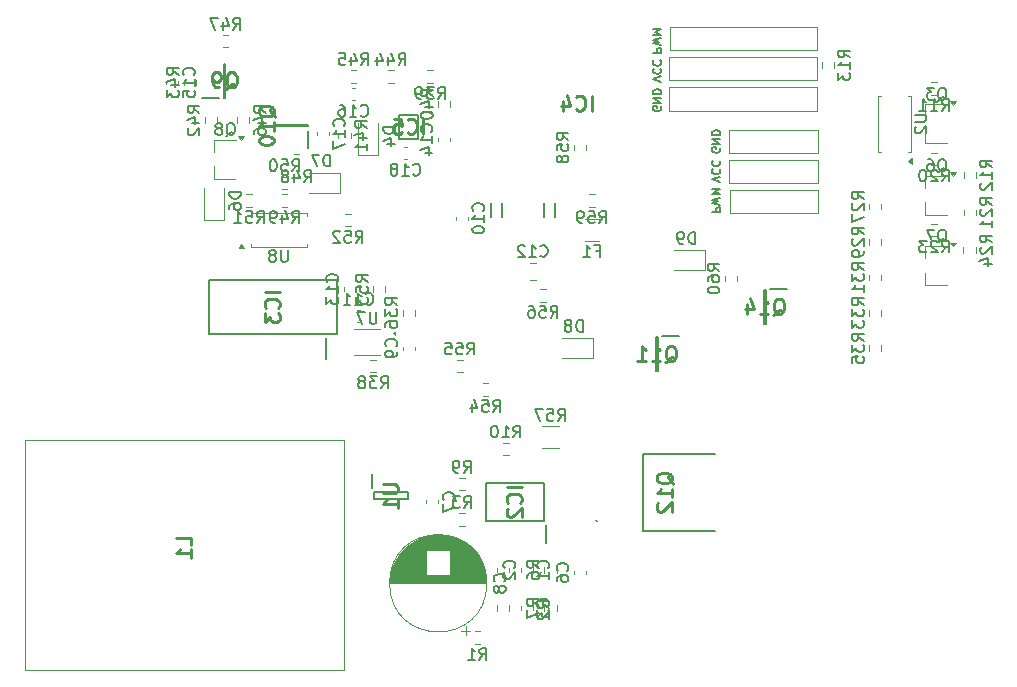
<source format=gbr>
%TF.GenerationSoftware,KiCad,Pcbnew,8.0.4*%
%TF.CreationDate,2024-09-03T11:52:29+09:00*%
%TF.ProjectId,chibarobo_board_2024,63686962-6172-46f6-926f-5f626f617264,rev?*%
%TF.SameCoordinates,Original*%
%TF.FileFunction,Legend,Bot*%
%TF.FilePolarity,Positive*%
%FSLAX46Y46*%
G04 Gerber Fmt 4.6, Leading zero omitted, Abs format (unit mm)*
G04 Created by KiCad (PCBNEW 8.0.4) date 2024-09-03 11:52:29*
%MOMM*%
%LPD*%
G01*
G04 APERTURE LIST*
%ADD10C,0.100000*%
%ADD11C,0.150000*%
%ADD12C,0.254000*%
%ADD13C,0.120000*%
%ADD14C,0.200000*%
%ADD15C,0.152400*%
G04 APERTURE END LIST*
D10*
X150586911Y-51280750D02*
X163086911Y-51280750D01*
X163086911Y-53280750D01*
X150586911Y-53280750D01*
X150586911Y-51280750D01*
X150580194Y-53807501D02*
X163080194Y-53807501D01*
X163080194Y-55807501D01*
X150580194Y-55807501D01*
X150580194Y-53807501D01*
X155621002Y-60012586D02*
X163121002Y-60012586D01*
X163121002Y-62012586D01*
X155621002Y-62012586D01*
X155621002Y-60012586D01*
X150560141Y-56377527D02*
X163060141Y-56377527D01*
X163060141Y-58377527D01*
X150560141Y-58377527D01*
X150560141Y-56377527D01*
X155667807Y-65072605D02*
X163167807Y-65072605D01*
X163167807Y-67072605D01*
X155667807Y-67072605D01*
X155667807Y-65072605D01*
X155647753Y-62525801D02*
X163147753Y-62525801D01*
X163147753Y-64525801D01*
X155647753Y-64525801D01*
X155647753Y-62525801D01*
D11*
X149850633Y-58033332D02*
X149883966Y-58099999D01*
X149883966Y-58099999D02*
X149883966Y-58199999D01*
X149883966Y-58199999D02*
X149850633Y-58299999D01*
X149850633Y-58299999D02*
X149783966Y-58366666D01*
X149783966Y-58366666D02*
X149717300Y-58399999D01*
X149717300Y-58399999D02*
X149583966Y-58433332D01*
X149583966Y-58433332D02*
X149483966Y-58433332D01*
X149483966Y-58433332D02*
X149350633Y-58399999D01*
X149350633Y-58399999D02*
X149283966Y-58366666D01*
X149283966Y-58366666D02*
X149217300Y-58299999D01*
X149217300Y-58299999D02*
X149183966Y-58199999D01*
X149183966Y-58199999D02*
X149183966Y-58133332D01*
X149183966Y-58133332D02*
X149217300Y-58033332D01*
X149217300Y-58033332D02*
X149250633Y-57999999D01*
X149250633Y-57999999D02*
X149483966Y-57999999D01*
X149483966Y-57999999D02*
X149483966Y-58133332D01*
X149183966Y-57699999D02*
X149883966Y-57699999D01*
X149883966Y-57699999D02*
X149183966Y-57299999D01*
X149183966Y-57299999D02*
X149883966Y-57299999D01*
X149183966Y-56966666D02*
X149883966Y-56966666D01*
X149883966Y-56966666D02*
X149883966Y-56799999D01*
X149883966Y-56799999D02*
X149850633Y-56699999D01*
X149850633Y-56699999D02*
X149783966Y-56633333D01*
X149783966Y-56633333D02*
X149717300Y-56599999D01*
X149717300Y-56599999D02*
X149583966Y-56566666D01*
X149583966Y-56566666D02*
X149483966Y-56566666D01*
X149483966Y-56566666D02*
X149350633Y-56599999D01*
X149350633Y-56599999D02*
X149283966Y-56633333D01*
X149283966Y-56633333D02*
X149217300Y-56699999D01*
X149217300Y-56699999D02*
X149183966Y-56799999D01*
X149183966Y-56799999D02*
X149183966Y-56966666D01*
X154850633Y-61533332D02*
X154883966Y-61599999D01*
X154883966Y-61599999D02*
X154883966Y-61699999D01*
X154883966Y-61699999D02*
X154850633Y-61799999D01*
X154850633Y-61799999D02*
X154783966Y-61866666D01*
X154783966Y-61866666D02*
X154717300Y-61899999D01*
X154717300Y-61899999D02*
X154583966Y-61933332D01*
X154583966Y-61933332D02*
X154483966Y-61933332D01*
X154483966Y-61933332D02*
X154350633Y-61899999D01*
X154350633Y-61899999D02*
X154283966Y-61866666D01*
X154283966Y-61866666D02*
X154217300Y-61799999D01*
X154217300Y-61799999D02*
X154183966Y-61699999D01*
X154183966Y-61699999D02*
X154183966Y-61633332D01*
X154183966Y-61633332D02*
X154217300Y-61533332D01*
X154217300Y-61533332D02*
X154250633Y-61499999D01*
X154250633Y-61499999D02*
X154483966Y-61499999D01*
X154483966Y-61499999D02*
X154483966Y-61633332D01*
X154183966Y-61199999D02*
X154883966Y-61199999D01*
X154883966Y-61199999D02*
X154183966Y-60799999D01*
X154183966Y-60799999D02*
X154883966Y-60799999D01*
X154183966Y-60466666D02*
X154883966Y-60466666D01*
X154883966Y-60466666D02*
X154883966Y-60299999D01*
X154883966Y-60299999D02*
X154850633Y-60199999D01*
X154850633Y-60199999D02*
X154783966Y-60133333D01*
X154783966Y-60133333D02*
X154717300Y-60099999D01*
X154717300Y-60099999D02*
X154583966Y-60066666D01*
X154583966Y-60066666D02*
X154483966Y-60066666D01*
X154483966Y-60066666D02*
X154350633Y-60099999D01*
X154350633Y-60099999D02*
X154283966Y-60133333D01*
X154283966Y-60133333D02*
X154217300Y-60199999D01*
X154217300Y-60199999D02*
X154183966Y-60299999D01*
X154183966Y-60299999D02*
X154183966Y-60466666D01*
X154883966Y-64433333D02*
X154183966Y-64200000D01*
X154183966Y-64200000D02*
X154883966Y-63966666D01*
X154250633Y-63333333D02*
X154217300Y-63366666D01*
X154217300Y-63366666D02*
X154183966Y-63466666D01*
X154183966Y-63466666D02*
X154183966Y-63533333D01*
X154183966Y-63533333D02*
X154217300Y-63633333D01*
X154217300Y-63633333D02*
X154283966Y-63700000D01*
X154283966Y-63700000D02*
X154350633Y-63733333D01*
X154350633Y-63733333D02*
X154483966Y-63766666D01*
X154483966Y-63766666D02*
X154583966Y-63766666D01*
X154583966Y-63766666D02*
X154717300Y-63733333D01*
X154717300Y-63733333D02*
X154783966Y-63700000D01*
X154783966Y-63700000D02*
X154850633Y-63633333D01*
X154850633Y-63633333D02*
X154883966Y-63533333D01*
X154883966Y-63533333D02*
X154883966Y-63466666D01*
X154883966Y-63466666D02*
X154850633Y-63366666D01*
X154850633Y-63366666D02*
X154817300Y-63333333D01*
X154250633Y-62633333D02*
X154217300Y-62666666D01*
X154217300Y-62666666D02*
X154183966Y-62766666D01*
X154183966Y-62766666D02*
X154183966Y-62833333D01*
X154183966Y-62833333D02*
X154217300Y-62933333D01*
X154217300Y-62933333D02*
X154283966Y-63000000D01*
X154283966Y-63000000D02*
X154350633Y-63033333D01*
X154350633Y-63033333D02*
X154483966Y-63066666D01*
X154483966Y-63066666D02*
X154583966Y-63066666D01*
X154583966Y-63066666D02*
X154717300Y-63033333D01*
X154717300Y-63033333D02*
X154783966Y-63000000D01*
X154783966Y-63000000D02*
X154850633Y-62933333D01*
X154850633Y-62933333D02*
X154883966Y-62833333D01*
X154883966Y-62833333D02*
X154883966Y-62766666D01*
X154883966Y-62766666D02*
X154850633Y-62666666D01*
X154850633Y-62666666D02*
X154817300Y-62633333D01*
X149883966Y-55933333D02*
X149183966Y-55700000D01*
X149183966Y-55700000D02*
X149883966Y-55466666D01*
X149250633Y-54833333D02*
X149217300Y-54866666D01*
X149217300Y-54866666D02*
X149183966Y-54966666D01*
X149183966Y-54966666D02*
X149183966Y-55033333D01*
X149183966Y-55033333D02*
X149217300Y-55133333D01*
X149217300Y-55133333D02*
X149283966Y-55200000D01*
X149283966Y-55200000D02*
X149350633Y-55233333D01*
X149350633Y-55233333D02*
X149483966Y-55266666D01*
X149483966Y-55266666D02*
X149583966Y-55266666D01*
X149583966Y-55266666D02*
X149717300Y-55233333D01*
X149717300Y-55233333D02*
X149783966Y-55200000D01*
X149783966Y-55200000D02*
X149850633Y-55133333D01*
X149850633Y-55133333D02*
X149883966Y-55033333D01*
X149883966Y-55033333D02*
X149883966Y-54966666D01*
X149883966Y-54966666D02*
X149850633Y-54866666D01*
X149850633Y-54866666D02*
X149817300Y-54833333D01*
X149250633Y-54133333D02*
X149217300Y-54166666D01*
X149217300Y-54166666D02*
X149183966Y-54266666D01*
X149183966Y-54266666D02*
X149183966Y-54333333D01*
X149183966Y-54333333D02*
X149217300Y-54433333D01*
X149217300Y-54433333D02*
X149283966Y-54500000D01*
X149283966Y-54500000D02*
X149350633Y-54533333D01*
X149350633Y-54533333D02*
X149483966Y-54566666D01*
X149483966Y-54566666D02*
X149583966Y-54566666D01*
X149583966Y-54566666D02*
X149717300Y-54533333D01*
X149717300Y-54533333D02*
X149783966Y-54500000D01*
X149783966Y-54500000D02*
X149850633Y-54433333D01*
X149850633Y-54433333D02*
X149883966Y-54333333D01*
X149883966Y-54333333D02*
X149883966Y-54266666D01*
X149883966Y-54266666D02*
X149850633Y-54166666D01*
X149850633Y-54166666D02*
X149817300Y-54133333D01*
X149183966Y-53483333D02*
X149883966Y-53483333D01*
X149883966Y-53483333D02*
X149883966Y-53216666D01*
X149883966Y-53216666D02*
X149850633Y-53150000D01*
X149850633Y-53150000D02*
X149817300Y-53116666D01*
X149817300Y-53116666D02*
X149750633Y-53083333D01*
X149750633Y-53083333D02*
X149650633Y-53083333D01*
X149650633Y-53083333D02*
X149583966Y-53116666D01*
X149583966Y-53116666D02*
X149550633Y-53150000D01*
X149550633Y-53150000D02*
X149517300Y-53216666D01*
X149517300Y-53216666D02*
X149517300Y-53483333D01*
X149883966Y-52850000D02*
X149183966Y-52683333D01*
X149183966Y-52683333D02*
X149683966Y-52550000D01*
X149683966Y-52550000D02*
X149183966Y-52416666D01*
X149183966Y-52416666D02*
X149883966Y-52250000D01*
X149183966Y-51983333D02*
X149883966Y-51983333D01*
X149883966Y-51983333D02*
X149383966Y-51750000D01*
X149383966Y-51750000D02*
X149883966Y-51516666D01*
X149883966Y-51516666D02*
X149183966Y-51516666D01*
X154183966Y-66983333D02*
X154883966Y-66983333D01*
X154883966Y-66983333D02*
X154883966Y-66716666D01*
X154883966Y-66716666D02*
X154850633Y-66650000D01*
X154850633Y-66650000D02*
X154817300Y-66616666D01*
X154817300Y-66616666D02*
X154750633Y-66583333D01*
X154750633Y-66583333D02*
X154650633Y-66583333D01*
X154650633Y-66583333D02*
X154583966Y-66616666D01*
X154583966Y-66616666D02*
X154550633Y-66650000D01*
X154550633Y-66650000D02*
X154517300Y-66716666D01*
X154517300Y-66716666D02*
X154517300Y-66983333D01*
X154883966Y-66350000D02*
X154183966Y-66183333D01*
X154183966Y-66183333D02*
X154683966Y-66050000D01*
X154683966Y-66050000D02*
X154183966Y-65916666D01*
X154183966Y-65916666D02*
X154883966Y-65750000D01*
X154183966Y-65483333D02*
X154883966Y-65483333D01*
X154883966Y-65483333D02*
X154383966Y-65250000D01*
X154383966Y-65250000D02*
X154883966Y-65016666D01*
X154883966Y-65016666D02*
X154183966Y-65016666D01*
X139524819Y-100340314D02*
X139048628Y-100006981D01*
X139524819Y-99768886D02*
X138524819Y-99768886D01*
X138524819Y-99768886D02*
X138524819Y-100149838D01*
X138524819Y-100149838D02*
X138572438Y-100245076D01*
X138572438Y-100245076D02*
X138620057Y-100292695D01*
X138620057Y-100292695D02*
X138715295Y-100340314D01*
X138715295Y-100340314D02*
X138858152Y-100340314D01*
X138858152Y-100340314D02*
X138953390Y-100292695D01*
X138953390Y-100292695D02*
X139001009Y-100245076D01*
X139001009Y-100245076D02*
X139048628Y-100149838D01*
X139048628Y-100149838D02*
X139048628Y-99768886D01*
X138524819Y-100673648D02*
X138524819Y-101340314D01*
X138524819Y-101340314D02*
X139524819Y-100911743D01*
X123003382Y-59679506D02*
X123051002Y-59631887D01*
X123051002Y-59631887D02*
X123098621Y-59489030D01*
X123098621Y-59489030D02*
X123098621Y-59393792D01*
X123098621Y-59393792D02*
X123051002Y-59250935D01*
X123051002Y-59250935D02*
X122955763Y-59155697D01*
X122955763Y-59155697D02*
X122860525Y-59108078D01*
X122860525Y-59108078D02*
X122670049Y-59060459D01*
X122670049Y-59060459D02*
X122527192Y-59060459D01*
X122527192Y-59060459D02*
X122336716Y-59108078D01*
X122336716Y-59108078D02*
X122241478Y-59155697D01*
X122241478Y-59155697D02*
X122146240Y-59250935D01*
X122146240Y-59250935D02*
X122098621Y-59393792D01*
X122098621Y-59393792D02*
X122098621Y-59489030D01*
X122098621Y-59489030D02*
X122146240Y-59631887D01*
X122146240Y-59631887D02*
X122193859Y-59679506D01*
X123098621Y-60631887D02*
X123098621Y-60060459D01*
X123098621Y-60346173D02*
X122098621Y-60346173D01*
X122098621Y-60346173D02*
X122241478Y-60250935D01*
X122241478Y-60250935D02*
X122336716Y-60155697D01*
X122336716Y-60155697D02*
X122384335Y-60060459D01*
X122098621Y-60965221D02*
X122098621Y-61631887D01*
X122098621Y-61631887D02*
X123098621Y-61203316D01*
X167024819Y-68857142D02*
X166548628Y-68523809D01*
X167024819Y-68285714D02*
X166024819Y-68285714D01*
X166024819Y-68285714D02*
X166024819Y-68666666D01*
X166024819Y-68666666D02*
X166072438Y-68761904D01*
X166072438Y-68761904D02*
X166120057Y-68809523D01*
X166120057Y-68809523D02*
X166215295Y-68857142D01*
X166215295Y-68857142D02*
X166358152Y-68857142D01*
X166358152Y-68857142D02*
X166453390Y-68809523D01*
X166453390Y-68809523D02*
X166501009Y-68761904D01*
X166501009Y-68761904D02*
X166548628Y-68666666D01*
X166548628Y-68666666D02*
X166548628Y-68285714D01*
X166120057Y-69238095D02*
X166072438Y-69285714D01*
X166072438Y-69285714D02*
X166024819Y-69380952D01*
X166024819Y-69380952D02*
X166024819Y-69619047D01*
X166024819Y-69619047D02*
X166072438Y-69714285D01*
X166072438Y-69714285D02*
X166120057Y-69761904D01*
X166120057Y-69761904D02*
X166215295Y-69809523D01*
X166215295Y-69809523D02*
X166310533Y-69809523D01*
X166310533Y-69809523D02*
X166453390Y-69761904D01*
X166453390Y-69761904D02*
X167024819Y-69190476D01*
X167024819Y-69190476D02*
X167024819Y-69809523D01*
X167024819Y-70285714D02*
X167024819Y-70476190D01*
X167024819Y-70476190D02*
X166977200Y-70571428D01*
X166977200Y-70571428D02*
X166929580Y-70619047D01*
X166929580Y-70619047D02*
X166786723Y-70714285D01*
X166786723Y-70714285D02*
X166596247Y-70761904D01*
X166596247Y-70761904D02*
X166215295Y-70761904D01*
X166215295Y-70761904D02*
X166120057Y-70714285D01*
X166120057Y-70714285D02*
X166072438Y-70666666D01*
X166072438Y-70666666D02*
X166024819Y-70571428D01*
X166024819Y-70571428D02*
X166024819Y-70380952D01*
X166024819Y-70380952D02*
X166072438Y-70285714D01*
X166072438Y-70285714D02*
X166120057Y-70238095D01*
X166120057Y-70238095D02*
X166215295Y-70190476D01*
X166215295Y-70190476D02*
X166453390Y-70190476D01*
X166453390Y-70190476D02*
X166548628Y-70238095D01*
X166548628Y-70238095D02*
X166596247Y-70285714D01*
X166596247Y-70285714D02*
X166643866Y-70380952D01*
X166643866Y-70380952D02*
X166643866Y-70571428D01*
X166643866Y-70571428D02*
X166596247Y-70666666D01*
X166596247Y-70666666D02*
X166548628Y-70714285D01*
X166548628Y-70714285D02*
X166453390Y-70761904D01*
X173642857Y-64384819D02*
X173976190Y-63908628D01*
X174214285Y-64384819D02*
X174214285Y-63384819D01*
X174214285Y-63384819D02*
X173833333Y-63384819D01*
X173833333Y-63384819D02*
X173738095Y-63432438D01*
X173738095Y-63432438D02*
X173690476Y-63480057D01*
X173690476Y-63480057D02*
X173642857Y-63575295D01*
X173642857Y-63575295D02*
X173642857Y-63718152D01*
X173642857Y-63718152D02*
X173690476Y-63813390D01*
X173690476Y-63813390D02*
X173738095Y-63861009D01*
X173738095Y-63861009D02*
X173833333Y-63908628D01*
X173833333Y-63908628D02*
X174214285Y-63908628D01*
X173261904Y-63480057D02*
X173214285Y-63432438D01*
X173214285Y-63432438D02*
X173119047Y-63384819D01*
X173119047Y-63384819D02*
X172880952Y-63384819D01*
X172880952Y-63384819D02*
X172785714Y-63432438D01*
X172785714Y-63432438D02*
X172738095Y-63480057D01*
X172738095Y-63480057D02*
X172690476Y-63575295D01*
X172690476Y-63575295D02*
X172690476Y-63670533D01*
X172690476Y-63670533D02*
X172738095Y-63813390D01*
X172738095Y-63813390D02*
X173309523Y-64384819D01*
X173309523Y-64384819D02*
X172690476Y-64384819D01*
X172071428Y-63384819D02*
X171976190Y-63384819D01*
X171976190Y-63384819D02*
X171880952Y-63432438D01*
X171880952Y-63432438D02*
X171833333Y-63480057D01*
X171833333Y-63480057D02*
X171785714Y-63575295D01*
X171785714Y-63575295D02*
X171738095Y-63765771D01*
X171738095Y-63765771D02*
X171738095Y-64003866D01*
X171738095Y-64003866D02*
X171785714Y-64194342D01*
X171785714Y-64194342D02*
X171833333Y-64289580D01*
X171833333Y-64289580D02*
X171880952Y-64337200D01*
X171880952Y-64337200D02*
X171976190Y-64384819D01*
X171976190Y-64384819D02*
X172071428Y-64384819D01*
X172071428Y-64384819D02*
X172166666Y-64337200D01*
X172166666Y-64337200D02*
X172214285Y-64289580D01*
X172214285Y-64289580D02*
X172261904Y-64194342D01*
X172261904Y-64194342D02*
X172309523Y-64003866D01*
X172309523Y-64003866D02*
X172309523Y-63765771D01*
X172309523Y-63765771D02*
X172261904Y-63575295D01*
X172261904Y-63575295D02*
X172214285Y-63480057D01*
X172214285Y-63480057D02*
X172166666Y-63432438D01*
X172166666Y-63432438D02*
X172071428Y-63384819D01*
X173295238Y-57550057D02*
X173390476Y-57502438D01*
X173390476Y-57502438D02*
X173485714Y-57407200D01*
X173485714Y-57407200D02*
X173628571Y-57264342D01*
X173628571Y-57264342D02*
X173723809Y-57216723D01*
X173723809Y-57216723D02*
X173819047Y-57216723D01*
X173771428Y-57454819D02*
X173866666Y-57407200D01*
X173866666Y-57407200D02*
X173961904Y-57311961D01*
X173961904Y-57311961D02*
X174009523Y-57121485D01*
X174009523Y-57121485D02*
X174009523Y-56788152D01*
X174009523Y-56788152D02*
X173961904Y-56597676D01*
X173961904Y-56597676D02*
X173866666Y-56502438D01*
X173866666Y-56502438D02*
X173771428Y-56454819D01*
X173771428Y-56454819D02*
X173580952Y-56454819D01*
X173580952Y-56454819D02*
X173485714Y-56502438D01*
X173485714Y-56502438D02*
X173390476Y-56597676D01*
X173390476Y-56597676D02*
X173342857Y-56788152D01*
X173342857Y-56788152D02*
X173342857Y-57121485D01*
X173342857Y-57121485D02*
X173390476Y-57311961D01*
X173390476Y-57311961D02*
X173485714Y-57407200D01*
X173485714Y-57407200D02*
X173580952Y-57454819D01*
X173580952Y-57454819D02*
X173771428Y-57454819D01*
X173009523Y-56454819D02*
X172390476Y-56454819D01*
X172390476Y-56454819D02*
X172723809Y-56835771D01*
X172723809Y-56835771D02*
X172580952Y-56835771D01*
X172580952Y-56835771D02*
X172485714Y-56883390D01*
X172485714Y-56883390D02*
X172438095Y-56931009D01*
X172438095Y-56931009D02*
X172390476Y-57026247D01*
X172390476Y-57026247D02*
X172390476Y-57264342D01*
X172390476Y-57264342D02*
X172438095Y-57359580D01*
X172438095Y-57359580D02*
X172485714Y-57407200D01*
X172485714Y-57407200D02*
X172580952Y-57454819D01*
X172580952Y-57454819D02*
X172866666Y-57454819D01*
X172866666Y-57454819D02*
X172961904Y-57407200D01*
X172961904Y-57407200D02*
X173009523Y-57359580D01*
X127429580Y-78333333D02*
X127477200Y-78285714D01*
X127477200Y-78285714D02*
X127524819Y-78142857D01*
X127524819Y-78142857D02*
X127524819Y-78047619D01*
X127524819Y-78047619D02*
X127477200Y-77904762D01*
X127477200Y-77904762D02*
X127381961Y-77809524D01*
X127381961Y-77809524D02*
X127286723Y-77761905D01*
X127286723Y-77761905D02*
X127096247Y-77714286D01*
X127096247Y-77714286D02*
X126953390Y-77714286D01*
X126953390Y-77714286D02*
X126762914Y-77761905D01*
X126762914Y-77761905D02*
X126667676Y-77809524D01*
X126667676Y-77809524D02*
X126572438Y-77904762D01*
X126572438Y-77904762D02*
X126524819Y-78047619D01*
X126524819Y-78047619D02*
X126524819Y-78142857D01*
X126524819Y-78142857D02*
X126572438Y-78285714D01*
X126572438Y-78285714D02*
X126620057Y-78333333D01*
X127524819Y-78809524D02*
X127524819Y-79000000D01*
X127524819Y-79000000D02*
X127477200Y-79095238D01*
X127477200Y-79095238D02*
X127429580Y-79142857D01*
X127429580Y-79142857D02*
X127286723Y-79238095D01*
X127286723Y-79238095D02*
X127096247Y-79285714D01*
X127096247Y-79285714D02*
X126715295Y-79285714D01*
X126715295Y-79285714D02*
X126620057Y-79238095D01*
X126620057Y-79238095D02*
X126572438Y-79190476D01*
X126572438Y-79190476D02*
X126524819Y-79095238D01*
X126524819Y-79095238D02*
X126524819Y-78904762D01*
X126524819Y-78904762D02*
X126572438Y-78809524D01*
X126572438Y-78809524D02*
X126620057Y-78761905D01*
X126620057Y-78761905D02*
X126715295Y-78714286D01*
X126715295Y-78714286D02*
X126953390Y-78714286D01*
X126953390Y-78714286D02*
X127048628Y-78761905D01*
X127048628Y-78761905D02*
X127096247Y-78809524D01*
X127096247Y-78809524D02*
X127143866Y-78904762D01*
X127143866Y-78904762D02*
X127143866Y-79095238D01*
X127143866Y-79095238D02*
X127096247Y-79190476D01*
X127096247Y-79190476D02*
X127048628Y-79238095D01*
X127048628Y-79238095D02*
X126953390Y-79285714D01*
X130421382Y-60167684D02*
X130469002Y-60120065D01*
X130469002Y-60120065D02*
X130516621Y-59977208D01*
X130516621Y-59977208D02*
X130516621Y-59881970D01*
X130516621Y-59881970D02*
X130469002Y-59739113D01*
X130469002Y-59739113D02*
X130373763Y-59643875D01*
X130373763Y-59643875D02*
X130278525Y-59596256D01*
X130278525Y-59596256D02*
X130088049Y-59548637D01*
X130088049Y-59548637D02*
X129945192Y-59548637D01*
X129945192Y-59548637D02*
X129754716Y-59596256D01*
X129754716Y-59596256D02*
X129659478Y-59643875D01*
X129659478Y-59643875D02*
X129564240Y-59739113D01*
X129564240Y-59739113D02*
X129516621Y-59881970D01*
X129516621Y-59881970D02*
X129516621Y-59977208D01*
X129516621Y-59977208D02*
X129564240Y-60120065D01*
X129564240Y-60120065D02*
X129611859Y-60167684D01*
X130516621Y-61120065D02*
X130516621Y-60548637D01*
X130516621Y-60834351D02*
X129516621Y-60834351D01*
X129516621Y-60834351D02*
X129659478Y-60739113D01*
X129659478Y-60739113D02*
X129754716Y-60643875D01*
X129754716Y-60643875D02*
X129802335Y-60548637D01*
X129849954Y-61977208D02*
X130516621Y-61977208D01*
X129469002Y-61739113D02*
X130183287Y-61501018D01*
X130183287Y-61501018D02*
X130183287Y-62120065D01*
X167024819Y-71857142D02*
X166548628Y-71523809D01*
X167024819Y-71285714D02*
X166024819Y-71285714D01*
X166024819Y-71285714D02*
X166024819Y-71666666D01*
X166024819Y-71666666D02*
X166072438Y-71761904D01*
X166072438Y-71761904D02*
X166120057Y-71809523D01*
X166120057Y-71809523D02*
X166215295Y-71857142D01*
X166215295Y-71857142D02*
X166358152Y-71857142D01*
X166358152Y-71857142D02*
X166453390Y-71809523D01*
X166453390Y-71809523D02*
X166501009Y-71761904D01*
X166501009Y-71761904D02*
X166548628Y-71666666D01*
X166548628Y-71666666D02*
X166548628Y-71285714D01*
X166024819Y-72190476D02*
X166024819Y-72809523D01*
X166024819Y-72809523D02*
X166405771Y-72476190D01*
X166405771Y-72476190D02*
X166405771Y-72619047D01*
X166405771Y-72619047D02*
X166453390Y-72714285D01*
X166453390Y-72714285D02*
X166501009Y-72761904D01*
X166501009Y-72761904D02*
X166596247Y-72809523D01*
X166596247Y-72809523D02*
X166834342Y-72809523D01*
X166834342Y-72809523D02*
X166929580Y-72761904D01*
X166929580Y-72761904D02*
X166977200Y-72714285D01*
X166977200Y-72714285D02*
X167024819Y-72619047D01*
X167024819Y-72619047D02*
X167024819Y-72333333D01*
X167024819Y-72333333D02*
X166977200Y-72238095D01*
X166977200Y-72238095D02*
X166929580Y-72190476D01*
X167024819Y-73761904D02*
X167024819Y-73190476D01*
X167024819Y-73476190D02*
X166024819Y-73476190D01*
X166024819Y-73476190D02*
X166167676Y-73380952D01*
X166167676Y-73380952D02*
X166262914Y-73285714D01*
X166262914Y-73285714D02*
X166310533Y-73190476D01*
X115642857Y-67884819D02*
X115976190Y-67408628D01*
X116214285Y-67884819D02*
X116214285Y-66884819D01*
X116214285Y-66884819D02*
X115833333Y-66884819D01*
X115833333Y-66884819D02*
X115738095Y-66932438D01*
X115738095Y-66932438D02*
X115690476Y-66980057D01*
X115690476Y-66980057D02*
X115642857Y-67075295D01*
X115642857Y-67075295D02*
X115642857Y-67218152D01*
X115642857Y-67218152D02*
X115690476Y-67313390D01*
X115690476Y-67313390D02*
X115738095Y-67361009D01*
X115738095Y-67361009D02*
X115833333Y-67408628D01*
X115833333Y-67408628D02*
X116214285Y-67408628D01*
X114738095Y-66884819D02*
X115214285Y-66884819D01*
X115214285Y-66884819D02*
X115261904Y-67361009D01*
X115261904Y-67361009D02*
X115214285Y-67313390D01*
X115214285Y-67313390D02*
X115119047Y-67265771D01*
X115119047Y-67265771D02*
X114880952Y-67265771D01*
X114880952Y-67265771D02*
X114785714Y-67313390D01*
X114785714Y-67313390D02*
X114738095Y-67361009D01*
X114738095Y-67361009D02*
X114690476Y-67456247D01*
X114690476Y-67456247D02*
X114690476Y-67694342D01*
X114690476Y-67694342D02*
X114738095Y-67789580D01*
X114738095Y-67789580D02*
X114785714Y-67837200D01*
X114785714Y-67837200D02*
X114880952Y-67884819D01*
X114880952Y-67884819D02*
X115119047Y-67884819D01*
X115119047Y-67884819D02*
X115214285Y-67837200D01*
X115214285Y-67837200D02*
X115261904Y-67789580D01*
X113738095Y-67884819D02*
X114309523Y-67884819D01*
X114023809Y-67884819D02*
X114023809Y-66884819D01*
X114023809Y-66884819D02*
X114119047Y-67027676D01*
X114119047Y-67027676D02*
X114214285Y-67122914D01*
X114214285Y-67122914D02*
X114309523Y-67170533D01*
D12*
X129739762Y-60324318D02*
X129739762Y-59054318D01*
X128409285Y-60203365D02*
X128469761Y-60263842D01*
X128469761Y-60263842D02*
X128651190Y-60324318D01*
X128651190Y-60324318D02*
X128772142Y-60324318D01*
X128772142Y-60324318D02*
X128953571Y-60263842D01*
X128953571Y-60263842D02*
X129074523Y-60142889D01*
X129074523Y-60142889D02*
X129135000Y-60021937D01*
X129135000Y-60021937D02*
X129195476Y-59780032D01*
X129195476Y-59780032D02*
X129195476Y-59598603D01*
X129195476Y-59598603D02*
X129135000Y-59356699D01*
X129135000Y-59356699D02*
X129074523Y-59235746D01*
X129074523Y-59235746D02*
X128953571Y-59114794D01*
X128953571Y-59114794D02*
X128772142Y-59054318D01*
X128772142Y-59054318D02*
X128651190Y-59054318D01*
X128651190Y-59054318D02*
X128469761Y-59114794D01*
X128469761Y-59114794D02*
X128409285Y-59175270D01*
X127260238Y-59054318D02*
X127865000Y-59054318D01*
X127865000Y-59054318D02*
X127925476Y-59659080D01*
X127925476Y-59659080D02*
X127865000Y-59598603D01*
X127865000Y-59598603D02*
X127744047Y-59538127D01*
X127744047Y-59538127D02*
X127441666Y-59538127D01*
X127441666Y-59538127D02*
X127320714Y-59598603D01*
X127320714Y-59598603D02*
X127260238Y-59659080D01*
X127260238Y-59659080D02*
X127199761Y-59780032D01*
X127199761Y-59780032D02*
X127199761Y-60082413D01*
X127199761Y-60082413D02*
X127260238Y-60203365D01*
X127260238Y-60203365D02*
X127320714Y-60263842D01*
X127320714Y-60263842D02*
X127441666Y-60324318D01*
X127441666Y-60324318D02*
X127744047Y-60324318D01*
X127744047Y-60324318D02*
X127865000Y-60263842D01*
X127865000Y-60263842D02*
X127925476Y-60203365D01*
D11*
X136609580Y-98235984D02*
X136657200Y-98188365D01*
X136657200Y-98188365D02*
X136704819Y-98045508D01*
X136704819Y-98045508D02*
X136704819Y-97950270D01*
X136704819Y-97950270D02*
X136657200Y-97807413D01*
X136657200Y-97807413D02*
X136561961Y-97712175D01*
X136561961Y-97712175D02*
X136466723Y-97664556D01*
X136466723Y-97664556D02*
X136276247Y-97616937D01*
X136276247Y-97616937D02*
X136133390Y-97616937D01*
X136133390Y-97616937D02*
X135942914Y-97664556D01*
X135942914Y-97664556D02*
X135847676Y-97712175D01*
X135847676Y-97712175D02*
X135752438Y-97807413D01*
X135752438Y-97807413D02*
X135704819Y-97950270D01*
X135704819Y-97950270D02*
X135704819Y-98045508D01*
X135704819Y-98045508D02*
X135752438Y-98188365D01*
X135752438Y-98188365D02*
X135800057Y-98235984D01*
X136133390Y-98807413D02*
X136085771Y-98712175D01*
X136085771Y-98712175D02*
X136038152Y-98664556D01*
X136038152Y-98664556D02*
X135942914Y-98616937D01*
X135942914Y-98616937D02*
X135895295Y-98616937D01*
X135895295Y-98616937D02*
X135800057Y-98664556D01*
X135800057Y-98664556D02*
X135752438Y-98712175D01*
X135752438Y-98712175D02*
X135704819Y-98807413D01*
X135704819Y-98807413D02*
X135704819Y-98997889D01*
X135704819Y-98997889D02*
X135752438Y-99093127D01*
X135752438Y-99093127D02*
X135800057Y-99140746D01*
X135800057Y-99140746D02*
X135895295Y-99188365D01*
X135895295Y-99188365D02*
X135942914Y-99188365D01*
X135942914Y-99188365D02*
X136038152Y-99140746D01*
X136038152Y-99140746D02*
X136085771Y-99093127D01*
X136085771Y-99093127D02*
X136133390Y-98997889D01*
X136133390Y-98997889D02*
X136133390Y-98807413D01*
X136133390Y-98807413D02*
X136181009Y-98712175D01*
X136181009Y-98712175D02*
X136228628Y-98664556D01*
X136228628Y-98664556D02*
X136323866Y-98616937D01*
X136323866Y-98616937D02*
X136514342Y-98616937D01*
X136514342Y-98616937D02*
X136609580Y-98664556D01*
X136609580Y-98664556D02*
X136657200Y-98712175D01*
X136657200Y-98712175D02*
X136704819Y-98807413D01*
X136704819Y-98807413D02*
X136704819Y-98997889D01*
X136704819Y-98997889D02*
X136657200Y-99093127D01*
X136657200Y-99093127D02*
X136609580Y-99140746D01*
X136609580Y-99140746D02*
X136514342Y-99188365D01*
X136514342Y-99188365D02*
X136323866Y-99188365D01*
X136323866Y-99188365D02*
X136228628Y-99140746D01*
X136228628Y-99140746D02*
X136181009Y-99093127D01*
X136181009Y-99093127D02*
X136133390Y-98997889D01*
D12*
X150887270Y-89988285D02*
X150826794Y-89867333D01*
X150826794Y-89867333D02*
X150705842Y-89746380D01*
X150705842Y-89746380D02*
X150524413Y-89564952D01*
X150524413Y-89564952D02*
X150463937Y-89443999D01*
X150463937Y-89443999D02*
X150463937Y-89323047D01*
X150766318Y-89383523D02*
X150705842Y-89262571D01*
X150705842Y-89262571D02*
X150584889Y-89141618D01*
X150584889Y-89141618D02*
X150342984Y-89081142D01*
X150342984Y-89081142D02*
X149919651Y-89081142D01*
X149919651Y-89081142D02*
X149677746Y-89141618D01*
X149677746Y-89141618D02*
X149556794Y-89262571D01*
X149556794Y-89262571D02*
X149496318Y-89383523D01*
X149496318Y-89383523D02*
X149496318Y-89625428D01*
X149496318Y-89625428D02*
X149556794Y-89746380D01*
X149556794Y-89746380D02*
X149677746Y-89867333D01*
X149677746Y-89867333D02*
X149919651Y-89927809D01*
X149919651Y-89927809D02*
X150342984Y-89927809D01*
X150342984Y-89927809D02*
X150584889Y-89867333D01*
X150584889Y-89867333D02*
X150705842Y-89746380D01*
X150705842Y-89746380D02*
X150766318Y-89625428D01*
X150766318Y-89625428D02*
X150766318Y-89383523D01*
X150766318Y-91137333D02*
X150766318Y-90411618D01*
X150766318Y-90774475D02*
X149496318Y-90774475D01*
X149496318Y-90774475D02*
X149677746Y-90653523D01*
X149677746Y-90653523D02*
X149798699Y-90532571D01*
X149798699Y-90532571D02*
X149859175Y-90411618D01*
X149617270Y-91621142D02*
X149556794Y-91681618D01*
X149556794Y-91681618D02*
X149496318Y-91802571D01*
X149496318Y-91802571D02*
X149496318Y-92104952D01*
X149496318Y-92104952D02*
X149556794Y-92225904D01*
X149556794Y-92225904D02*
X149617270Y-92286380D01*
X149617270Y-92286380D02*
X149738222Y-92346857D01*
X149738222Y-92346857D02*
X149859175Y-92346857D01*
X149859175Y-92346857D02*
X150040603Y-92286380D01*
X150040603Y-92286380D02*
X150766318Y-91560666D01*
X150766318Y-91560666D02*
X150766318Y-92346857D01*
D11*
X113045238Y-60550057D02*
X113140476Y-60502438D01*
X113140476Y-60502438D02*
X113235714Y-60407200D01*
X113235714Y-60407200D02*
X113378571Y-60264342D01*
X113378571Y-60264342D02*
X113473809Y-60216723D01*
X113473809Y-60216723D02*
X113569047Y-60216723D01*
X113521428Y-60454819D02*
X113616666Y-60407200D01*
X113616666Y-60407200D02*
X113711904Y-60311961D01*
X113711904Y-60311961D02*
X113759523Y-60121485D01*
X113759523Y-60121485D02*
X113759523Y-59788152D01*
X113759523Y-59788152D02*
X113711904Y-59597676D01*
X113711904Y-59597676D02*
X113616666Y-59502438D01*
X113616666Y-59502438D02*
X113521428Y-59454819D01*
X113521428Y-59454819D02*
X113330952Y-59454819D01*
X113330952Y-59454819D02*
X113235714Y-59502438D01*
X113235714Y-59502438D02*
X113140476Y-59597676D01*
X113140476Y-59597676D02*
X113092857Y-59788152D01*
X113092857Y-59788152D02*
X113092857Y-60121485D01*
X113092857Y-60121485D02*
X113140476Y-60311961D01*
X113140476Y-60311961D02*
X113235714Y-60407200D01*
X113235714Y-60407200D02*
X113330952Y-60454819D01*
X113330952Y-60454819D02*
X113521428Y-60454819D01*
X112521428Y-59883390D02*
X112616666Y-59835771D01*
X112616666Y-59835771D02*
X112664285Y-59788152D01*
X112664285Y-59788152D02*
X112711904Y-59692914D01*
X112711904Y-59692914D02*
X112711904Y-59645295D01*
X112711904Y-59645295D02*
X112664285Y-59550057D01*
X112664285Y-59550057D02*
X112616666Y-59502438D01*
X112616666Y-59502438D02*
X112521428Y-59454819D01*
X112521428Y-59454819D02*
X112330952Y-59454819D01*
X112330952Y-59454819D02*
X112235714Y-59502438D01*
X112235714Y-59502438D02*
X112188095Y-59550057D01*
X112188095Y-59550057D02*
X112140476Y-59645295D01*
X112140476Y-59645295D02*
X112140476Y-59692914D01*
X112140476Y-59692914D02*
X112188095Y-59788152D01*
X112188095Y-59788152D02*
X112235714Y-59835771D01*
X112235714Y-59835771D02*
X112330952Y-59883390D01*
X112330952Y-59883390D02*
X112521428Y-59883390D01*
X112521428Y-59883390D02*
X112616666Y-59931009D01*
X112616666Y-59931009D02*
X112664285Y-59978628D01*
X112664285Y-59978628D02*
X112711904Y-60073866D01*
X112711904Y-60073866D02*
X112711904Y-60264342D01*
X112711904Y-60264342D02*
X112664285Y-60359580D01*
X112664285Y-60359580D02*
X112616666Y-60407200D01*
X112616666Y-60407200D02*
X112521428Y-60454819D01*
X112521428Y-60454819D02*
X112330952Y-60454819D01*
X112330952Y-60454819D02*
X112235714Y-60407200D01*
X112235714Y-60407200D02*
X112188095Y-60359580D01*
X112188095Y-60359580D02*
X112140476Y-60264342D01*
X112140476Y-60264342D02*
X112140476Y-60073866D01*
X112140476Y-60073866D02*
X112188095Y-59978628D01*
X112188095Y-59978628D02*
X112235714Y-59931009D01*
X112235714Y-59931009D02*
X112330952Y-59883390D01*
X154811914Y-71959015D02*
X154335723Y-71625682D01*
X154811914Y-71387587D02*
X153811914Y-71387587D01*
X153811914Y-71387587D02*
X153811914Y-71768539D01*
X153811914Y-71768539D02*
X153859533Y-71863777D01*
X153859533Y-71863777D02*
X153907152Y-71911396D01*
X153907152Y-71911396D02*
X154002390Y-71959015D01*
X154002390Y-71959015D02*
X154145247Y-71959015D01*
X154145247Y-71959015D02*
X154240485Y-71911396D01*
X154240485Y-71911396D02*
X154288104Y-71863777D01*
X154288104Y-71863777D02*
X154335723Y-71768539D01*
X154335723Y-71768539D02*
X154335723Y-71387587D01*
X153811914Y-72816158D02*
X153811914Y-72625682D01*
X153811914Y-72625682D02*
X153859533Y-72530444D01*
X153859533Y-72530444D02*
X153907152Y-72482825D01*
X153907152Y-72482825D02*
X154050009Y-72387587D01*
X154050009Y-72387587D02*
X154240485Y-72339968D01*
X154240485Y-72339968D02*
X154621437Y-72339968D01*
X154621437Y-72339968D02*
X154716675Y-72387587D01*
X154716675Y-72387587D02*
X154764295Y-72435206D01*
X154764295Y-72435206D02*
X154811914Y-72530444D01*
X154811914Y-72530444D02*
X154811914Y-72720920D01*
X154811914Y-72720920D02*
X154764295Y-72816158D01*
X154764295Y-72816158D02*
X154716675Y-72863777D01*
X154716675Y-72863777D02*
X154621437Y-72911396D01*
X154621437Y-72911396D02*
X154383342Y-72911396D01*
X154383342Y-72911396D02*
X154288104Y-72863777D01*
X154288104Y-72863777D02*
X154240485Y-72816158D01*
X154240485Y-72816158D02*
X154192866Y-72720920D01*
X154192866Y-72720920D02*
X154192866Y-72530444D01*
X154192866Y-72530444D02*
X154240485Y-72435206D01*
X154240485Y-72435206D02*
X154288104Y-72387587D01*
X154288104Y-72387587D02*
X154383342Y-72339968D01*
X153811914Y-73530444D02*
X153811914Y-73625682D01*
X153811914Y-73625682D02*
X153859533Y-73720920D01*
X153859533Y-73720920D02*
X153907152Y-73768539D01*
X153907152Y-73768539D02*
X154002390Y-73816158D01*
X154002390Y-73816158D02*
X154192866Y-73863777D01*
X154192866Y-73863777D02*
X154430961Y-73863777D01*
X154430961Y-73863777D02*
X154621437Y-73816158D01*
X154621437Y-73816158D02*
X154716675Y-73768539D01*
X154716675Y-73768539D02*
X154764295Y-73720920D01*
X154764295Y-73720920D02*
X154811914Y-73625682D01*
X154811914Y-73625682D02*
X154811914Y-73530444D01*
X154811914Y-73530444D02*
X154764295Y-73435206D01*
X154764295Y-73435206D02*
X154716675Y-73387587D01*
X154716675Y-73387587D02*
X154621437Y-73339968D01*
X154621437Y-73339968D02*
X154430961Y-73292349D01*
X154430961Y-73292349D02*
X154192866Y-73292349D01*
X154192866Y-73292349D02*
X154002390Y-73339968D01*
X154002390Y-73339968D02*
X153907152Y-73387587D01*
X153907152Y-73387587D02*
X153859533Y-73435206D01*
X153859533Y-73435206D02*
X153811914Y-73530444D01*
X171339819Y-58738095D02*
X172149342Y-58738095D01*
X172149342Y-58738095D02*
X172244580Y-58785714D01*
X172244580Y-58785714D02*
X172292200Y-58833333D01*
X172292200Y-58833333D02*
X172339819Y-58928571D01*
X172339819Y-58928571D02*
X172339819Y-59119047D01*
X172339819Y-59119047D02*
X172292200Y-59214285D01*
X172292200Y-59214285D02*
X172244580Y-59261904D01*
X172244580Y-59261904D02*
X172149342Y-59309523D01*
X172149342Y-59309523D02*
X171339819Y-59309523D01*
X171435057Y-59738095D02*
X171387438Y-59785714D01*
X171387438Y-59785714D02*
X171339819Y-59880952D01*
X171339819Y-59880952D02*
X171339819Y-60119047D01*
X171339819Y-60119047D02*
X171387438Y-60214285D01*
X171387438Y-60214285D02*
X171435057Y-60261904D01*
X171435057Y-60261904D02*
X171530295Y-60309523D01*
X171530295Y-60309523D02*
X171625533Y-60309523D01*
X171625533Y-60309523D02*
X171768390Y-60261904D01*
X171768390Y-60261904D02*
X172339819Y-59690476D01*
X172339819Y-59690476D02*
X172339819Y-60309523D01*
X137429580Y-97100228D02*
X137477200Y-97052609D01*
X137477200Y-97052609D02*
X137524819Y-96909752D01*
X137524819Y-96909752D02*
X137524819Y-96814514D01*
X137524819Y-96814514D02*
X137477200Y-96671657D01*
X137477200Y-96671657D02*
X137381961Y-96576419D01*
X137381961Y-96576419D02*
X137286723Y-96528800D01*
X137286723Y-96528800D02*
X137096247Y-96481181D01*
X137096247Y-96481181D02*
X136953390Y-96481181D01*
X136953390Y-96481181D02*
X136762914Y-96528800D01*
X136762914Y-96528800D02*
X136667676Y-96576419D01*
X136667676Y-96576419D02*
X136572438Y-96671657D01*
X136572438Y-96671657D02*
X136524819Y-96814514D01*
X136524819Y-96814514D02*
X136524819Y-96909752D01*
X136524819Y-96909752D02*
X136572438Y-97052609D01*
X136572438Y-97052609D02*
X136620057Y-97100228D01*
X136620057Y-97481181D02*
X136572438Y-97528800D01*
X136572438Y-97528800D02*
X136524819Y-97624038D01*
X136524819Y-97624038D02*
X136524819Y-97862133D01*
X136524819Y-97862133D02*
X136572438Y-97957371D01*
X136572438Y-97957371D02*
X136620057Y-98004990D01*
X136620057Y-98004990D02*
X136715295Y-98052609D01*
X136715295Y-98052609D02*
X136810533Y-98052609D01*
X136810533Y-98052609D02*
X136953390Y-98004990D01*
X136953390Y-98004990D02*
X137524819Y-97433562D01*
X137524819Y-97433562D02*
X137524819Y-98052609D01*
X133166666Y-92024819D02*
X133499999Y-91548628D01*
X133738094Y-92024819D02*
X133738094Y-91024819D01*
X133738094Y-91024819D02*
X133357142Y-91024819D01*
X133357142Y-91024819D02*
X133261904Y-91072438D01*
X133261904Y-91072438D02*
X133214285Y-91120057D01*
X133214285Y-91120057D02*
X133166666Y-91215295D01*
X133166666Y-91215295D02*
X133166666Y-91358152D01*
X133166666Y-91358152D02*
X133214285Y-91453390D01*
X133214285Y-91453390D02*
X133261904Y-91501009D01*
X133261904Y-91501009D02*
X133357142Y-91548628D01*
X133357142Y-91548628D02*
X133738094Y-91548628D01*
X132833332Y-91024819D02*
X132214285Y-91024819D01*
X132214285Y-91024819D02*
X132547618Y-91405771D01*
X132547618Y-91405771D02*
X132404761Y-91405771D01*
X132404761Y-91405771D02*
X132309523Y-91453390D01*
X132309523Y-91453390D02*
X132261904Y-91501009D01*
X132261904Y-91501009D02*
X132214285Y-91596247D01*
X132214285Y-91596247D02*
X132214285Y-91834342D01*
X132214285Y-91834342D02*
X132261904Y-91929580D01*
X132261904Y-91929580D02*
X132309523Y-91977200D01*
X132309523Y-91977200D02*
X132404761Y-92024819D01*
X132404761Y-92024819D02*
X132690475Y-92024819D01*
X132690475Y-92024819D02*
X132785713Y-91977200D01*
X132785713Y-91977200D02*
X132833332Y-91929580D01*
X140300456Y-97108333D02*
X140348076Y-97060714D01*
X140348076Y-97060714D02*
X140395695Y-96917857D01*
X140395695Y-96917857D02*
X140395695Y-96822619D01*
X140395695Y-96822619D02*
X140348076Y-96679762D01*
X140348076Y-96679762D02*
X140252837Y-96584524D01*
X140252837Y-96584524D02*
X140157599Y-96536905D01*
X140157599Y-96536905D02*
X139967123Y-96489286D01*
X139967123Y-96489286D02*
X139824266Y-96489286D01*
X139824266Y-96489286D02*
X139633790Y-96536905D01*
X139633790Y-96536905D02*
X139538552Y-96584524D01*
X139538552Y-96584524D02*
X139443314Y-96679762D01*
X139443314Y-96679762D02*
X139395695Y-96822619D01*
X139395695Y-96822619D02*
X139395695Y-96917857D01*
X139395695Y-96917857D02*
X139443314Y-97060714D01*
X139443314Y-97060714D02*
X139490933Y-97108333D01*
X140395695Y-98060714D02*
X140395695Y-97489286D01*
X140395695Y-97775000D02*
X139395695Y-97775000D01*
X139395695Y-97775000D02*
X139538552Y-97679762D01*
X139538552Y-97679762D02*
X139633790Y-97584524D01*
X139633790Y-97584524D02*
X139681409Y-97489286D01*
X113642857Y-51524819D02*
X113976190Y-51048628D01*
X114214285Y-51524819D02*
X114214285Y-50524819D01*
X114214285Y-50524819D02*
X113833333Y-50524819D01*
X113833333Y-50524819D02*
X113738095Y-50572438D01*
X113738095Y-50572438D02*
X113690476Y-50620057D01*
X113690476Y-50620057D02*
X113642857Y-50715295D01*
X113642857Y-50715295D02*
X113642857Y-50858152D01*
X113642857Y-50858152D02*
X113690476Y-50953390D01*
X113690476Y-50953390D02*
X113738095Y-51001009D01*
X113738095Y-51001009D02*
X113833333Y-51048628D01*
X113833333Y-51048628D02*
X114214285Y-51048628D01*
X112785714Y-50858152D02*
X112785714Y-51524819D01*
X113023809Y-50477200D02*
X113261904Y-51191485D01*
X113261904Y-51191485D02*
X112642857Y-51191485D01*
X112357142Y-50524819D02*
X111690476Y-50524819D01*
X111690476Y-50524819D02*
X112119047Y-51524819D01*
X141929580Y-97333333D02*
X141977200Y-97285714D01*
X141977200Y-97285714D02*
X142024819Y-97142857D01*
X142024819Y-97142857D02*
X142024819Y-97047619D01*
X142024819Y-97047619D02*
X141977200Y-96904762D01*
X141977200Y-96904762D02*
X141881961Y-96809524D01*
X141881961Y-96809524D02*
X141786723Y-96761905D01*
X141786723Y-96761905D02*
X141596247Y-96714286D01*
X141596247Y-96714286D02*
X141453390Y-96714286D01*
X141453390Y-96714286D02*
X141262914Y-96761905D01*
X141262914Y-96761905D02*
X141167676Y-96809524D01*
X141167676Y-96809524D02*
X141072438Y-96904762D01*
X141072438Y-96904762D02*
X141024819Y-97047619D01*
X141024819Y-97047619D02*
X141024819Y-97142857D01*
X141024819Y-97142857D02*
X141072438Y-97285714D01*
X141072438Y-97285714D02*
X141120057Y-97333333D01*
X141024819Y-98190476D02*
X141024819Y-98000000D01*
X141024819Y-98000000D02*
X141072438Y-97904762D01*
X141072438Y-97904762D02*
X141120057Y-97857143D01*
X141120057Y-97857143D02*
X141262914Y-97761905D01*
X141262914Y-97761905D02*
X141453390Y-97714286D01*
X141453390Y-97714286D02*
X141834342Y-97714286D01*
X141834342Y-97714286D02*
X141929580Y-97761905D01*
X141929580Y-97761905D02*
X141977200Y-97809524D01*
X141977200Y-97809524D02*
X142024819Y-97904762D01*
X142024819Y-97904762D02*
X142024819Y-98095238D01*
X142024819Y-98095238D02*
X141977200Y-98190476D01*
X141977200Y-98190476D02*
X141929580Y-98238095D01*
X141929580Y-98238095D02*
X141834342Y-98285714D01*
X141834342Y-98285714D02*
X141596247Y-98285714D01*
X141596247Y-98285714D02*
X141501009Y-98238095D01*
X141501009Y-98238095D02*
X141453390Y-98190476D01*
X141453390Y-98190476D02*
X141405771Y-98095238D01*
X141405771Y-98095238D02*
X141405771Y-97904762D01*
X141405771Y-97904762D02*
X141453390Y-97809524D01*
X141453390Y-97809524D02*
X141501009Y-97761905D01*
X141501009Y-97761905D02*
X141596247Y-97714286D01*
X165864961Y-53887358D02*
X165388770Y-53554025D01*
X165864961Y-53315930D02*
X164864961Y-53315930D01*
X164864961Y-53315930D02*
X164864961Y-53696882D01*
X164864961Y-53696882D02*
X164912580Y-53792120D01*
X164912580Y-53792120D02*
X164960199Y-53839739D01*
X164960199Y-53839739D02*
X165055437Y-53887358D01*
X165055437Y-53887358D02*
X165198294Y-53887358D01*
X165198294Y-53887358D02*
X165293532Y-53839739D01*
X165293532Y-53839739D02*
X165341151Y-53792120D01*
X165341151Y-53792120D02*
X165388770Y-53696882D01*
X165388770Y-53696882D02*
X165388770Y-53315930D01*
X165864961Y-54839739D02*
X165864961Y-54268311D01*
X165864961Y-54554025D02*
X164864961Y-54554025D01*
X164864961Y-54554025D02*
X165007818Y-54458787D01*
X165007818Y-54458787D02*
X165103056Y-54363549D01*
X165103056Y-54363549D02*
X165150675Y-54268311D01*
X164864961Y-55173073D02*
X164864961Y-55792120D01*
X164864961Y-55792120D02*
X165245913Y-55458787D01*
X165245913Y-55458787D02*
X165245913Y-55601644D01*
X165245913Y-55601644D02*
X165293532Y-55696882D01*
X165293532Y-55696882D02*
X165341151Y-55744501D01*
X165341151Y-55744501D02*
X165436389Y-55792120D01*
X165436389Y-55792120D02*
X165674484Y-55792120D01*
X165674484Y-55792120D02*
X165769722Y-55744501D01*
X165769722Y-55744501D02*
X165817342Y-55696882D01*
X165817342Y-55696882D02*
X165864961Y-55601644D01*
X165864961Y-55601644D02*
X165864961Y-55315930D01*
X165864961Y-55315930D02*
X165817342Y-55220692D01*
X165817342Y-55220692D02*
X165769722Y-55173073D01*
X139540318Y-97104646D02*
X139064127Y-96771313D01*
X139540318Y-96533218D02*
X138540318Y-96533218D01*
X138540318Y-96533218D02*
X138540318Y-96914170D01*
X138540318Y-96914170D02*
X138587937Y-97009408D01*
X138587937Y-97009408D02*
X138635556Y-97057027D01*
X138635556Y-97057027D02*
X138730794Y-97104646D01*
X138730794Y-97104646D02*
X138873651Y-97104646D01*
X138873651Y-97104646D02*
X138968889Y-97057027D01*
X138968889Y-97057027D02*
X139016508Y-97009408D01*
X139016508Y-97009408D02*
X139064127Y-96914170D01*
X139064127Y-96914170D02*
X139064127Y-96533218D01*
X138540318Y-97961789D02*
X138540318Y-97771313D01*
X138540318Y-97771313D02*
X138587937Y-97676075D01*
X138587937Y-97676075D02*
X138635556Y-97628456D01*
X138635556Y-97628456D02*
X138778413Y-97533218D01*
X138778413Y-97533218D02*
X138968889Y-97485599D01*
X138968889Y-97485599D02*
X139349841Y-97485599D01*
X139349841Y-97485599D02*
X139445079Y-97533218D01*
X139445079Y-97533218D02*
X139492699Y-97580837D01*
X139492699Y-97580837D02*
X139540318Y-97676075D01*
X139540318Y-97676075D02*
X139540318Y-97866551D01*
X139540318Y-97866551D02*
X139492699Y-97961789D01*
X139492699Y-97961789D02*
X139445079Y-98009408D01*
X139445079Y-98009408D02*
X139349841Y-98057027D01*
X139349841Y-98057027D02*
X139111746Y-98057027D01*
X139111746Y-98057027D02*
X139016508Y-98009408D01*
X139016508Y-98009408D02*
X138968889Y-97961789D01*
X138968889Y-97961789D02*
X138921270Y-97866551D01*
X138921270Y-97866551D02*
X138921270Y-97676075D01*
X138921270Y-97676075D02*
X138968889Y-97580837D01*
X138968889Y-97580837D02*
X139016508Y-97533218D01*
X139016508Y-97533218D02*
X139111746Y-97485599D01*
X134491666Y-104884819D02*
X134824999Y-104408628D01*
X135063094Y-104884819D02*
X135063094Y-103884819D01*
X135063094Y-103884819D02*
X134682142Y-103884819D01*
X134682142Y-103884819D02*
X134586904Y-103932438D01*
X134586904Y-103932438D02*
X134539285Y-103980057D01*
X134539285Y-103980057D02*
X134491666Y-104075295D01*
X134491666Y-104075295D02*
X134491666Y-104218152D01*
X134491666Y-104218152D02*
X134539285Y-104313390D01*
X134539285Y-104313390D02*
X134586904Y-104361009D01*
X134586904Y-104361009D02*
X134682142Y-104408628D01*
X134682142Y-104408628D02*
X135063094Y-104408628D01*
X133539285Y-104884819D02*
X134110713Y-104884819D01*
X133824999Y-104884819D02*
X133824999Y-103884819D01*
X133824999Y-103884819D02*
X133920237Y-104027676D01*
X133920237Y-104027676D02*
X134015475Y-104122914D01*
X134015475Y-104122914D02*
X134110713Y-104170533D01*
D12*
X117574318Y-73760237D02*
X116304318Y-73760237D01*
X117453365Y-75090714D02*
X117513842Y-75030238D01*
X117513842Y-75030238D02*
X117574318Y-74848809D01*
X117574318Y-74848809D02*
X117574318Y-74727857D01*
X117574318Y-74727857D02*
X117513842Y-74546428D01*
X117513842Y-74546428D02*
X117392889Y-74425476D01*
X117392889Y-74425476D02*
X117271937Y-74364999D01*
X117271937Y-74364999D02*
X117030032Y-74304523D01*
X117030032Y-74304523D02*
X116848603Y-74304523D01*
X116848603Y-74304523D02*
X116606699Y-74364999D01*
X116606699Y-74364999D02*
X116485746Y-74425476D01*
X116485746Y-74425476D02*
X116364794Y-74546428D01*
X116364794Y-74546428D02*
X116304318Y-74727857D01*
X116304318Y-74727857D02*
X116304318Y-74848809D01*
X116304318Y-74848809D02*
X116364794Y-75030238D01*
X116364794Y-75030238D02*
X116425270Y-75090714D01*
X116304318Y-75514047D02*
X116304318Y-76300238D01*
X116304318Y-76300238D02*
X116788127Y-75876904D01*
X116788127Y-75876904D02*
X116788127Y-76058333D01*
X116788127Y-76058333D02*
X116848603Y-76179285D01*
X116848603Y-76179285D02*
X116909080Y-76239761D01*
X116909080Y-76239761D02*
X117030032Y-76300238D01*
X117030032Y-76300238D02*
X117332413Y-76300238D01*
X117332413Y-76300238D02*
X117453365Y-76239761D01*
X117453365Y-76239761D02*
X117513842Y-76179285D01*
X117513842Y-76179285D02*
X117574318Y-76058333D01*
X117574318Y-76058333D02*
X117574318Y-75695476D01*
X117574318Y-75695476D02*
X117513842Y-75574523D01*
X117513842Y-75574523D02*
X117453365Y-75514047D01*
D11*
X128867857Y-63789580D02*
X128915476Y-63837200D01*
X128915476Y-63837200D02*
X129058333Y-63884819D01*
X129058333Y-63884819D02*
X129153571Y-63884819D01*
X129153571Y-63884819D02*
X129296428Y-63837200D01*
X129296428Y-63837200D02*
X129391666Y-63741961D01*
X129391666Y-63741961D02*
X129439285Y-63646723D01*
X129439285Y-63646723D02*
X129486904Y-63456247D01*
X129486904Y-63456247D02*
X129486904Y-63313390D01*
X129486904Y-63313390D02*
X129439285Y-63122914D01*
X129439285Y-63122914D02*
X129391666Y-63027676D01*
X129391666Y-63027676D02*
X129296428Y-62932438D01*
X129296428Y-62932438D02*
X129153571Y-62884819D01*
X129153571Y-62884819D02*
X129058333Y-62884819D01*
X129058333Y-62884819D02*
X128915476Y-62932438D01*
X128915476Y-62932438D02*
X128867857Y-62980057D01*
X127915476Y-63884819D02*
X128486904Y-63884819D01*
X128201190Y-63884819D02*
X128201190Y-62884819D01*
X128201190Y-62884819D02*
X128296428Y-63027676D01*
X128296428Y-63027676D02*
X128391666Y-63122914D01*
X128391666Y-63122914D02*
X128486904Y-63170533D01*
X127344047Y-63313390D02*
X127439285Y-63265771D01*
X127439285Y-63265771D02*
X127486904Y-63218152D01*
X127486904Y-63218152D02*
X127534523Y-63122914D01*
X127534523Y-63122914D02*
X127534523Y-63075295D01*
X127534523Y-63075295D02*
X127486904Y-62980057D01*
X127486904Y-62980057D02*
X127439285Y-62932438D01*
X127439285Y-62932438D02*
X127344047Y-62884819D01*
X127344047Y-62884819D02*
X127153571Y-62884819D01*
X127153571Y-62884819D02*
X127058333Y-62932438D01*
X127058333Y-62932438D02*
X127010714Y-62980057D01*
X127010714Y-62980057D02*
X126963095Y-63075295D01*
X126963095Y-63075295D02*
X126963095Y-63122914D01*
X126963095Y-63122914D02*
X127010714Y-63218152D01*
X127010714Y-63218152D02*
X127058333Y-63265771D01*
X127058333Y-63265771D02*
X127153571Y-63313390D01*
X127153571Y-63313390D02*
X127344047Y-63313390D01*
X127344047Y-63313390D02*
X127439285Y-63361009D01*
X127439285Y-63361009D02*
X127486904Y-63408628D01*
X127486904Y-63408628D02*
X127534523Y-63503866D01*
X127534523Y-63503866D02*
X127534523Y-63694342D01*
X127534523Y-63694342D02*
X127486904Y-63789580D01*
X127486904Y-63789580D02*
X127439285Y-63837200D01*
X127439285Y-63837200D02*
X127344047Y-63884819D01*
X127344047Y-63884819D02*
X127153571Y-63884819D01*
X127153571Y-63884819D02*
X127058333Y-63837200D01*
X127058333Y-63837200D02*
X127010714Y-63789580D01*
X127010714Y-63789580D02*
X126963095Y-63694342D01*
X126963095Y-63694342D02*
X126963095Y-63503866D01*
X126963095Y-63503866D02*
X127010714Y-63408628D01*
X127010714Y-63408628D02*
X127058333Y-63361009D01*
X127058333Y-63361009D02*
X127153571Y-63313390D01*
X124959819Y-59857142D02*
X124483628Y-59523809D01*
X124959819Y-59285714D02*
X123959819Y-59285714D01*
X123959819Y-59285714D02*
X123959819Y-59666666D01*
X123959819Y-59666666D02*
X124007438Y-59761904D01*
X124007438Y-59761904D02*
X124055057Y-59809523D01*
X124055057Y-59809523D02*
X124150295Y-59857142D01*
X124150295Y-59857142D02*
X124293152Y-59857142D01*
X124293152Y-59857142D02*
X124388390Y-59809523D01*
X124388390Y-59809523D02*
X124436009Y-59761904D01*
X124436009Y-59761904D02*
X124483628Y-59666666D01*
X124483628Y-59666666D02*
X124483628Y-59285714D01*
X124293152Y-60714285D02*
X124959819Y-60714285D01*
X123912200Y-60476190D02*
X124626485Y-60238095D01*
X124626485Y-60238095D02*
X124626485Y-60857142D01*
X124959819Y-61761904D02*
X124959819Y-61190476D01*
X124959819Y-61476190D02*
X123959819Y-61476190D01*
X123959819Y-61476190D02*
X124102676Y-61380952D01*
X124102676Y-61380952D02*
X124197914Y-61285714D01*
X124197914Y-61285714D02*
X124245533Y-61190476D01*
X127524819Y-74857142D02*
X127048628Y-74523809D01*
X127524819Y-74285714D02*
X126524819Y-74285714D01*
X126524819Y-74285714D02*
X126524819Y-74666666D01*
X126524819Y-74666666D02*
X126572438Y-74761904D01*
X126572438Y-74761904D02*
X126620057Y-74809523D01*
X126620057Y-74809523D02*
X126715295Y-74857142D01*
X126715295Y-74857142D02*
X126858152Y-74857142D01*
X126858152Y-74857142D02*
X126953390Y-74809523D01*
X126953390Y-74809523D02*
X127001009Y-74761904D01*
X127001009Y-74761904D02*
X127048628Y-74666666D01*
X127048628Y-74666666D02*
X127048628Y-74285714D01*
X126524819Y-75190476D02*
X126524819Y-75809523D01*
X126524819Y-75809523D02*
X126905771Y-75476190D01*
X126905771Y-75476190D02*
X126905771Y-75619047D01*
X126905771Y-75619047D02*
X126953390Y-75714285D01*
X126953390Y-75714285D02*
X127001009Y-75761904D01*
X127001009Y-75761904D02*
X127096247Y-75809523D01*
X127096247Y-75809523D02*
X127334342Y-75809523D01*
X127334342Y-75809523D02*
X127429580Y-75761904D01*
X127429580Y-75761904D02*
X127477200Y-75714285D01*
X127477200Y-75714285D02*
X127524819Y-75619047D01*
X127524819Y-75619047D02*
X127524819Y-75333333D01*
X127524819Y-75333333D02*
X127477200Y-75238095D01*
X127477200Y-75238095D02*
X127429580Y-75190476D01*
X126524819Y-76666666D02*
X126524819Y-76476190D01*
X126524819Y-76476190D02*
X126572438Y-76380952D01*
X126572438Y-76380952D02*
X126620057Y-76333333D01*
X126620057Y-76333333D02*
X126762914Y-76238095D01*
X126762914Y-76238095D02*
X126953390Y-76190476D01*
X126953390Y-76190476D02*
X127334342Y-76190476D01*
X127334342Y-76190476D02*
X127429580Y-76238095D01*
X127429580Y-76238095D02*
X127477200Y-76285714D01*
X127477200Y-76285714D02*
X127524819Y-76380952D01*
X127524819Y-76380952D02*
X127524819Y-76571428D01*
X127524819Y-76571428D02*
X127477200Y-76666666D01*
X127477200Y-76666666D02*
X127429580Y-76714285D01*
X127429580Y-76714285D02*
X127334342Y-76761904D01*
X127334342Y-76761904D02*
X127096247Y-76761904D01*
X127096247Y-76761904D02*
X127001009Y-76714285D01*
X127001009Y-76714285D02*
X126953390Y-76666666D01*
X126953390Y-76666666D02*
X126905771Y-76571428D01*
X126905771Y-76571428D02*
X126905771Y-76380952D01*
X126905771Y-76380952D02*
X126953390Y-76285714D01*
X126953390Y-76285714D02*
X127001009Y-76238095D01*
X127001009Y-76238095D02*
X127096247Y-76190476D01*
X142024819Y-60857142D02*
X141548628Y-60523809D01*
X142024819Y-60285714D02*
X141024819Y-60285714D01*
X141024819Y-60285714D02*
X141024819Y-60666666D01*
X141024819Y-60666666D02*
X141072438Y-60761904D01*
X141072438Y-60761904D02*
X141120057Y-60809523D01*
X141120057Y-60809523D02*
X141215295Y-60857142D01*
X141215295Y-60857142D02*
X141358152Y-60857142D01*
X141358152Y-60857142D02*
X141453390Y-60809523D01*
X141453390Y-60809523D02*
X141501009Y-60761904D01*
X141501009Y-60761904D02*
X141548628Y-60666666D01*
X141548628Y-60666666D02*
X141548628Y-60285714D01*
X141024819Y-61761904D02*
X141024819Y-61285714D01*
X141024819Y-61285714D02*
X141501009Y-61238095D01*
X141501009Y-61238095D02*
X141453390Y-61285714D01*
X141453390Y-61285714D02*
X141405771Y-61380952D01*
X141405771Y-61380952D02*
X141405771Y-61619047D01*
X141405771Y-61619047D02*
X141453390Y-61714285D01*
X141453390Y-61714285D02*
X141501009Y-61761904D01*
X141501009Y-61761904D02*
X141596247Y-61809523D01*
X141596247Y-61809523D02*
X141834342Y-61809523D01*
X141834342Y-61809523D02*
X141929580Y-61761904D01*
X141929580Y-61761904D02*
X141977200Y-61714285D01*
X141977200Y-61714285D02*
X142024819Y-61619047D01*
X142024819Y-61619047D02*
X142024819Y-61380952D01*
X142024819Y-61380952D02*
X141977200Y-61285714D01*
X141977200Y-61285714D02*
X141929580Y-61238095D01*
X141453390Y-62380952D02*
X141405771Y-62285714D01*
X141405771Y-62285714D02*
X141358152Y-62238095D01*
X141358152Y-62238095D02*
X141262914Y-62190476D01*
X141262914Y-62190476D02*
X141215295Y-62190476D01*
X141215295Y-62190476D02*
X141120057Y-62238095D01*
X141120057Y-62238095D02*
X141072438Y-62285714D01*
X141072438Y-62285714D02*
X141024819Y-62380952D01*
X141024819Y-62380952D02*
X141024819Y-62571428D01*
X141024819Y-62571428D02*
X141072438Y-62666666D01*
X141072438Y-62666666D02*
X141120057Y-62714285D01*
X141120057Y-62714285D02*
X141215295Y-62761904D01*
X141215295Y-62761904D02*
X141262914Y-62761904D01*
X141262914Y-62761904D02*
X141358152Y-62714285D01*
X141358152Y-62714285D02*
X141405771Y-62666666D01*
X141405771Y-62666666D02*
X141453390Y-62571428D01*
X141453390Y-62571428D02*
X141453390Y-62380952D01*
X141453390Y-62380952D02*
X141501009Y-62285714D01*
X141501009Y-62285714D02*
X141548628Y-62238095D01*
X141548628Y-62238095D02*
X141643866Y-62190476D01*
X141643866Y-62190476D02*
X141834342Y-62190476D01*
X141834342Y-62190476D02*
X141929580Y-62238095D01*
X141929580Y-62238095D02*
X141977200Y-62285714D01*
X141977200Y-62285714D02*
X142024819Y-62380952D01*
X142024819Y-62380952D02*
X142024819Y-62571428D01*
X142024819Y-62571428D02*
X141977200Y-62666666D01*
X141977200Y-62666666D02*
X141929580Y-62714285D01*
X141929580Y-62714285D02*
X141834342Y-62761904D01*
X141834342Y-62761904D02*
X141643866Y-62761904D01*
X141643866Y-62761904D02*
X141548628Y-62714285D01*
X141548628Y-62714285D02*
X141501009Y-62666666D01*
X141501009Y-62666666D02*
X141453390Y-62571428D01*
X119642857Y-64441995D02*
X119976190Y-63965804D01*
X120214285Y-64441995D02*
X120214285Y-63441995D01*
X120214285Y-63441995D02*
X119833333Y-63441995D01*
X119833333Y-63441995D02*
X119738095Y-63489614D01*
X119738095Y-63489614D02*
X119690476Y-63537233D01*
X119690476Y-63537233D02*
X119642857Y-63632471D01*
X119642857Y-63632471D02*
X119642857Y-63775328D01*
X119642857Y-63775328D02*
X119690476Y-63870566D01*
X119690476Y-63870566D02*
X119738095Y-63918185D01*
X119738095Y-63918185D02*
X119833333Y-63965804D01*
X119833333Y-63965804D02*
X120214285Y-63965804D01*
X118785714Y-63775328D02*
X118785714Y-64441995D01*
X119023809Y-63394376D02*
X119261904Y-64108661D01*
X119261904Y-64108661D02*
X118642857Y-64108661D01*
X118119047Y-63870566D02*
X118214285Y-63822947D01*
X118214285Y-63822947D02*
X118261904Y-63775328D01*
X118261904Y-63775328D02*
X118309523Y-63680090D01*
X118309523Y-63680090D02*
X118309523Y-63632471D01*
X118309523Y-63632471D02*
X118261904Y-63537233D01*
X118261904Y-63537233D02*
X118214285Y-63489614D01*
X118214285Y-63489614D02*
X118119047Y-63441995D01*
X118119047Y-63441995D02*
X117928571Y-63441995D01*
X117928571Y-63441995D02*
X117833333Y-63489614D01*
X117833333Y-63489614D02*
X117785714Y-63537233D01*
X117785714Y-63537233D02*
X117738095Y-63632471D01*
X117738095Y-63632471D02*
X117738095Y-63680090D01*
X117738095Y-63680090D02*
X117785714Y-63775328D01*
X117785714Y-63775328D02*
X117833333Y-63822947D01*
X117833333Y-63822947D02*
X117928571Y-63870566D01*
X117928571Y-63870566D02*
X118119047Y-63870566D01*
X118119047Y-63870566D02*
X118214285Y-63918185D01*
X118214285Y-63918185D02*
X118261904Y-63965804D01*
X118261904Y-63965804D02*
X118309523Y-64061042D01*
X118309523Y-64061042D02*
X118309523Y-64251518D01*
X118309523Y-64251518D02*
X118261904Y-64346756D01*
X118261904Y-64346756D02*
X118214285Y-64394376D01*
X118214285Y-64394376D02*
X118119047Y-64441995D01*
X118119047Y-64441995D02*
X117928571Y-64441995D01*
X117928571Y-64441995D02*
X117833333Y-64394376D01*
X117833333Y-64394376D02*
X117785714Y-64346756D01*
X117785714Y-64346756D02*
X117738095Y-64251518D01*
X117738095Y-64251518D02*
X117738095Y-64061042D01*
X117738095Y-64061042D02*
X117785714Y-63965804D01*
X117785714Y-63965804D02*
X117833333Y-63918185D01*
X117833333Y-63918185D02*
X117928571Y-63870566D01*
X173295238Y-63600057D02*
X173390476Y-63552438D01*
X173390476Y-63552438D02*
X173485714Y-63457200D01*
X173485714Y-63457200D02*
X173628571Y-63314342D01*
X173628571Y-63314342D02*
X173723809Y-63266723D01*
X173723809Y-63266723D02*
X173819047Y-63266723D01*
X173771428Y-63504819D02*
X173866666Y-63457200D01*
X173866666Y-63457200D02*
X173961904Y-63361961D01*
X173961904Y-63361961D02*
X174009523Y-63171485D01*
X174009523Y-63171485D02*
X174009523Y-62838152D01*
X174009523Y-62838152D02*
X173961904Y-62647676D01*
X173961904Y-62647676D02*
X173866666Y-62552438D01*
X173866666Y-62552438D02*
X173771428Y-62504819D01*
X173771428Y-62504819D02*
X173580952Y-62504819D01*
X173580952Y-62504819D02*
X173485714Y-62552438D01*
X173485714Y-62552438D02*
X173390476Y-62647676D01*
X173390476Y-62647676D02*
X173342857Y-62838152D01*
X173342857Y-62838152D02*
X173342857Y-63171485D01*
X173342857Y-63171485D02*
X173390476Y-63361961D01*
X173390476Y-63361961D02*
X173485714Y-63457200D01*
X173485714Y-63457200D02*
X173580952Y-63504819D01*
X173580952Y-63504819D02*
X173771428Y-63504819D01*
X172485714Y-62504819D02*
X172676190Y-62504819D01*
X172676190Y-62504819D02*
X172771428Y-62552438D01*
X172771428Y-62552438D02*
X172819047Y-62600057D01*
X172819047Y-62600057D02*
X172914285Y-62742914D01*
X172914285Y-62742914D02*
X172961904Y-62933390D01*
X172961904Y-62933390D02*
X172961904Y-63314342D01*
X172961904Y-63314342D02*
X172914285Y-63409580D01*
X172914285Y-63409580D02*
X172866666Y-63457200D01*
X172866666Y-63457200D02*
X172771428Y-63504819D01*
X172771428Y-63504819D02*
X172580952Y-63504819D01*
X172580952Y-63504819D02*
X172485714Y-63457200D01*
X172485714Y-63457200D02*
X172438095Y-63409580D01*
X172438095Y-63409580D02*
X172390476Y-63314342D01*
X172390476Y-63314342D02*
X172390476Y-63076247D01*
X172390476Y-63076247D02*
X172438095Y-62981009D01*
X172438095Y-62981009D02*
X172485714Y-62933390D01*
X172485714Y-62933390D02*
X172580952Y-62885771D01*
X172580952Y-62885771D02*
X172771428Y-62885771D01*
X172771428Y-62885771D02*
X172866666Y-62933390D01*
X172866666Y-62933390D02*
X172914285Y-62981009D01*
X172914285Y-62981009D02*
X172961904Y-63076247D01*
X132289580Y-91333333D02*
X132337200Y-91285714D01*
X132337200Y-91285714D02*
X132384819Y-91142857D01*
X132384819Y-91142857D02*
X132384819Y-91047619D01*
X132384819Y-91047619D02*
X132337200Y-90904762D01*
X132337200Y-90904762D02*
X132241961Y-90809524D01*
X132241961Y-90809524D02*
X132146723Y-90761905D01*
X132146723Y-90761905D02*
X131956247Y-90714286D01*
X131956247Y-90714286D02*
X131813390Y-90714286D01*
X131813390Y-90714286D02*
X131622914Y-90761905D01*
X131622914Y-90761905D02*
X131527676Y-90809524D01*
X131527676Y-90809524D02*
X131432438Y-90904762D01*
X131432438Y-90904762D02*
X131384819Y-91047619D01*
X131384819Y-91047619D02*
X131384819Y-91142857D01*
X131384819Y-91142857D02*
X131432438Y-91285714D01*
X131432438Y-91285714D02*
X131480057Y-91333333D01*
X131384819Y-91666667D02*
X131384819Y-92333333D01*
X131384819Y-92333333D02*
X132384819Y-91904762D01*
X140510071Y-75914306D02*
X140843404Y-75438115D01*
X141081499Y-75914306D02*
X141081499Y-74914306D01*
X141081499Y-74914306D02*
X140700547Y-74914306D01*
X140700547Y-74914306D02*
X140605309Y-74961925D01*
X140605309Y-74961925D02*
X140557690Y-75009544D01*
X140557690Y-75009544D02*
X140510071Y-75104782D01*
X140510071Y-75104782D02*
X140510071Y-75247639D01*
X140510071Y-75247639D02*
X140557690Y-75342877D01*
X140557690Y-75342877D02*
X140605309Y-75390496D01*
X140605309Y-75390496D02*
X140700547Y-75438115D01*
X140700547Y-75438115D02*
X141081499Y-75438115D01*
X139605309Y-74914306D02*
X140081499Y-74914306D01*
X140081499Y-74914306D02*
X140129118Y-75390496D01*
X140129118Y-75390496D02*
X140081499Y-75342877D01*
X140081499Y-75342877D02*
X139986261Y-75295258D01*
X139986261Y-75295258D02*
X139748166Y-75295258D01*
X139748166Y-75295258D02*
X139652928Y-75342877D01*
X139652928Y-75342877D02*
X139605309Y-75390496D01*
X139605309Y-75390496D02*
X139557690Y-75485734D01*
X139557690Y-75485734D02*
X139557690Y-75723829D01*
X139557690Y-75723829D02*
X139605309Y-75819067D01*
X139605309Y-75819067D02*
X139652928Y-75866687D01*
X139652928Y-75866687D02*
X139748166Y-75914306D01*
X139748166Y-75914306D02*
X139986261Y-75914306D01*
X139986261Y-75914306D02*
X140081499Y-75866687D01*
X140081499Y-75866687D02*
X140129118Y-75819067D01*
X138700547Y-74914306D02*
X138891023Y-74914306D01*
X138891023Y-74914306D02*
X138986261Y-74961925D01*
X138986261Y-74961925D02*
X139033880Y-75009544D01*
X139033880Y-75009544D02*
X139129118Y-75152401D01*
X139129118Y-75152401D02*
X139176737Y-75342877D01*
X139176737Y-75342877D02*
X139176737Y-75723829D01*
X139176737Y-75723829D02*
X139129118Y-75819067D01*
X139129118Y-75819067D02*
X139081499Y-75866687D01*
X139081499Y-75866687D02*
X138986261Y-75914306D01*
X138986261Y-75914306D02*
X138795785Y-75914306D01*
X138795785Y-75914306D02*
X138700547Y-75866687D01*
X138700547Y-75866687D02*
X138652928Y-75819067D01*
X138652928Y-75819067D02*
X138605309Y-75723829D01*
X138605309Y-75723829D02*
X138605309Y-75485734D01*
X138605309Y-75485734D02*
X138652928Y-75390496D01*
X138652928Y-75390496D02*
X138700547Y-75342877D01*
X138700547Y-75342877D02*
X138795785Y-75295258D01*
X138795785Y-75295258D02*
X138986261Y-75295258D01*
X138986261Y-75295258D02*
X139081499Y-75342877D01*
X139081499Y-75342877D02*
X139129118Y-75390496D01*
X139129118Y-75390496D02*
X139176737Y-75485734D01*
X152742768Y-69660483D02*
X152742768Y-68660483D01*
X152742768Y-68660483D02*
X152504673Y-68660483D01*
X152504673Y-68660483D02*
X152361816Y-68708102D01*
X152361816Y-68708102D02*
X152266578Y-68803340D01*
X152266578Y-68803340D02*
X152218959Y-68898578D01*
X152218959Y-68898578D02*
X152171340Y-69089054D01*
X152171340Y-69089054D02*
X152171340Y-69231911D01*
X152171340Y-69231911D02*
X152218959Y-69422387D01*
X152218959Y-69422387D02*
X152266578Y-69517625D01*
X152266578Y-69517625D02*
X152361816Y-69612864D01*
X152361816Y-69612864D02*
X152504673Y-69660483D01*
X152504673Y-69660483D02*
X152742768Y-69660483D01*
X151695149Y-69660483D02*
X151504673Y-69660483D01*
X151504673Y-69660483D02*
X151409435Y-69612864D01*
X151409435Y-69612864D02*
X151361816Y-69565244D01*
X151361816Y-69565244D02*
X151266578Y-69422387D01*
X151266578Y-69422387D02*
X151218959Y-69231911D01*
X151218959Y-69231911D02*
X151218959Y-68850959D01*
X151218959Y-68850959D02*
X151266578Y-68755721D01*
X151266578Y-68755721D02*
X151314197Y-68708102D01*
X151314197Y-68708102D02*
X151409435Y-68660483D01*
X151409435Y-68660483D02*
X151599911Y-68660483D01*
X151599911Y-68660483D02*
X151695149Y-68708102D01*
X151695149Y-68708102D02*
X151742768Y-68755721D01*
X151742768Y-68755721D02*
X151790387Y-68850959D01*
X151790387Y-68850959D02*
X151790387Y-69089054D01*
X151790387Y-69089054D02*
X151742768Y-69184292D01*
X151742768Y-69184292D02*
X151695149Y-69231911D01*
X151695149Y-69231911D02*
X151599911Y-69279530D01*
X151599911Y-69279530D02*
X151409435Y-69279530D01*
X151409435Y-69279530D02*
X151314197Y-69231911D01*
X151314197Y-69231911D02*
X151266578Y-69184292D01*
X151266578Y-69184292D02*
X151218959Y-69089054D01*
X110289580Y-55357142D02*
X110337200Y-55309523D01*
X110337200Y-55309523D02*
X110384819Y-55166666D01*
X110384819Y-55166666D02*
X110384819Y-55071428D01*
X110384819Y-55071428D02*
X110337200Y-54928571D01*
X110337200Y-54928571D02*
X110241961Y-54833333D01*
X110241961Y-54833333D02*
X110146723Y-54785714D01*
X110146723Y-54785714D02*
X109956247Y-54738095D01*
X109956247Y-54738095D02*
X109813390Y-54738095D01*
X109813390Y-54738095D02*
X109622914Y-54785714D01*
X109622914Y-54785714D02*
X109527676Y-54833333D01*
X109527676Y-54833333D02*
X109432438Y-54928571D01*
X109432438Y-54928571D02*
X109384819Y-55071428D01*
X109384819Y-55071428D02*
X109384819Y-55166666D01*
X109384819Y-55166666D02*
X109432438Y-55309523D01*
X109432438Y-55309523D02*
X109480057Y-55357142D01*
X110384819Y-56309523D02*
X110384819Y-55738095D01*
X110384819Y-56023809D02*
X109384819Y-56023809D01*
X109384819Y-56023809D02*
X109527676Y-55928571D01*
X109527676Y-55928571D02*
X109622914Y-55833333D01*
X109622914Y-55833333D02*
X109670533Y-55738095D01*
X109384819Y-57214285D02*
X109384819Y-56738095D01*
X109384819Y-56738095D02*
X109861009Y-56690476D01*
X109861009Y-56690476D02*
X109813390Y-56738095D01*
X109813390Y-56738095D02*
X109765771Y-56833333D01*
X109765771Y-56833333D02*
X109765771Y-57071428D01*
X109765771Y-57071428D02*
X109813390Y-57166666D01*
X109813390Y-57166666D02*
X109861009Y-57214285D01*
X109861009Y-57214285D02*
X109956247Y-57261904D01*
X109956247Y-57261904D02*
X110194342Y-57261904D01*
X110194342Y-57261904D02*
X110289580Y-57214285D01*
X110289580Y-57214285D02*
X110337200Y-57166666D01*
X110337200Y-57166666D02*
X110384819Y-57071428D01*
X110384819Y-57071428D02*
X110384819Y-56833333D01*
X110384819Y-56833333D02*
X110337200Y-56738095D01*
X110337200Y-56738095D02*
X110289580Y-56690476D01*
X118642857Y-67884819D02*
X118976190Y-67408628D01*
X119214285Y-67884819D02*
X119214285Y-66884819D01*
X119214285Y-66884819D02*
X118833333Y-66884819D01*
X118833333Y-66884819D02*
X118738095Y-66932438D01*
X118738095Y-66932438D02*
X118690476Y-66980057D01*
X118690476Y-66980057D02*
X118642857Y-67075295D01*
X118642857Y-67075295D02*
X118642857Y-67218152D01*
X118642857Y-67218152D02*
X118690476Y-67313390D01*
X118690476Y-67313390D02*
X118738095Y-67361009D01*
X118738095Y-67361009D02*
X118833333Y-67408628D01*
X118833333Y-67408628D02*
X119214285Y-67408628D01*
X117785714Y-67218152D02*
X117785714Y-67884819D01*
X118023809Y-66837200D02*
X118261904Y-67551485D01*
X118261904Y-67551485D02*
X117642857Y-67551485D01*
X117214285Y-67884819D02*
X117023809Y-67884819D01*
X117023809Y-67884819D02*
X116928571Y-67837200D01*
X116928571Y-67837200D02*
X116880952Y-67789580D01*
X116880952Y-67789580D02*
X116785714Y-67646723D01*
X116785714Y-67646723D02*
X116738095Y-67456247D01*
X116738095Y-67456247D02*
X116738095Y-67075295D01*
X116738095Y-67075295D02*
X116785714Y-66980057D01*
X116785714Y-66980057D02*
X116833333Y-66932438D01*
X116833333Y-66932438D02*
X116928571Y-66884819D01*
X116928571Y-66884819D02*
X117119047Y-66884819D01*
X117119047Y-66884819D02*
X117214285Y-66932438D01*
X117214285Y-66932438D02*
X117261904Y-66980057D01*
X117261904Y-66980057D02*
X117309523Y-67075295D01*
X117309523Y-67075295D02*
X117309523Y-67313390D01*
X117309523Y-67313390D02*
X117261904Y-67408628D01*
X117261904Y-67408628D02*
X117214285Y-67456247D01*
X117214285Y-67456247D02*
X117119047Y-67503866D01*
X117119047Y-67503866D02*
X116928571Y-67503866D01*
X116928571Y-67503866D02*
X116833333Y-67456247D01*
X116833333Y-67456247D02*
X116785714Y-67408628D01*
X116785714Y-67408628D02*
X116738095Y-67313390D01*
X134789580Y-66857142D02*
X134837200Y-66809523D01*
X134837200Y-66809523D02*
X134884819Y-66666666D01*
X134884819Y-66666666D02*
X134884819Y-66571428D01*
X134884819Y-66571428D02*
X134837200Y-66428571D01*
X134837200Y-66428571D02*
X134741961Y-66333333D01*
X134741961Y-66333333D02*
X134646723Y-66285714D01*
X134646723Y-66285714D02*
X134456247Y-66238095D01*
X134456247Y-66238095D02*
X134313390Y-66238095D01*
X134313390Y-66238095D02*
X134122914Y-66285714D01*
X134122914Y-66285714D02*
X134027676Y-66333333D01*
X134027676Y-66333333D02*
X133932438Y-66428571D01*
X133932438Y-66428571D02*
X133884819Y-66571428D01*
X133884819Y-66571428D02*
X133884819Y-66666666D01*
X133884819Y-66666666D02*
X133932438Y-66809523D01*
X133932438Y-66809523D02*
X133980057Y-66857142D01*
X134884819Y-67809523D02*
X134884819Y-67238095D01*
X134884819Y-67523809D02*
X133884819Y-67523809D01*
X133884819Y-67523809D02*
X134027676Y-67428571D01*
X134027676Y-67428571D02*
X134122914Y-67333333D01*
X134122914Y-67333333D02*
X134170533Y-67238095D01*
X133884819Y-68428571D02*
X133884819Y-68523809D01*
X133884819Y-68523809D02*
X133932438Y-68619047D01*
X133932438Y-68619047D02*
X133980057Y-68666666D01*
X133980057Y-68666666D02*
X134075295Y-68714285D01*
X134075295Y-68714285D02*
X134265771Y-68761904D01*
X134265771Y-68761904D02*
X134503866Y-68761904D01*
X134503866Y-68761904D02*
X134694342Y-68714285D01*
X134694342Y-68714285D02*
X134789580Y-68666666D01*
X134789580Y-68666666D02*
X134837200Y-68619047D01*
X134837200Y-68619047D02*
X134884819Y-68523809D01*
X134884819Y-68523809D02*
X134884819Y-68428571D01*
X134884819Y-68428571D02*
X134837200Y-68333333D01*
X134837200Y-68333333D02*
X134789580Y-68285714D01*
X134789580Y-68285714D02*
X134694342Y-68238095D01*
X134694342Y-68238095D02*
X134503866Y-68190476D01*
X134503866Y-68190476D02*
X134265771Y-68190476D01*
X134265771Y-68190476D02*
X134075295Y-68238095D01*
X134075295Y-68238095D02*
X133980057Y-68285714D01*
X133980057Y-68285714D02*
X133932438Y-68333333D01*
X133932438Y-68333333D02*
X133884819Y-68428571D01*
X121844414Y-63104819D02*
X121844414Y-62104819D01*
X121844414Y-62104819D02*
X121606319Y-62104819D01*
X121606319Y-62104819D02*
X121463462Y-62152438D01*
X121463462Y-62152438D02*
X121368224Y-62247676D01*
X121368224Y-62247676D02*
X121320605Y-62342914D01*
X121320605Y-62342914D02*
X121272986Y-62533390D01*
X121272986Y-62533390D02*
X121272986Y-62676247D01*
X121272986Y-62676247D02*
X121320605Y-62866723D01*
X121320605Y-62866723D02*
X121368224Y-62961961D01*
X121368224Y-62961961D02*
X121463462Y-63057200D01*
X121463462Y-63057200D02*
X121606319Y-63104819D01*
X121606319Y-63104819D02*
X121844414Y-63104819D01*
X120939652Y-62104819D02*
X120272986Y-62104819D01*
X120272986Y-62104819D02*
X120701557Y-63104819D01*
X122429580Y-72857142D02*
X122477200Y-72809523D01*
X122477200Y-72809523D02*
X122524819Y-72666666D01*
X122524819Y-72666666D02*
X122524819Y-72571428D01*
X122524819Y-72571428D02*
X122477200Y-72428571D01*
X122477200Y-72428571D02*
X122381961Y-72333333D01*
X122381961Y-72333333D02*
X122286723Y-72285714D01*
X122286723Y-72285714D02*
X122096247Y-72238095D01*
X122096247Y-72238095D02*
X121953390Y-72238095D01*
X121953390Y-72238095D02*
X121762914Y-72285714D01*
X121762914Y-72285714D02*
X121667676Y-72333333D01*
X121667676Y-72333333D02*
X121572438Y-72428571D01*
X121572438Y-72428571D02*
X121524819Y-72571428D01*
X121524819Y-72571428D02*
X121524819Y-72666666D01*
X121524819Y-72666666D02*
X121572438Y-72809523D01*
X121572438Y-72809523D02*
X121620057Y-72857142D01*
X122524819Y-73809523D02*
X122524819Y-73238095D01*
X122524819Y-73523809D02*
X121524819Y-73523809D01*
X121524819Y-73523809D02*
X121667676Y-73428571D01*
X121667676Y-73428571D02*
X121762914Y-73333333D01*
X121762914Y-73333333D02*
X121810533Y-73238095D01*
X121524819Y-74142857D02*
X121524819Y-74761904D01*
X121524819Y-74761904D02*
X121905771Y-74428571D01*
X121905771Y-74428571D02*
X121905771Y-74571428D01*
X121905771Y-74571428D02*
X121953390Y-74666666D01*
X121953390Y-74666666D02*
X122001009Y-74714285D01*
X122001009Y-74714285D02*
X122096247Y-74761904D01*
X122096247Y-74761904D02*
X122334342Y-74761904D01*
X122334342Y-74761904D02*
X122429580Y-74714285D01*
X122429580Y-74714285D02*
X122477200Y-74666666D01*
X122477200Y-74666666D02*
X122524819Y-74571428D01*
X122524819Y-74571428D02*
X122524819Y-74285714D01*
X122524819Y-74285714D02*
X122477200Y-74190476D01*
X122477200Y-74190476D02*
X122429580Y-74142857D01*
X127352479Y-59769290D02*
X126352479Y-59769290D01*
X126352479Y-59769290D02*
X126352479Y-60007385D01*
X126352479Y-60007385D02*
X126400098Y-60150242D01*
X126400098Y-60150242D02*
X126495336Y-60245480D01*
X126495336Y-60245480D02*
X126590574Y-60293099D01*
X126590574Y-60293099D02*
X126781050Y-60340718D01*
X126781050Y-60340718D02*
X126923907Y-60340718D01*
X126923907Y-60340718D02*
X127114383Y-60293099D01*
X127114383Y-60293099D02*
X127209621Y-60245480D01*
X127209621Y-60245480D02*
X127304860Y-60150242D01*
X127304860Y-60150242D02*
X127352479Y-60007385D01*
X127352479Y-60007385D02*
X127352479Y-59769290D01*
X126685812Y-61197861D02*
X127352479Y-61197861D01*
X126304860Y-60959766D02*
X127019145Y-60721671D01*
X127019145Y-60721671D02*
X127019145Y-61340718D01*
X177884819Y-66357142D02*
X177408628Y-66023809D01*
X177884819Y-65785714D02*
X176884819Y-65785714D01*
X176884819Y-65785714D02*
X176884819Y-66166666D01*
X176884819Y-66166666D02*
X176932438Y-66261904D01*
X176932438Y-66261904D02*
X176980057Y-66309523D01*
X176980057Y-66309523D02*
X177075295Y-66357142D01*
X177075295Y-66357142D02*
X177218152Y-66357142D01*
X177218152Y-66357142D02*
X177313390Y-66309523D01*
X177313390Y-66309523D02*
X177361009Y-66261904D01*
X177361009Y-66261904D02*
X177408628Y-66166666D01*
X177408628Y-66166666D02*
X177408628Y-65785714D01*
X176980057Y-66738095D02*
X176932438Y-66785714D01*
X176932438Y-66785714D02*
X176884819Y-66880952D01*
X176884819Y-66880952D02*
X176884819Y-67119047D01*
X176884819Y-67119047D02*
X176932438Y-67214285D01*
X176932438Y-67214285D02*
X176980057Y-67261904D01*
X176980057Y-67261904D02*
X177075295Y-67309523D01*
X177075295Y-67309523D02*
X177170533Y-67309523D01*
X177170533Y-67309523D02*
X177313390Y-67261904D01*
X177313390Y-67261904D02*
X177884819Y-66690476D01*
X177884819Y-66690476D02*
X177884819Y-67309523D01*
X177884819Y-68261904D02*
X177884819Y-67690476D01*
X177884819Y-67976190D02*
X176884819Y-67976190D01*
X176884819Y-67976190D02*
X177027676Y-67880952D01*
X177027676Y-67880952D02*
X177122914Y-67785714D01*
X177122914Y-67785714D02*
X177170533Y-67690476D01*
X177884819Y-63182142D02*
X177408628Y-62848809D01*
X177884819Y-62610714D02*
X176884819Y-62610714D01*
X176884819Y-62610714D02*
X176884819Y-62991666D01*
X176884819Y-62991666D02*
X176932438Y-63086904D01*
X176932438Y-63086904D02*
X176980057Y-63134523D01*
X176980057Y-63134523D02*
X177075295Y-63182142D01*
X177075295Y-63182142D02*
X177218152Y-63182142D01*
X177218152Y-63182142D02*
X177313390Y-63134523D01*
X177313390Y-63134523D02*
X177361009Y-63086904D01*
X177361009Y-63086904D02*
X177408628Y-62991666D01*
X177408628Y-62991666D02*
X177408628Y-62610714D01*
X177884819Y-64134523D02*
X177884819Y-63563095D01*
X177884819Y-63848809D02*
X176884819Y-63848809D01*
X176884819Y-63848809D02*
X177027676Y-63753571D01*
X177027676Y-63753571D02*
X177122914Y-63658333D01*
X177122914Y-63658333D02*
X177170533Y-63563095D01*
X176980057Y-64515476D02*
X176932438Y-64563095D01*
X176932438Y-64563095D02*
X176884819Y-64658333D01*
X176884819Y-64658333D02*
X176884819Y-64896428D01*
X176884819Y-64896428D02*
X176932438Y-64991666D01*
X176932438Y-64991666D02*
X176980057Y-65039285D01*
X176980057Y-65039285D02*
X177075295Y-65086904D01*
X177075295Y-65086904D02*
X177170533Y-65086904D01*
X177170533Y-65086904D02*
X177313390Y-65039285D01*
X177313390Y-65039285D02*
X177884819Y-64467857D01*
X177884819Y-64467857D02*
X177884819Y-65086904D01*
X173642857Y-70384819D02*
X173976190Y-69908628D01*
X174214285Y-70384819D02*
X174214285Y-69384819D01*
X174214285Y-69384819D02*
X173833333Y-69384819D01*
X173833333Y-69384819D02*
X173738095Y-69432438D01*
X173738095Y-69432438D02*
X173690476Y-69480057D01*
X173690476Y-69480057D02*
X173642857Y-69575295D01*
X173642857Y-69575295D02*
X173642857Y-69718152D01*
X173642857Y-69718152D02*
X173690476Y-69813390D01*
X173690476Y-69813390D02*
X173738095Y-69861009D01*
X173738095Y-69861009D02*
X173833333Y-69908628D01*
X173833333Y-69908628D02*
X174214285Y-69908628D01*
X173261904Y-69480057D02*
X173214285Y-69432438D01*
X173214285Y-69432438D02*
X173119047Y-69384819D01*
X173119047Y-69384819D02*
X172880952Y-69384819D01*
X172880952Y-69384819D02*
X172785714Y-69432438D01*
X172785714Y-69432438D02*
X172738095Y-69480057D01*
X172738095Y-69480057D02*
X172690476Y-69575295D01*
X172690476Y-69575295D02*
X172690476Y-69670533D01*
X172690476Y-69670533D02*
X172738095Y-69813390D01*
X172738095Y-69813390D02*
X173309523Y-70384819D01*
X173309523Y-70384819D02*
X172690476Y-70384819D01*
X172357142Y-69384819D02*
X171738095Y-69384819D01*
X171738095Y-69384819D02*
X172071428Y-69765771D01*
X172071428Y-69765771D02*
X171928571Y-69765771D01*
X171928571Y-69765771D02*
X171833333Y-69813390D01*
X171833333Y-69813390D02*
X171785714Y-69861009D01*
X171785714Y-69861009D02*
X171738095Y-69956247D01*
X171738095Y-69956247D02*
X171738095Y-70194342D01*
X171738095Y-70194342D02*
X171785714Y-70289580D01*
X171785714Y-70289580D02*
X171833333Y-70337200D01*
X171833333Y-70337200D02*
X171928571Y-70384819D01*
X171928571Y-70384819D02*
X172214285Y-70384819D01*
X172214285Y-70384819D02*
X172309523Y-70337200D01*
X172309523Y-70337200D02*
X172357142Y-70289580D01*
X139642857Y-70679580D02*
X139690476Y-70727200D01*
X139690476Y-70727200D02*
X139833333Y-70774819D01*
X139833333Y-70774819D02*
X139928571Y-70774819D01*
X139928571Y-70774819D02*
X140071428Y-70727200D01*
X140071428Y-70727200D02*
X140166666Y-70631961D01*
X140166666Y-70631961D02*
X140214285Y-70536723D01*
X140214285Y-70536723D02*
X140261904Y-70346247D01*
X140261904Y-70346247D02*
X140261904Y-70203390D01*
X140261904Y-70203390D02*
X140214285Y-70012914D01*
X140214285Y-70012914D02*
X140166666Y-69917676D01*
X140166666Y-69917676D02*
X140071428Y-69822438D01*
X140071428Y-69822438D02*
X139928571Y-69774819D01*
X139928571Y-69774819D02*
X139833333Y-69774819D01*
X139833333Y-69774819D02*
X139690476Y-69822438D01*
X139690476Y-69822438D02*
X139642857Y-69870057D01*
X138690476Y-70774819D02*
X139261904Y-70774819D01*
X138976190Y-70774819D02*
X138976190Y-69774819D01*
X138976190Y-69774819D02*
X139071428Y-69917676D01*
X139071428Y-69917676D02*
X139166666Y-70012914D01*
X139166666Y-70012914D02*
X139261904Y-70060533D01*
X138309523Y-69870057D02*
X138261904Y-69822438D01*
X138261904Y-69822438D02*
X138166666Y-69774819D01*
X138166666Y-69774819D02*
X137928571Y-69774819D01*
X137928571Y-69774819D02*
X137833333Y-69822438D01*
X137833333Y-69822438D02*
X137785714Y-69870057D01*
X137785714Y-69870057D02*
X137738095Y-69965295D01*
X137738095Y-69965295D02*
X137738095Y-70060533D01*
X137738095Y-70060533D02*
X137785714Y-70203390D01*
X137785714Y-70203390D02*
X138357142Y-70774819D01*
X138357142Y-70774819D02*
X137738095Y-70774819D01*
X140384819Y-100515314D02*
X139908628Y-100181981D01*
X140384819Y-99943886D02*
X139384819Y-99943886D01*
X139384819Y-99943886D02*
X139384819Y-100324838D01*
X139384819Y-100324838D02*
X139432438Y-100420076D01*
X139432438Y-100420076D02*
X139480057Y-100467695D01*
X139480057Y-100467695D02*
X139575295Y-100515314D01*
X139575295Y-100515314D02*
X139718152Y-100515314D01*
X139718152Y-100515314D02*
X139813390Y-100467695D01*
X139813390Y-100467695D02*
X139861009Y-100420076D01*
X139861009Y-100420076D02*
X139908628Y-100324838D01*
X139908628Y-100324838D02*
X139908628Y-99943886D01*
X139480057Y-100896267D02*
X139432438Y-100943886D01*
X139432438Y-100943886D02*
X139384819Y-101039124D01*
X139384819Y-101039124D02*
X139384819Y-101277219D01*
X139384819Y-101277219D02*
X139432438Y-101372457D01*
X139432438Y-101372457D02*
X139480057Y-101420076D01*
X139480057Y-101420076D02*
X139575295Y-101467695D01*
X139575295Y-101467695D02*
X139670533Y-101467695D01*
X139670533Y-101467695D02*
X139813390Y-101420076D01*
X139813390Y-101420076D02*
X140384819Y-100848648D01*
X140384819Y-100848648D02*
X140384819Y-101467695D01*
X114304819Y-65261905D02*
X113304819Y-65261905D01*
X113304819Y-65261905D02*
X113304819Y-65500000D01*
X113304819Y-65500000D02*
X113352438Y-65642857D01*
X113352438Y-65642857D02*
X113447676Y-65738095D01*
X113447676Y-65738095D02*
X113542914Y-65785714D01*
X113542914Y-65785714D02*
X113733390Y-65833333D01*
X113733390Y-65833333D02*
X113876247Y-65833333D01*
X113876247Y-65833333D02*
X114066723Y-65785714D01*
X114066723Y-65785714D02*
X114161961Y-65738095D01*
X114161961Y-65738095D02*
X114257200Y-65642857D01*
X114257200Y-65642857D02*
X114304819Y-65500000D01*
X114304819Y-65500000D02*
X114304819Y-65261905D01*
X113304819Y-66690476D02*
X113304819Y-66500000D01*
X113304819Y-66500000D02*
X113352438Y-66404762D01*
X113352438Y-66404762D02*
X113400057Y-66357143D01*
X113400057Y-66357143D02*
X113542914Y-66261905D01*
X113542914Y-66261905D02*
X113733390Y-66214286D01*
X113733390Y-66214286D02*
X114114342Y-66214286D01*
X114114342Y-66214286D02*
X114209580Y-66261905D01*
X114209580Y-66261905D02*
X114257200Y-66309524D01*
X114257200Y-66309524D02*
X114304819Y-66404762D01*
X114304819Y-66404762D02*
X114304819Y-66595238D01*
X114304819Y-66595238D02*
X114257200Y-66690476D01*
X114257200Y-66690476D02*
X114209580Y-66738095D01*
X114209580Y-66738095D02*
X114114342Y-66785714D01*
X114114342Y-66785714D02*
X113876247Y-66785714D01*
X113876247Y-66785714D02*
X113781009Y-66738095D01*
X113781009Y-66738095D02*
X113733390Y-66690476D01*
X113733390Y-66690476D02*
X113685771Y-66595238D01*
X113685771Y-66595238D02*
X113685771Y-66404762D01*
X113685771Y-66404762D02*
X113733390Y-66309524D01*
X113733390Y-66309524D02*
X113781009Y-66261905D01*
X113781009Y-66261905D02*
X113876247Y-66214286D01*
X130967857Y-57384819D02*
X131301190Y-56908628D01*
X131539285Y-57384819D02*
X131539285Y-56384819D01*
X131539285Y-56384819D02*
X131158333Y-56384819D01*
X131158333Y-56384819D02*
X131063095Y-56432438D01*
X131063095Y-56432438D02*
X131015476Y-56480057D01*
X131015476Y-56480057D02*
X130967857Y-56575295D01*
X130967857Y-56575295D02*
X130967857Y-56718152D01*
X130967857Y-56718152D02*
X131015476Y-56813390D01*
X131015476Y-56813390D02*
X131063095Y-56861009D01*
X131063095Y-56861009D02*
X131158333Y-56908628D01*
X131158333Y-56908628D02*
X131539285Y-56908628D01*
X130634523Y-56384819D02*
X130015476Y-56384819D01*
X130015476Y-56384819D02*
X130348809Y-56765771D01*
X130348809Y-56765771D02*
X130205952Y-56765771D01*
X130205952Y-56765771D02*
X130110714Y-56813390D01*
X130110714Y-56813390D02*
X130063095Y-56861009D01*
X130063095Y-56861009D02*
X130015476Y-56956247D01*
X130015476Y-56956247D02*
X130015476Y-57194342D01*
X130015476Y-57194342D02*
X130063095Y-57289580D01*
X130063095Y-57289580D02*
X130110714Y-57337200D01*
X130110714Y-57337200D02*
X130205952Y-57384819D01*
X130205952Y-57384819D02*
X130491666Y-57384819D01*
X130491666Y-57384819D02*
X130586904Y-57337200D01*
X130586904Y-57337200D02*
X130634523Y-57289580D01*
X129539285Y-57384819D02*
X129348809Y-57384819D01*
X129348809Y-57384819D02*
X129253571Y-57337200D01*
X129253571Y-57337200D02*
X129205952Y-57289580D01*
X129205952Y-57289580D02*
X129110714Y-57146723D01*
X129110714Y-57146723D02*
X129063095Y-56956247D01*
X129063095Y-56956247D02*
X129063095Y-56575295D01*
X129063095Y-56575295D02*
X129110714Y-56480057D01*
X129110714Y-56480057D02*
X129158333Y-56432438D01*
X129158333Y-56432438D02*
X129253571Y-56384819D01*
X129253571Y-56384819D02*
X129444047Y-56384819D01*
X129444047Y-56384819D02*
X129539285Y-56432438D01*
X129539285Y-56432438D02*
X129586904Y-56480057D01*
X129586904Y-56480057D02*
X129634523Y-56575295D01*
X129634523Y-56575295D02*
X129634523Y-56813390D01*
X129634523Y-56813390D02*
X129586904Y-56908628D01*
X129586904Y-56908628D02*
X129539285Y-56956247D01*
X129539285Y-56956247D02*
X129444047Y-57003866D01*
X129444047Y-57003866D02*
X129253571Y-57003866D01*
X129253571Y-57003866D02*
X129158333Y-56956247D01*
X129158333Y-56956247D02*
X129110714Y-56908628D01*
X129110714Y-56908628D02*
X129063095Y-56813390D01*
D12*
X159375714Y-75695270D02*
X159496666Y-75634794D01*
X159496666Y-75634794D02*
X159617619Y-75513842D01*
X159617619Y-75513842D02*
X159799047Y-75332413D01*
X159799047Y-75332413D02*
X159920000Y-75271937D01*
X159920000Y-75271937D02*
X160040952Y-75271937D01*
X159980476Y-75574318D02*
X160101428Y-75513842D01*
X160101428Y-75513842D02*
X160222381Y-75392889D01*
X160222381Y-75392889D02*
X160282857Y-75150984D01*
X160282857Y-75150984D02*
X160282857Y-74727651D01*
X160282857Y-74727651D02*
X160222381Y-74485746D01*
X160222381Y-74485746D02*
X160101428Y-74364794D01*
X160101428Y-74364794D02*
X159980476Y-74304318D01*
X159980476Y-74304318D02*
X159738571Y-74304318D01*
X159738571Y-74304318D02*
X159617619Y-74364794D01*
X159617619Y-74364794D02*
X159496666Y-74485746D01*
X159496666Y-74485746D02*
X159436190Y-74727651D01*
X159436190Y-74727651D02*
X159436190Y-75150984D01*
X159436190Y-75150984D02*
X159496666Y-75392889D01*
X159496666Y-75392889D02*
X159617619Y-75513842D01*
X159617619Y-75513842D02*
X159738571Y-75574318D01*
X159738571Y-75574318D02*
X159980476Y-75574318D01*
X158226666Y-75574318D02*
X158952381Y-75574318D01*
X158589524Y-75574318D02*
X158589524Y-74304318D01*
X158589524Y-74304318D02*
X158710476Y-74485746D01*
X158710476Y-74485746D02*
X158831428Y-74606699D01*
X158831428Y-74606699D02*
X158952381Y-74667175D01*
X157138095Y-74727651D02*
X157138095Y-75574318D01*
X157440476Y-74243842D02*
X157742857Y-75150984D01*
X157742857Y-75150984D02*
X156956666Y-75150984D01*
D11*
X177877472Y-69550967D02*
X177401281Y-69217634D01*
X177877472Y-68979539D02*
X176877472Y-68979539D01*
X176877472Y-68979539D02*
X176877472Y-69360491D01*
X176877472Y-69360491D02*
X176925091Y-69455729D01*
X176925091Y-69455729D02*
X176972710Y-69503348D01*
X176972710Y-69503348D02*
X177067948Y-69550967D01*
X177067948Y-69550967D02*
X177210805Y-69550967D01*
X177210805Y-69550967D02*
X177306043Y-69503348D01*
X177306043Y-69503348D02*
X177353662Y-69455729D01*
X177353662Y-69455729D02*
X177401281Y-69360491D01*
X177401281Y-69360491D02*
X177401281Y-68979539D01*
X176972710Y-69931920D02*
X176925091Y-69979539D01*
X176925091Y-69979539D02*
X176877472Y-70074777D01*
X176877472Y-70074777D02*
X176877472Y-70312872D01*
X176877472Y-70312872D02*
X176925091Y-70408110D01*
X176925091Y-70408110D02*
X176972710Y-70455729D01*
X176972710Y-70455729D02*
X177067948Y-70503348D01*
X177067948Y-70503348D02*
X177163186Y-70503348D01*
X177163186Y-70503348D02*
X177306043Y-70455729D01*
X177306043Y-70455729D02*
X177877472Y-69884301D01*
X177877472Y-69884301D02*
X177877472Y-70503348D01*
X177210805Y-71360491D02*
X177877472Y-71360491D01*
X176829853Y-71122396D02*
X177544138Y-70884301D01*
X177544138Y-70884301D02*
X177544138Y-71503348D01*
X144642857Y-67884819D02*
X144976190Y-67408628D01*
X145214285Y-67884819D02*
X145214285Y-66884819D01*
X145214285Y-66884819D02*
X144833333Y-66884819D01*
X144833333Y-66884819D02*
X144738095Y-66932438D01*
X144738095Y-66932438D02*
X144690476Y-66980057D01*
X144690476Y-66980057D02*
X144642857Y-67075295D01*
X144642857Y-67075295D02*
X144642857Y-67218152D01*
X144642857Y-67218152D02*
X144690476Y-67313390D01*
X144690476Y-67313390D02*
X144738095Y-67361009D01*
X144738095Y-67361009D02*
X144833333Y-67408628D01*
X144833333Y-67408628D02*
X145214285Y-67408628D01*
X143738095Y-66884819D02*
X144214285Y-66884819D01*
X144214285Y-66884819D02*
X144261904Y-67361009D01*
X144261904Y-67361009D02*
X144214285Y-67313390D01*
X144214285Y-67313390D02*
X144119047Y-67265771D01*
X144119047Y-67265771D02*
X143880952Y-67265771D01*
X143880952Y-67265771D02*
X143785714Y-67313390D01*
X143785714Y-67313390D02*
X143738095Y-67361009D01*
X143738095Y-67361009D02*
X143690476Y-67456247D01*
X143690476Y-67456247D02*
X143690476Y-67694342D01*
X143690476Y-67694342D02*
X143738095Y-67789580D01*
X143738095Y-67789580D02*
X143785714Y-67837200D01*
X143785714Y-67837200D02*
X143880952Y-67884819D01*
X143880952Y-67884819D02*
X144119047Y-67884819D01*
X144119047Y-67884819D02*
X144214285Y-67837200D01*
X144214285Y-67837200D02*
X144261904Y-67789580D01*
X143214285Y-67884819D02*
X143023809Y-67884819D01*
X143023809Y-67884819D02*
X142928571Y-67837200D01*
X142928571Y-67837200D02*
X142880952Y-67789580D01*
X142880952Y-67789580D02*
X142785714Y-67646723D01*
X142785714Y-67646723D02*
X142738095Y-67456247D01*
X142738095Y-67456247D02*
X142738095Y-67075295D01*
X142738095Y-67075295D02*
X142785714Y-66980057D01*
X142785714Y-66980057D02*
X142833333Y-66932438D01*
X142833333Y-66932438D02*
X142928571Y-66884819D01*
X142928571Y-66884819D02*
X143119047Y-66884819D01*
X143119047Y-66884819D02*
X143214285Y-66932438D01*
X143214285Y-66932438D02*
X143261904Y-66980057D01*
X143261904Y-66980057D02*
X143309523Y-67075295D01*
X143309523Y-67075295D02*
X143309523Y-67313390D01*
X143309523Y-67313390D02*
X143261904Y-67408628D01*
X143261904Y-67408628D02*
X143214285Y-67456247D01*
X143214285Y-67456247D02*
X143119047Y-67503866D01*
X143119047Y-67503866D02*
X142928571Y-67503866D01*
X142928571Y-67503866D02*
X142833333Y-67456247D01*
X142833333Y-67456247D02*
X142785714Y-67408628D01*
X142785714Y-67408628D02*
X142738095Y-67313390D01*
X116379753Y-58544978D02*
X115903562Y-58211645D01*
X116379753Y-57973550D02*
X115379753Y-57973550D01*
X115379753Y-57973550D02*
X115379753Y-58354502D01*
X115379753Y-58354502D02*
X115427372Y-58449740D01*
X115427372Y-58449740D02*
X115474991Y-58497359D01*
X115474991Y-58497359D02*
X115570229Y-58544978D01*
X115570229Y-58544978D02*
X115713086Y-58544978D01*
X115713086Y-58544978D02*
X115808324Y-58497359D01*
X115808324Y-58497359D02*
X115855943Y-58449740D01*
X115855943Y-58449740D02*
X115903562Y-58354502D01*
X115903562Y-58354502D02*
X115903562Y-57973550D01*
X115713086Y-59402121D02*
X116379753Y-59402121D01*
X115332134Y-59164026D02*
X116046419Y-58925931D01*
X116046419Y-58925931D02*
X116046419Y-59544978D01*
X115379753Y-60354502D02*
X115379753Y-60164026D01*
X115379753Y-60164026D02*
X115427372Y-60068788D01*
X115427372Y-60068788D02*
X115474991Y-60021169D01*
X115474991Y-60021169D02*
X115617848Y-59925931D01*
X115617848Y-59925931D02*
X115808324Y-59878312D01*
X115808324Y-59878312D02*
X116189276Y-59878312D01*
X116189276Y-59878312D02*
X116284514Y-59925931D01*
X116284514Y-59925931D02*
X116332134Y-59973550D01*
X116332134Y-59973550D02*
X116379753Y-60068788D01*
X116379753Y-60068788D02*
X116379753Y-60259264D01*
X116379753Y-60259264D02*
X116332134Y-60354502D01*
X116332134Y-60354502D02*
X116284514Y-60402121D01*
X116284514Y-60402121D02*
X116189276Y-60449740D01*
X116189276Y-60449740D02*
X115951181Y-60449740D01*
X115951181Y-60449740D02*
X115855943Y-60402121D01*
X115855943Y-60402121D02*
X115808324Y-60354502D01*
X115808324Y-60354502D02*
X115760705Y-60259264D01*
X115760705Y-60259264D02*
X115760705Y-60068788D01*
X115760705Y-60068788D02*
X115808324Y-59973550D01*
X115808324Y-59973550D02*
X115855943Y-59925931D01*
X115855943Y-59925931D02*
X115951181Y-59878312D01*
X124900236Y-74720434D02*
X124947855Y-74768054D01*
X124947855Y-74768054D02*
X125090712Y-74815673D01*
X125090712Y-74815673D02*
X125185950Y-74815673D01*
X125185950Y-74815673D02*
X125328807Y-74768054D01*
X125328807Y-74768054D02*
X125424045Y-74672815D01*
X125424045Y-74672815D02*
X125471664Y-74577577D01*
X125471664Y-74577577D02*
X125519283Y-74387101D01*
X125519283Y-74387101D02*
X125519283Y-74244244D01*
X125519283Y-74244244D02*
X125471664Y-74053768D01*
X125471664Y-74053768D02*
X125424045Y-73958530D01*
X125424045Y-73958530D02*
X125328807Y-73863292D01*
X125328807Y-73863292D02*
X125185950Y-73815673D01*
X125185950Y-73815673D02*
X125090712Y-73815673D01*
X125090712Y-73815673D02*
X124947855Y-73863292D01*
X124947855Y-73863292D02*
X124900236Y-73910911D01*
X123947855Y-74815673D02*
X124519283Y-74815673D01*
X124233569Y-74815673D02*
X124233569Y-73815673D01*
X124233569Y-73815673D02*
X124328807Y-73958530D01*
X124328807Y-73958530D02*
X124424045Y-74053768D01*
X124424045Y-74053768D02*
X124519283Y-74101387D01*
X122995474Y-74815673D02*
X123566902Y-74815673D01*
X123281188Y-74815673D02*
X123281188Y-73815673D01*
X123281188Y-73815673D02*
X123376426Y-73958530D01*
X123376426Y-73958530D02*
X123471664Y-74053768D01*
X123471664Y-74053768D02*
X123566902Y-74101387D01*
X167024819Y-77857142D02*
X166548628Y-77523809D01*
X167024819Y-77285714D02*
X166024819Y-77285714D01*
X166024819Y-77285714D02*
X166024819Y-77666666D01*
X166024819Y-77666666D02*
X166072438Y-77761904D01*
X166072438Y-77761904D02*
X166120057Y-77809523D01*
X166120057Y-77809523D02*
X166215295Y-77857142D01*
X166215295Y-77857142D02*
X166358152Y-77857142D01*
X166358152Y-77857142D02*
X166453390Y-77809523D01*
X166453390Y-77809523D02*
X166501009Y-77761904D01*
X166501009Y-77761904D02*
X166548628Y-77666666D01*
X166548628Y-77666666D02*
X166548628Y-77285714D01*
X166024819Y-78190476D02*
X166024819Y-78809523D01*
X166024819Y-78809523D02*
X166405771Y-78476190D01*
X166405771Y-78476190D02*
X166405771Y-78619047D01*
X166405771Y-78619047D02*
X166453390Y-78714285D01*
X166453390Y-78714285D02*
X166501009Y-78761904D01*
X166501009Y-78761904D02*
X166596247Y-78809523D01*
X166596247Y-78809523D02*
X166834342Y-78809523D01*
X166834342Y-78809523D02*
X166929580Y-78761904D01*
X166929580Y-78761904D02*
X166977200Y-78714285D01*
X166977200Y-78714285D02*
X167024819Y-78619047D01*
X167024819Y-78619047D02*
X167024819Y-78333333D01*
X167024819Y-78333333D02*
X166977200Y-78238095D01*
X166977200Y-78238095D02*
X166929580Y-78190476D01*
X166024819Y-79714285D02*
X166024819Y-79238095D01*
X166024819Y-79238095D02*
X166501009Y-79190476D01*
X166501009Y-79190476D02*
X166453390Y-79238095D01*
X166453390Y-79238095D02*
X166405771Y-79333333D01*
X166405771Y-79333333D02*
X166405771Y-79571428D01*
X166405771Y-79571428D02*
X166453390Y-79666666D01*
X166453390Y-79666666D02*
X166501009Y-79714285D01*
X166501009Y-79714285D02*
X166596247Y-79761904D01*
X166596247Y-79761904D02*
X166834342Y-79761904D01*
X166834342Y-79761904D02*
X166929580Y-79714285D01*
X166929580Y-79714285D02*
X166977200Y-79666666D01*
X166977200Y-79666666D02*
X167024819Y-79571428D01*
X167024819Y-79571428D02*
X167024819Y-79333333D01*
X167024819Y-79333333D02*
X166977200Y-79238095D01*
X166977200Y-79238095D02*
X166929580Y-79190476D01*
X109024819Y-55357142D02*
X108548628Y-55023809D01*
X109024819Y-54785714D02*
X108024819Y-54785714D01*
X108024819Y-54785714D02*
X108024819Y-55166666D01*
X108024819Y-55166666D02*
X108072438Y-55261904D01*
X108072438Y-55261904D02*
X108120057Y-55309523D01*
X108120057Y-55309523D02*
X108215295Y-55357142D01*
X108215295Y-55357142D02*
X108358152Y-55357142D01*
X108358152Y-55357142D02*
X108453390Y-55309523D01*
X108453390Y-55309523D02*
X108501009Y-55261904D01*
X108501009Y-55261904D02*
X108548628Y-55166666D01*
X108548628Y-55166666D02*
X108548628Y-54785714D01*
X108358152Y-56214285D02*
X109024819Y-56214285D01*
X107977200Y-55976190D02*
X108691485Y-55738095D01*
X108691485Y-55738095D02*
X108691485Y-56357142D01*
X108024819Y-56642857D02*
X108024819Y-57261904D01*
X108024819Y-57261904D02*
X108405771Y-56928571D01*
X108405771Y-56928571D02*
X108405771Y-57071428D01*
X108405771Y-57071428D02*
X108453390Y-57166666D01*
X108453390Y-57166666D02*
X108501009Y-57214285D01*
X108501009Y-57214285D02*
X108596247Y-57261904D01*
X108596247Y-57261904D02*
X108834342Y-57261904D01*
X108834342Y-57261904D02*
X108929580Y-57214285D01*
X108929580Y-57214285D02*
X108977200Y-57166666D01*
X108977200Y-57166666D02*
X109024819Y-57071428D01*
X109024819Y-57071428D02*
X109024819Y-56785714D01*
X109024819Y-56785714D02*
X108977200Y-56690476D01*
X108977200Y-56690476D02*
X108929580Y-56642857D01*
X124453199Y-58797758D02*
X124500818Y-58845378D01*
X124500818Y-58845378D02*
X124643675Y-58892997D01*
X124643675Y-58892997D02*
X124738913Y-58892997D01*
X124738913Y-58892997D02*
X124881770Y-58845378D01*
X124881770Y-58845378D02*
X124977008Y-58750139D01*
X124977008Y-58750139D02*
X125024627Y-58654901D01*
X125024627Y-58654901D02*
X125072246Y-58464425D01*
X125072246Y-58464425D02*
X125072246Y-58321568D01*
X125072246Y-58321568D02*
X125024627Y-58131092D01*
X125024627Y-58131092D02*
X124977008Y-58035854D01*
X124977008Y-58035854D02*
X124881770Y-57940616D01*
X124881770Y-57940616D02*
X124738913Y-57892997D01*
X124738913Y-57892997D02*
X124643675Y-57892997D01*
X124643675Y-57892997D02*
X124500818Y-57940616D01*
X124500818Y-57940616D02*
X124453199Y-57988235D01*
X123500818Y-58892997D02*
X124072246Y-58892997D01*
X123786532Y-58892997D02*
X123786532Y-57892997D01*
X123786532Y-57892997D02*
X123881770Y-58035854D01*
X123881770Y-58035854D02*
X123977008Y-58131092D01*
X123977008Y-58131092D02*
X124072246Y-58178711D01*
X122643675Y-57892997D02*
X122834151Y-57892997D01*
X122834151Y-57892997D02*
X122929389Y-57940616D01*
X122929389Y-57940616D02*
X122977008Y-57988235D01*
X122977008Y-57988235D02*
X123072246Y-58131092D01*
X123072246Y-58131092D02*
X123119865Y-58321568D01*
X123119865Y-58321568D02*
X123119865Y-58702520D01*
X123119865Y-58702520D02*
X123072246Y-58797758D01*
X123072246Y-58797758D02*
X123024627Y-58845378D01*
X123024627Y-58845378D02*
X122929389Y-58892997D01*
X122929389Y-58892997D02*
X122738913Y-58892997D01*
X122738913Y-58892997D02*
X122643675Y-58845378D01*
X122643675Y-58845378D02*
X122596056Y-58797758D01*
X122596056Y-58797758D02*
X122548437Y-58702520D01*
X122548437Y-58702520D02*
X122548437Y-58464425D01*
X122548437Y-58464425D02*
X122596056Y-58369187D01*
X122596056Y-58369187D02*
X122643675Y-58321568D01*
X122643675Y-58321568D02*
X122738913Y-58273949D01*
X122738913Y-58273949D02*
X122929389Y-58273949D01*
X122929389Y-58273949D02*
X123024627Y-58321568D01*
X123024627Y-58321568D02*
X123072246Y-58369187D01*
X123072246Y-58369187D02*
X123119865Y-58464425D01*
D12*
X150225714Y-79695270D02*
X150346666Y-79634794D01*
X150346666Y-79634794D02*
X150467619Y-79513842D01*
X150467619Y-79513842D02*
X150649047Y-79332413D01*
X150649047Y-79332413D02*
X150770000Y-79271937D01*
X150770000Y-79271937D02*
X150890952Y-79271937D01*
X150830476Y-79574318D02*
X150951428Y-79513842D01*
X150951428Y-79513842D02*
X151072381Y-79392889D01*
X151072381Y-79392889D02*
X151132857Y-79150984D01*
X151132857Y-79150984D02*
X151132857Y-78727651D01*
X151132857Y-78727651D02*
X151072381Y-78485746D01*
X151072381Y-78485746D02*
X150951428Y-78364794D01*
X150951428Y-78364794D02*
X150830476Y-78304318D01*
X150830476Y-78304318D02*
X150588571Y-78304318D01*
X150588571Y-78304318D02*
X150467619Y-78364794D01*
X150467619Y-78364794D02*
X150346666Y-78485746D01*
X150346666Y-78485746D02*
X150286190Y-78727651D01*
X150286190Y-78727651D02*
X150286190Y-79150984D01*
X150286190Y-79150984D02*
X150346666Y-79392889D01*
X150346666Y-79392889D02*
X150467619Y-79513842D01*
X150467619Y-79513842D02*
X150588571Y-79574318D01*
X150588571Y-79574318D02*
X150830476Y-79574318D01*
X149076666Y-79574318D02*
X149802381Y-79574318D01*
X149439524Y-79574318D02*
X149439524Y-78304318D01*
X149439524Y-78304318D02*
X149560476Y-78485746D01*
X149560476Y-78485746D02*
X149681428Y-78606699D01*
X149681428Y-78606699D02*
X149802381Y-78667175D01*
X147867142Y-79574318D02*
X148592857Y-79574318D01*
X148230000Y-79574318D02*
X148230000Y-78304318D01*
X148230000Y-78304318D02*
X148350952Y-78485746D01*
X148350952Y-78485746D02*
X148471904Y-78606699D01*
X148471904Y-78606699D02*
X148592857Y-78667175D01*
D11*
X173295238Y-69550057D02*
X173390476Y-69502438D01*
X173390476Y-69502438D02*
X173485714Y-69407200D01*
X173485714Y-69407200D02*
X173628571Y-69264342D01*
X173628571Y-69264342D02*
X173723809Y-69216723D01*
X173723809Y-69216723D02*
X173819047Y-69216723D01*
X173771428Y-69454819D02*
X173866666Y-69407200D01*
X173866666Y-69407200D02*
X173961904Y-69311961D01*
X173961904Y-69311961D02*
X174009523Y-69121485D01*
X174009523Y-69121485D02*
X174009523Y-68788152D01*
X174009523Y-68788152D02*
X173961904Y-68597676D01*
X173961904Y-68597676D02*
X173866666Y-68502438D01*
X173866666Y-68502438D02*
X173771428Y-68454819D01*
X173771428Y-68454819D02*
X173580952Y-68454819D01*
X173580952Y-68454819D02*
X173485714Y-68502438D01*
X173485714Y-68502438D02*
X173390476Y-68597676D01*
X173390476Y-68597676D02*
X173342857Y-68788152D01*
X173342857Y-68788152D02*
X173342857Y-69121485D01*
X173342857Y-69121485D02*
X173390476Y-69311961D01*
X173390476Y-69311961D02*
X173485714Y-69407200D01*
X173485714Y-69407200D02*
X173580952Y-69454819D01*
X173580952Y-69454819D02*
X173771428Y-69454819D01*
X173009523Y-68454819D02*
X172342857Y-68454819D01*
X172342857Y-68454819D02*
X172771428Y-69454819D01*
X144333333Y-70251009D02*
X144666666Y-70251009D01*
X144666666Y-70774819D02*
X144666666Y-69774819D01*
X144666666Y-69774819D02*
X144190476Y-69774819D01*
X143285714Y-70774819D02*
X143857142Y-70774819D01*
X143571428Y-70774819D02*
X143571428Y-69774819D01*
X143571428Y-69774819D02*
X143666666Y-69917676D01*
X143666666Y-69917676D02*
X143761904Y-70012914D01*
X143761904Y-70012914D02*
X143857142Y-70060533D01*
X141142857Y-84634819D02*
X141476190Y-84158628D01*
X141714285Y-84634819D02*
X141714285Y-83634819D01*
X141714285Y-83634819D02*
X141333333Y-83634819D01*
X141333333Y-83634819D02*
X141238095Y-83682438D01*
X141238095Y-83682438D02*
X141190476Y-83730057D01*
X141190476Y-83730057D02*
X141142857Y-83825295D01*
X141142857Y-83825295D02*
X141142857Y-83968152D01*
X141142857Y-83968152D02*
X141190476Y-84063390D01*
X141190476Y-84063390D02*
X141238095Y-84111009D01*
X141238095Y-84111009D02*
X141333333Y-84158628D01*
X141333333Y-84158628D02*
X141714285Y-84158628D01*
X140238095Y-83634819D02*
X140714285Y-83634819D01*
X140714285Y-83634819D02*
X140761904Y-84111009D01*
X140761904Y-84111009D02*
X140714285Y-84063390D01*
X140714285Y-84063390D02*
X140619047Y-84015771D01*
X140619047Y-84015771D02*
X140380952Y-84015771D01*
X140380952Y-84015771D02*
X140285714Y-84063390D01*
X140285714Y-84063390D02*
X140238095Y-84111009D01*
X140238095Y-84111009D02*
X140190476Y-84206247D01*
X140190476Y-84206247D02*
X140190476Y-84444342D01*
X140190476Y-84444342D02*
X140238095Y-84539580D01*
X140238095Y-84539580D02*
X140285714Y-84587200D01*
X140285714Y-84587200D02*
X140380952Y-84634819D01*
X140380952Y-84634819D02*
X140619047Y-84634819D01*
X140619047Y-84634819D02*
X140714285Y-84587200D01*
X140714285Y-84587200D02*
X140761904Y-84539580D01*
X139857142Y-83634819D02*
X139190476Y-83634819D01*
X139190476Y-83634819D02*
X139619047Y-84634819D01*
X130524819Y-57182142D02*
X130048628Y-56848809D01*
X130524819Y-56610714D02*
X129524819Y-56610714D01*
X129524819Y-56610714D02*
X129524819Y-56991666D01*
X129524819Y-56991666D02*
X129572438Y-57086904D01*
X129572438Y-57086904D02*
X129620057Y-57134523D01*
X129620057Y-57134523D02*
X129715295Y-57182142D01*
X129715295Y-57182142D02*
X129858152Y-57182142D01*
X129858152Y-57182142D02*
X129953390Y-57134523D01*
X129953390Y-57134523D02*
X130001009Y-57086904D01*
X130001009Y-57086904D02*
X130048628Y-56991666D01*
X130048628Y-56991666D02*
X130048628Y-56610714D01*
X129858152Y-58039285D02*
X130524819Y-58039285D01*
X129477200Y-57801190D02*
X130191485Y-57563095D01*
X130191485Y-57563095D02*
X130191485Y-58182142D01*
X129524819Y-58753571D02*
X129524819Y-58848809D01*
X129524819Y-58848809D02*
X129572438Y-58944047D01*
X129572438Y-58944047D02*
X129620057Y-58991666D01*
X129620057Y-58991666D02*
X129715295Y-59039285D01*
X129715295Y-59039285D02*
X129905771Y-59086904D01*
X129905771Y-59086904D02*
X130143866Y-59086904D01*
X130143866Y-59086904D02*
X130334342Y-59039285D01*
X130334342Y-59039285D02*
X130429580Y-58991666D01*
X130429580Y-58991666D02*
X130477200Y-58944047D01*
X130477200Y-58944047D02*
X130524819Y-58848809D01*
X130524819Y-58848809D02*
X130524819Y-58753571D01*
X130524819Y-58753571D02*
X130477200Y-58658333D01*
X130477200Y-58658333D02*
X130429580Y-58610714D01*
X130429580Y-58610714D02*
X130334342Y-58563095D01*
X130334342Y-58563095D02*
X130143866Y-58515476D01*
X130143866Y-58515476D02*
X129905771Y-58515476D01*
X129905771Y-58515476D02*
X129715295Y-58563095D01*
X129715295Y-58563095D02*
X129620057Y-58610714D01*
X129620057Y-58610714D02*
X129572438Y-58658333D01*
X129572438Y-58658333D02*
X129524819Y-58753571D01*
X135642857Y-83884819D02*
X135976190Y-83408628D01*
X136214285Y-83884819D02*
X136214285Y-82884819D01*
X136214285Y-82884819D02*
X135833333Y-82884819D01*
X135833333Y-82884819D02*
X135738095Y-82932438D01*
X135738095Y-82932438D02*
X135690476Y-82980057D01*
X135690476Y-82980057D02*
X135642857Y-83075295D01*
X135642857Y-83075295D02*
X135642857Y-83218152D01*
X135642857Y-83218152D02*
X135690476Y-83313390D01*
X135690476Y-83313390D02*
X135738095Y-83361009D01*
X135738095Y-83361009D02*
X135833333Y-83408628D01*
X135833333Y-83408628D02*
X136214285Y-83408628D01*
X134738095Y-82884819D02*
X135214285Y-82884819D01*
X135214285Y-82884819D02*
X135261904Y-83361009D01*
X135261904Y-83361009D02*
X135214285Y-83313390D01*
X135214285Y-83313390D02*
X135119047Y-83265771D01*
X135119047Y-83265771D02*
X134880952Y-83265771D01*
X134880952Y-83265771D02*
X134785714Y-83313390D01*
X134785714Y-83313390D02*
X134738095Y-83361009D01*
X134738095Y-83361009D02*
X134690476Y-83456247D01*
X134690476Y-83456247D02*
X134690476Y-83694342D01*
X134690476Y-83694342D02*
X134738095Y-83789580D01*
X134738095Y-83789580D02*
X134785714Y-83837200D01*
X134785714Y-83837200D02*
X134880952Y-83884819D01*
X134880952Y-83884819D02*
X135119047Y-83884819D01*
X135119047Y-83884819D02*
X135214285Y-83837200D01*
X135214285Y-83837200D02*
X135261904Y-83789580D01*
X133833333Y-83218152D02*
X133833333Y-83884819D01*
X134071428Y-82837200D02*
X134309523Y-83551485D01*
X134309523Y-83551485D02*
X133690476Y-83551485D01*
X133166666Y-89024819D02*
X133499999Y-88548628D01*
X133738094Y-89024819D02*
X133738094Y-88024819D01*
X133738094Y-88024819D02*
X133357142Y-88024819D01*
X133357142Y-88024819D02*
X133261904Y-88072438D01*
X133261904Y-88072438D02*
X133214285Y-88120057D01*
X133214285Y-88120057D02*
X133166666Y-88215295D01*
X133166666Y-88215295D02*
X133166666Y-88358152D01*
X133166666Y-88358152D02*
X133214285Y-88453390D01*
X133214285Y-88453390D02*
X133261904Y-88501009D01*
X133261904Y-88501009D02*
X133357142Y-88548628D01*
X133357142Y-88548628D02*
X133738094Y-88548628D01*
X132690475Y-89024819D02*
X132499999Y-89024819D01*
X132499999Y-89024819D02*
X132404761Y-88977200D01*
X132404761Y-88977200D02*
X132357142Y-88929580D01*
X132357142Y-88929580D02*
X132261904Y-88786723D01*
X132261904Y-88786723D02*
X132214285Y-88596247D01*
X132214285Y-88596247D02*
X132214285Y-88215295D01*
X132214285Y-88215295D02*
X132261904Y-88120057D01*
X132261904Y-88120057D02*
X132309523Y-88072438D01*
X132309523Y-88072438D02*
X132404761Y-88024819D01*
X132404761Y-88024819D02*
X132595237Y-88024819D01*
X132595237Y-88024819D02*
X132690475Y-88072438D01*
X132690475Y-88072438D02*
X132738094Y-88120057D01*
X132738094Y-88120057D02*
X132785713Y-88215295D01*
X132785713Y-88215295D02*
X132785713Y-88453390D01*
X132785713Y-88453390D02*
X132738094Y-88548628D01*
X132738094Y-88548628D02*
X132690475Y-88596247D01*
X132690475Y-88596247D02*
X132595237Y-88643866D01*
X132595237Y-88643866D02*
X132404761Y-88643866D01*
X132404761Y-88643866D02*
X132309523Y-88596247D01*
X132309523Y-88596247D02*
X132261904Y-88548628D01*
X132261904Y-88548628D02*
X132214285Y-88453390D01*
X125024819Y-72868294D02*
X124548628Y-72534961D01*
X125024819Y-72296866D02*
X124024819Y-72296866D01*
X124024819Y-72296866D02*
X124024819Y-72677818D01*
X124024819Y-72677818D02*
X124072438Y-72773056D01*
X124072438Y-72773056D02*
X124120057Y-72820675D01*
X124120057Y-72820675D02*
X124215295Y-72868294D01*
X124215295Y-72868294D02*
X124358152Y-72868294D01*
X124358152Y-72868294D02*
X124453390Y-72820675D01*
X124453390Y-72820675D02*
X124501009Y-72773056D01*
X124501009Y-72773056D02*
X124548628Y-72677818D01*
X124548628Y-72677818D02*
X124548628Y-72296866D01*
X124024819Y-73773056D02*
X124024819Y-73296866D01*
X124024819Y-73296866D02*
X124501009Y-73249247D01*
X124501009Y-73249247D02*
X124453390Y-73296866D01*
X124453390Y-73296866D02*
X124405771Y-73392104D01*
X124405771Y-73392104D02*
X124405771Y-73630199D01*
X124405771Y-73630199D02*
X124453390Y-73725437D01*
X124453390Y-73725437D02*
X124501009Y-73773056D01*
X124501009Y-73773056D02*
X124596247Y-73820675D01*
X124596247Y-73820675D02*
X124834342Y-73820675D01*
X124834342Y-73820675D02*
X124929580Y-73773056D01*
X124929580Y-73773056D02*
X124977200Y-73725437D01*
X124977200Y-73725437D02*
X125024819Y-73630199D01*
X125024819Y-73630199D02*
X125024819Y-73392104D01*
X125024819Y-73392104D02*
X124977200Y-73296866D01*
X124977200Y-73296866D02*
X124929580Y-73249247D01*
X124024819Y-74154009D02*
X124024819Y-74773056D01*
X124024819Y-74773056D02*
X124405771Y-74439723D01*
X124405771Y-74439723D02*
X124405771Y-74582580D01*
X124405771Y-74582580D02*
X124453390Y-74677818D01*
X124453390Y-74677818D02*
X124501009Y-74725437D01*
X124501009Y-74725437D02*
X124596247Y-74773056D01*
X124596247Y-74773056D02*
X124834342Y-74773056D01*
X124834342Y-74773056D02*
X124929580Y-74725437D01*
X124929580Y-74725437D02*
X124977200Y-74677818D01*
X124977200Y-74677818D02*
X125024819Y-74582580D01*
X125024819Y-74582580D02*
X125024819Y-74296866D01*
X125024819Y-74296866D02*
X124977200Y-74201628D01*
X124977200Y-74201628D02*
X124929580Y-74154009D01*
D12*
X117205092Y-58924285D02*
X117144616Y-58803333D01*
X117144616Y-58803333D02*
X117023664Y-58682380D01*
X117023664Y-58682380D02*
X116842235Y-58500952D01*
X116842235Y-58500952D02*
X116781759Y-58379999D01*
X116781759Y-58379999D02*
X116781759Y-58259047D01*
X117084140Y-58319523D02*
X117023664Y-58198571D01*
X117023664Y-58198571D02*
X116902711Y-58077618D01*
X116902711Y-58077618D02*
X116660806Y-58017142D01*
X116660806Y-58017142D02*
X116237473Y-58017142D01*
X116237473Y-58017142D02*
X115995568Y-58077618D01*
X115995568Y-58077618D02*
X115874616Y-58198571D01*
X115874616Y-58198571D02*
X115814140Y-58319523D01*
X115814140Y-58319523D02*
X115814140Y-58561428D01*
X115814140Y-58561428D02*
X115874616Y-58682380D01*
X115874616Y-58682380D02*
X115995568Y-58803333D01*
X115995568Y-58803333D02*
X116237473Y-58863809D01*
X116237473Y-58863809D02*
X116660806Y-58863809D01*
X116660806Y-58863809D02*
X116902711Y-58803333D01*
X116902711Y-58803333D02*
X117023664Y-58682380D01*
X117023664Y-58682380D02*
X117084140Y-58561428D01*
X117084140Y-58561428D02*
X117084140Y-58319523D01*
X117084140Y-60073333D02*
X117084140Y-59347618D01*
X117084140Y-59710475D02*
X115814140Y-59710475D01*
X115814140Y-59710475D02*
X115995568Y-59589523D01*
X115995568Y-59589523D02*
X116116521Y-59468571D01*
X116116521Y-59468571D02*
X116176997Y-59347618D01*
X115814140Y-60859523D02*
X115814140Y-60980476D01*
X115814140Y-60980476D02*
X115874616Y-61101428D01*
X115874616Y-61101428D02*
X115935092Y-61161904D01*
X115935092Y-61161904D02*
X116056044Y-61222380D01*
X116056044Y-61222380D02*
X116297949Y-61282857D01*
X116297949Y-61282857D02*
X116600330Y-61282857D01*
X116600330Y-61282857D02*
X116842235Y-61222380D01*
X116842235Y-61222380D02*
X116963187Y-61161904D01*
X116963187Y-61161904D02*
X117023664Y-61101428D01*
X117023664Y-61101428D02*
X117084140Y-60980476D01*
X117084140Y-60980476D02*
X117084140Y-60859523D01*
X117084140Y-60859523D02*
X117023664Y-60738571D01*
X117023664Y-60738571D02*
X116963187Y-60678095D01*
X116963187Y-60678095D02*
X116842235Y-60617618D01*
X116842235Y-60617618D02*
X116600330Y-60557142D01*
X116600330Y-60557142D02*
X116297949Y-60557142D01*
X116297949Y-60557142D02*
X116056044Y-60617618D01*
X116056044Y-60617618D02*
X115935092Y-60678095D01*
X115935092Y-60678095D02*
X115874616Y-60738571D01*
X115874616Y-60738571D02*
X115814140Y-60859523D01*
D11*
X127642857Y-54524819D02*
X127976190Y-54048628D01*
X128214285Y-54524819D02*
X128214285Y-53524819D01*
X128214285Y-53524819D02*
X127833333Y-53524819D01*
X127833333Y-53524819D02*
X127738095Y-53572438D01*
X127738095Y-53572438D02*
X127690476Y-53620057D01*
X127690476Y-53620057D02*
X127642857Y-53715295D01*
X127642857Y-53715295D02*
X127642857Y-53858152D01*
X127642857Y-53858152D02*
X127690476Y-53953390D01*
X127690476Y-53953390D02*
X127738095Y-54001009D01*
X127738095Y-54001009D02*
X127833333Y-54048628D01*
X127833333Y-54048628D02*
X128214285Y-54048628D01*
X126785714Y-53858152D02*
X126785714Y-54524819D01*
X127023809Y-53477200D02*
X127261904Y-54191485D01*
X127261904Y-54191485D02*
X126642857Y-54191485D01*
X125833333Y-53858152D02*
X125833333Y-54524819D01*
X126071428Y-53477200D02*
X126309523Y-54191485D01*
X126309523Y-54191485D02*
X125690476Y-54191485D01*
X143238094Y-77104819D02*
X143238094Y-76104819D01*
X143238094Y-76104819D02*
X142999999Y-76104819D01*
X142999999Y-76104819D02*
X142857142Y-76152438D01*
X142857142Y-76152438D02*
X142761904Y-76247676D01*
X142761904Y-76247676D02*
X142714285Y-76342914D01*
X142714285Y-76342914D02*
X142666666Y-76533390D01*
X142666666Y-76533390D02*
X142666666Y-76676247D01*
X142666666Y-76676247D02*
X142714285Y-76866723D01*
X142714285Y-76866723D02*
X142761904Y-76961961D01*
X142761904Y-76961961D02*
X142857142Y-77057200D01*
X142857142Y-77057200D02*
X142999999Y-77104819D01*
X142999999Y-77104819D02*
X143238094Y-77104819D01*
X142095237Y-76533390D02*
X142190475Y-76485771D01*
X142190475Y-76485771D02*
X142238094Y-76438152D01*
X142238094Y-76438152D02*
X142285713Y-76342914D01*
X142285713Y-76342914D02*
X142285713Y-76295295D01*
X142285713Y-76295295D02*
X142238094Y-76200057D01*
X142238094Y-76200057D02*
X142190475Y-76152438D01*
X142190475Y-76152438D02*
X142095237Y-76104819D01*
X142095237Y-76104819D02*
X141904761Y-76104819D01*
X141904761Y-76104819D02*
X141809523Y-76152438D01*
X141809523Y-76152438D02*
X141761904Y-76200057D01*
X141761904Y-76200057D02*
X141714285Y-76295295D01*
X141714285Y-76295295D02*
X141714285Y-76342914D01*
X141714285Y-76342914D02*
X141761904Y-76438152D01*
X141761904Y-76438152D02*
X141809523Y-76485771D01*
X141809523Y-76485771D02*
X141904761Y-76533390D01*
X141904761Y-76533390D02*
X142095237Y-76533390D01*
X142095237Y-76533390D02*
X142190475Y-76581009D01*
X142190475Y-76581009D02*
X142238094Y-76628628D01*
X142238094Y-76628628D02*
X142285713Y-76723866D01*
X142285713Y-76723866D02*
X142285713Y-76914342D01*
X142285713Y-76914342D02*
X142238094Y-77009580D01*
X142238094Y-77009580D02*
X142190475Y-77057200D01*
X142190475Y-77057200D02*
X142095237Y-77104819D01*
X142095237Y-77104819D02*
X141904761Y-77104819D01*
X141904761Y-77104819D02*
X141809523Y-77057200D01*
X141809523Y-77057200D02*
X141761904Y-77009580D01*
X141761904Y-77009580D02*
X141714285Y-76914342D01*
X141714285Y-76914342D02*
X141714285Y-76723866D01*
X141714285Y-76723866D02*
X141761904Y-76628628D01*
X141761904Y-76628628D02*
X141809523Y-76581009D01*
X141809523Y-76581009D02*
X141904761Y-76533390D01*
D12*
X138074318Y-90260237D02*
X136804318Y-90260237D01*
X137953365Y-91590714D02*
X138013842Y-91530238D01*
X138013842Y-91530238D02*
X138074318Y-91348809D01*
X138074318Y-91348809D02*
X138074318Y-91227857D01*
X138074318Y-91227857D02*
X138013842Y-91046428D01*
X138013842Y-91046428D02*
X137892889Y-90925476D01*
X137892889Y-90925476D02*
X137771937Y-90864999D01*
X137771937Y-90864999D02*
X137530032Y-90804523D01*
X137530032Y-90804523D02*
X137348603Y-90804523D01*
X137348603Y-90804523D02*
X137106699Y-90864999D01*
X137106699Y-90864999D02*
X136985746Y-90925476D01*
X136985746Y-90925476D02*
X136864794Y-91046428D01*
X136864794Y-91046428D02*
X136804318Y-91227857D01*
X136804318Y-91227857D02*
X136804318Y-91348809D01*
X136804318Y-91348809D02*
X136864794Y-91530238D01*
X136864794Y-91530238D02*
X136925270Y-91590714D01*
X136925270Y-92074523D02*
X136864794Y-92134999D01*
X136864794Y-92134999D02*
X136804318Y-92255952D01*
X136804318Y-92255952D02*
X136804318Y-92558333D01*
X136804318Y-92558333D02*
X136864794Y-92679285D01*
X136864794Y-92679285D02*
X136925270Y-92739761D01*
X136925270Y-92739761D02*
X137046222Y-92800238D01*
X137046222Y-92800238D02*
X137167175Y-92800238D01*
X137167175Y-92800238D02*
X137348603Y-92739761D01*
X137348603Y-92739761D02*
X138074318Y-92014047D01*
X138074318Y-92014047D02*
X138074318Y-92800238D01*
D11*
X126142857Y-81884819D02*
X126476190Y-81408628D01*
X126714285Y-81884819D02*
X126714285Y-80884819D01*
X126714285Y-80884819D02*
X126333333Y-80884819D01*
X126333333Y-80884819D02*
X126238095Y-80932438D01*
X126238095Y-80932438D02*
X126190476Y-80980057D01*
X126190476Y-80980057D02*
X126142857Y-81075295D01*
X126142857Y-81075295D02*
X126142857Y-81218152D01*
X126142857Y-81218152D02*
X126190476Y-81313390D01*
X126190476Y-81313390D02*
X126238095Y-81361009D01*
X126238095Y-81361009D02*
X126333333Y-81408628D01*
X126333333Y-81408628D02*
X126714285Y-81408628D01*
X125809523Y-80884819D02*
X125190476Y-80884819D01*
X125190476Y-80884819D02*
X125523809Y-81265771D01*
X125523809Y-81265771D02*
X125380952Y-81265771D01*
X125380952Y-81265771D02*
X125285714Y-81313390D01*
X125285714Y-81313390D02*
X125238095Y-81361009D01*
X125238095Y-81361009D02*
X125190476Y-81456247D01*
X125190476Y-81456247D02*
X125190476Y-81694342D01*
X125190476Y-81694342D02*
X125238095Y-81789580D01*
X125238095Y-81789580D02*
X125285714Y-81837200D01*
X125285714Y-81837200D02*
X125380952Y-81884819D01*
X125380952Y-81884819D02*
X125666666Y-81884819D01*
X125666666Y-81884819D02*
X125761904Y-81837200D01*
X125761904Y-81837200D02*
X125809523Y-81789580D01*
X124619047Y-81313390D02*
X124714285Y-81265771D01*
X124714285Y-81265771D02*
X124761904Y-81218152D01*
X124761904Y-81218152D02*
X124809523Y-81122914D01*
X124809523Y-81122914D02*
X124809523Y-81075295D01*
X124809523Y-81075295D02*
X124761904Y-80980057D01*
X124761904Y-80980057D02*
X124714285Y-80932438D01*
X124714285Y-80932438D02*
X124619047Y-80884819D01*
X124619047Y-80884819D02*
X124428571Y-80884819D01*
X124428571Y-80884819D02*
X124333333Y-80932438D01*
X124333333Y-80932438D02*
X124285714Y-80980057D01*
X124285714Y-80980057D02*
X124238095Y-81075295D01*
X124238095Y-81075295D02*
X124238095Y-81122914D01*
X124238095Y-81122914D02*
X124285714Y-81218152D01*
X124285714Y-81218152D02*
X124333333Y-81265771D01*
X124333333Y-81265771D02*
X124428571Y-81313390D01*
X124428571Y-81313390D02*
X124619047Y-81313390D01*
X124619047Y-81313390D02*
X124714285Y-81361009D01*
X124714285Y-81361009D02*
X124761904Y-81408628D01*
X124761904Y-81408628D02*
X124809523Y-81503866D01*
X124809523Y-81503866D02*
X124809523Y-81694342D01*
X124809523Y-81694342D02*
X124761904Y-81789580D01*
X124761904Y-81789580D02*
X124714285Y-81837200D01*
X124714285Y-81837200D02*
X124619047Y-81884819D01*
X124619047Y-81884819D02*
X124428571Y-81884819D01*
X124428571Y-81884819D02*
X124333333Y-81837200D01*
X124333333Y-81837200D02*
X124285714Y-81789580D01*
X124285714Y-81789580D02*
X124238095Y-81694342D01*
X124238095Y-81694342D02*
X124238095Y-81503866D01*
X124238095Y-81503866D02*
X124285714Y-81408628D01*
X124285714Y-81408628D02*
X124333333Y-81361009D01*
X124333333Y-81361009D02*
X124428571Y-81313390D01*
X125761904Y-75454819D02*
X125761904Y-76264342D01*
X125761904Y-76264342D02*
X125714285Y-76359580D01*
X125714285Y-76359580D02*
X125666666Y-76407200D01*
X125666666Y-76407200D02*
X125571428Y-76454819D01*
X125571428Y-76454819D02*
X125380952Y-76454819D01*
X125380952Y-76454819D02*
X125285714Y-76407200D01*
X125285714Y-76407200D02*
X125238095Y-76359580D01*
X125238095Y-76359580D02*
X125190476Y-76264342D01*
X125190476Y-76264342D02*
X125190476Y-75454819D01*
X124809523Y-75454819D02*
X124142857Y-75454819D01*
X124142857Y-75454819D02*
X124571428Y-76454819D01*
X118261904Y-70204819D02*
X118261904Y-71014342D01*
X118261904Y-71014342D02*
X118214285Y-71109580D01*
X118214285Y-71109580D02*
X118166666Y-71157200D01*
X118166666Y-71157200D02*
X118071428Y-71204819D01*
X118071428Y-71204819D02*
X117880952Y-71204819D01*
X117880952Y-71204819D02*
X117785714Y-71157200D01*
X117785714Y-71157200D02*
X117738095Y-71109580D01*
X117738095Y-71109580D02*
X117690476Y-71014342D01*
X117690476Y-71014342D02*
X117690476Y-70204819D01*
X117071428Y-70633390D02*
X117166666Y-70585771D01*
X117166666Y-70585771D02*
X117214285Y-70538152D01*
X117214285Y-70538152D02*
X117261904Y-70442914D01*
X117261904Y-70442914D02*
X117261904Y-70395295D01*
X117261904Y-70395295D02*
X117214285Y-70300057D01*
X117214285Y-70300057D02*
X117166666Y-70252438D01*
X117166666Y-70252438D02*
X117071428Y-70204819D01*
X117071428Y-70204819D02*
X116880952Y-70204819D01*
X116880952Y-70204819D02*
X116785714Y-70252438D01*
X116785714Y-70252438D02*
X116738095Y-70300057D01*
X116738095Y-70300057D02*
X116690476Y-70395295D01*
X116690476Y-70395295D02*
X116690476Y-70442914D01*
X116690476Y-70442914D02*
X116738095Y-70538152D01*
X116738095Y-70538152D02*
X116785714Y-70585771D01*
X116785714Y-70585771D02*
X116880952Y-70633390D01*
X116880952Y-70633390D02*
X117071428Y-70633390D01*
X117071428Y-70633390D02*
X117166666Y-70681009D01*
X117166666Y-70681009D02*
X117214285Y-70728628D01*
X117214285Y-70728628D02*
X117261904Y-70823866D01*
X117261904Y-70823866D02*
X117261904Y-71014342D01*
X117261904Y-71014342D02*
X117214285Y-71109580D01*
X117214285Y-71109580D02*
X117166666Y-71157200D01*
X117166666Y-71157200D02*
X117071428Y-71204819D01*
X117071428Y-71204819D02*
X116880952Y-71204819D01*
X116880952Y-71204819D02*
X116785714Y-71157200D01*
X116785714Y-71157200D02*
X116738095Y-71109580D01*
X116738095Y-71109580D02*
X116690476Y-71014342D01*
X116690476Y-71014342D02*
X116690476Y-70823866D01*
X116690476Y-70823866D02*
X116738095Y-70728628D01*
X116738095Y-70728628D02*
X116785714Y-70681009D01*
X116785714Y-70681009D02*
X116880952Y-70633390D01*
X167024819Y-65857142D02*
X166548628Y-65523809D01*
X167024819Y-65285714D02*
X166024819Y-65285714D01*
X166024819Y-65285714D02*
X166024819Y-65666666D01*
X166024819Y-65666666D02*
X166072438Y-65761904D01*
X166072438Y-65761904D02*
X166120057Y-65809523D01*
X166120057Y-65809523D02*
X166215295Y-65857142D01*
X166215295Y-65857142D02*
X166358152Y-65857142D01*
X166358152Y-65857142D02*
X166453390Y-65809523D01*
X166453390Y-65809523D02*
X166501009Y-65761904D01*
X166501009Y-65761904D02*
X166548628Y-65666666D01*
X166548628Y-65666666D02*
X166548628Y-65285714D01*
X166120057Y-66238095D02*
X166072438Y-66285714D01*
X166072438Y-66285714D02*
X166024819Y-66380952D01*
X166024819Y-66380952D02*
X166024819Y-66619047D01*
X166024819Y-66619047D02*
X166072438Y-66714285D01*
X166072438Y-66714285D02*
X166120057Y-66761904D01*
X166120057Y-66761904D02*
X166215295Y-66809523D01*
X166215295Y-66809523D02*
X166310533Y-66809523D01*
X166310533Y-66809523D02*
X166453390Y-66761904D01*
X166453390Y-66761904D02*
X167024819Y-66190476D01*
X167024819Y-66190476D02*
X167024819Y-66809523D01*
X166024819Y-67142857D02*
X166024819Y-67809523D01*
X166024819Y-67809523D02*
X167024819Y-67380952D01*
X124467857Y-54524819D02*
X124801190Y-54048628D01*
X125039285Y-54524819D02*
X125039285Y-53524819D01*
X125039285Y-53524819D02*
X124658333Y-53524819D01*
X124658333Y-53524819D02*
X124563095Y-53572438D01*
X124563095Y-53572438D02*
X124515476Y-53620057D01*
X124515476Y-53620057D02*
X124467857Y-53715295D01*
X124467857Y-53715295D02*
X124467857Y-53858152D01*
X124467857Y-53858152D02*
X124515476Y-53953390D01*
X124515476Y-53953390D02*
X124563095Y-54001009D01*
X124563095Y-54001009D02*
X124658333Y-54048628D01*
X124658333Y-54048628D02*
X125039285Y-54048628D01*
X123610714Y-53858152D02*
X123610714Y-54524819D01*
X123848809Y-53477200D02*
X124086904Y-54191485D01*
X124086904Y-54191485D02*
X123467857Y-54191485D01*
X122610714Y-53524819D02*
X123086904Y-53524819D01*
X123086904Y-53524819D02*
X123134523Y-54001009D01*
X123134523Y-54001009D02*
X123086904Y-53953390D01*
X123086904Y-53953390D02*
X122991666Y-53905771D01*
X122991666Y-53905771D02*
X122753571Y-53905771D01*
X122753571Y-53905771D02*
X122658333Y-53953390D01*
X122658333Y-53953390D02*
X122610714Y-54001009D01*
X122610714Y-54001009D02*
X122563095Y-54096247D01*
X122563095Y-54096247D02*
X122563095Y-54334342D01*
X122563095Y-54334342D02*
X122610714Y-54429580D01*
X122610714Y-54429580D02*
X122658333Y-54477200D01*
X122658333Y-54477200D02*
X122753571Y-54524819D01*
X122753571Y-54524819D02*
X122991666Y-54524819D01*
X122991666Y-54524819D02*
X123086904Y-54477200D01*
X123086904Y-54477200D02*
X123134523Y-54429580D01*
X140297977Y-100328382D02*
X140345597Y-100280763D01*
X140345597Y-100280763D02*
X140393216Y-100137906D01*
X140393216Y-100137906D02*
X140393216Y-100042668D01*
X140393216Y-100042668D02*
X140345597Y-99899811D01*
X140345597Y-99899811D02*
X140250358Y-99804573D01*
X140250358Y-99804573D02*
X140155120Y-99756954D01*
X140155120Y-99756954D02*
X139964644Y-99709335D01*
X139964644Y-99709335D02*
X139821787Y-99709335D01*
X139821787Y-99709335D02*
X139631311Y-99756954D01*
X139631311Y-99756954D02*
X139536073Y-99804573D01*
X139536073Y-99804573D02*
X139440835Y-99899811D01*
X139440835Y-99899811D02*
X139393216Y-100042668D01*
X139393216Y-100042668D02*
X139393216Y-100137906D01*
X139393216Y-100137906D02*
X139440835Y-100280763D01*
X139440835Y-100280763D02*
X139488454Y-100328382D01*
X139393216Y-100661716D02*
X139393216Y-101280763D01*
X139393216Y-101280763D02*
X139774168Y-100947430D01*
X139774168Y-100947430D02*
X139774168Y-101090287D01*
X139774168Y-101090287D02*
X139821787Y-101185525D01*
X139821787Y-101185525D02*
X139869406Y-101233144D01*
X139869406Y-101233144D02*
X139964644Y-101280763D01*
X139964644Y-101280763D02*
X140202739Y-101280763D01*
X140202739Y-101280763D02*
X140297977Y-101233144D01*
X140297977Y-101233144D02*
X140345597Y-101185525D01*
X140345597Y-101185525D02*
X140393216Y-101090287D01*
X140393216Y-101090287D02*
X140393216Y-100804573D01*
X140393216Y-100804573D02*
X140345597Y-100709335D01*
X140345597Y-100709335D02*
X140297977Y-100661716D01*
X110782520Y-58557682D02*
X110306329Y-58224349D01*
X110782520Y-57986254D02*
X109782520Y-57986254D01*
X109782520Y-57986254D02*
X109782520Y-58367206D01*
X109782520Y-58367206D02*
X109830139Y-58462444D01*
X109830139Y-58462444D02*
X109877758Y-58510063D01*
X109877758Y-58510063D02*
X109972996Y-58557682D01*
X109972996Y-58557682D02*
X110115853Y-58557682D01*
X110115853Y-58557682D02*
X110211091Y-58510063D01*
X110211091Y-58510063D02*
X110258710Y-58462444D01*
X110258710Y-58462444D02*
X110306329Y-58367206D01*
X110306329Y-58367206D02*
X110306329Y-57986254D01*
X110115853Y-59414825D02*
X110782520Y-59414825D01*
X109734901Y-59176730D02*
X110449186Y-58938635D01*
X110449186Y-58938635D02*
X110449186Y-59557682D01*
X109877758Y-59891016D02*
X109830139Y-59938635D01*
X109830139Y-59938635D02*
X109782520Y-60033873D01*
X109782520Y-60033873D02*
X109782520Y-60271968D01*
X109782520Y-60271968D02*
X109830139Y-60367206D01*
X109830139Y-60367206D02*
X109877758Y-60414825D01*
X109877758Y-60414825D02*
X109972996Y-60462444D01*
X109972996Y-60462444D02*
X110068234Y-60462444D01*
X110068234Y-60462444D02*
X110211091Y-60414825D01*
X110211091Y-60414825D02*
X110782520Y-59843397D01*
X110782520Y-59843397D02*
X110782520Y-60462444D01*
D12*
X126304318Y-90032380D02*
X127332413Y-90032380D01*
X127332413Y-90032380D02*
X127453365Y-90092857D01*
X127453365Y-90092857D02*
X127513842Y-90153333D01*
X127513842Y-90153333D02*
X127574318Y-90274285D01*
X127574318Y-90274285D02*
X127574318Y-90516190D01*
X127574318Y-90516190D02*
X127513842Y-90637142D01*
X127513842Y-90637142D02*
X127453365Y-90697619D01*
X127453365Y-90697619D02*
X127332413Y-90758095D01*
X127332413Y-90758095D02*
X126304318Y-90758095D01*
X127574318Y-92028095D02*
X127574318Y-91302380D01*
X127574318Y-91665237D02*
X126304318Y-91665237D01*
X126304318Y-91665237D02*
X126485746Y-91544285D01*
X126485746Y-91544285D02*
X126606699Y-91423333D01*
X126606699Y-91423333D02*
X126667175Y-91302380D01*
D11*
X133467857Y-79024819D02*
X133801190Y-78548628D01*
X134039285Y-79024819D02*
X134039285Y-78024819D01*
X134039285Y-78024819D02*
X133658333Y-78024819D01*
X133658333Y-78024819D02*
X133563095Y-78072438D01*
X133563095Y-78072438D02*
X133515476Y-78120057D01*
X133515476Y-78120057D02*
X133467857Y-78215295D01*
X133467857Y-78215295D02*
X133467857Y-78358152D01*
X133467857Y-78358152D02*
X133515476Y-78453390D01*
X133515476Y-78453390D02*
X133563095Y-78501009D01*
X133563095Y-78501009D02*
X133658333Y-78548628D01*
X133658333Y-78548628D02*
X134039285Y-78548628D01*
X132563095Y-78024819D02*
X133039285Y-78024819D01*
X133039285Y-78024819D02*
X133086904Y-78501009D01*
X133086904Y-78501009D02*
X133039285Y-78453390D01*
X133039285Y-78453390D02*
X132944047Y-78405771D01*
X132944047Y-78405771D02*
X132705952Y-78405771D01*
X132705952Y-78405771D02*
X132610714Y-78453390D01*
X132610714Y-78453390D02*
X132563095Y-78501009D01*
X132563095Y-78501009D02*
X132515476Y-78596247D01*
X132515476Y-78596247D02*
X132515476Y-78834342D01*
X132515476Y-78834342D02*
X132563095Y-78929580D01*
X132563095Y-78929580D02*
X132610714Y-78977200D01*
X132610714Y-78977200D02*
X132705952Y-79024819D01*
X132705952Y-79024819D02*
X132944047Y-79024819D01*
X132944047Y-79024819D02*
X133039285Y-78977200D01*
X133039285Y-78977200D02*
X133086904Y-78929580D01*
X131610714Y-78024819D02*
X132086904Y-78024819D01*
X132086904Y-78024819D02*
X132134523Y-78501009D01*
X132134523Y-78501009D02*
X132086904Y-78453390D01*
X132086904Y-78453390D02*
X131991666Y-78405771D01*
X131991666Y-78405771D02*
X131753571Y-78405771D01*
X131753571Y-78405771D02*
X131658333Y-78453390D01*
X131658333Y-78453390D02*
X131610714Y-78501009D01*
X131610714Y-78501009D02*
X131563095Y-78596247D01*
X131563095Y-78596247D02*
X131563095Y-78834342D01*
X131563095Y-78834342D02*
X131610714Y-78929580D01*
X131610714Y-78929580D02*
X131658333Y-78977200D01*
X131658333Y-78977200D02*
X131753571Y-79024819D01*
X131753571Y-79024819D02*
X131991666Y-79024819D01*
X131991666Y-79024819D02*
X132086904Y-78977200D01*
X132086904Y-78977200D02*
X132134523Y-78929580D01*
X137369514Y-86057752D02*
X137702847Y-85581561D01*
X137940942Y-86057752D02*
X137940942Y-85057752D01*
X137940942Y-85057752D02*
X137559990Y-85057752D01*
X137559990Y-85057752D02*
X137464752Y-85105371D01*
X137464752Y-85105371D02*
X137417133Y-85152990D01*
X137417133Y-85152990D02*
X137369514Y-85248228D01*
X137369514Y-85248228D02*
X137369514Y-85391085D01*
X137369514Y-85391085D02*
X137417133Y-85486323D01*
X137417133Y-85486323D02*
X137464752Y-85533942D01*
X137464752Y-85533942D02*
X137559990Y-85581561D01*
X137559990Y-85581561D02*
X137940942Y-85581561D01*
X136417133Y-86057752D02*
X136988561Y-86057752D01*
X136702847Y-86057752D02*
X136702847Y-85057752D01*
X136702847Y-85057752D02*
X136798085Y-85200609D01*
X136798085Y-85200609D02*
X136893323Y-85295847D01*
X136893323Y-85295847D02*
X136988561Y-85343466D01*
X135798085Y-85057752D02*
X135702847Y-85057752D01*
X135702847Y-85057752D02*
X135607609Y-85105371D01*
X135607609Y-85105371D02*
X135559990Y-85152990D01*
X135559990Y-85152990D02*
X135512371Y-85248228D01*
X135512371Y-85248228D02*
X135464752Y-85438704D01*
X135464752Y-85438704D02*
X135464752Y-85676799D01*
X135464752Y-85676799D02*
X135512371Y-85867275D01*
X135512371Y-85867275D02*
X135559990Y-85962513D01*
X135559990Y-85962513D02*
X135607609Y-86010133D01*
X135607609Y-86010133D02*
X135702847Y-86057752D01*
X135702847Y-86057752D02*
X135798085Y-86057752D01*
X135798085Y-86057752D02*
X135893323Y-86010133D01*
X135893323Y-86010133D02*
X135940942Y-85962513D01*
X135940942Y-85962513D02*
X135988561Y-85867275D01*
X135988561Y-85867275D02*
X136036180Y-85676799D01*
X136036180Y-85676799D02*
X136036180Y-85438704D01*
X136036180Y-85438704D02*
X135988561Y-85248228D01*
X135988561Y-85248228D02*
X135940942Y-85152990D01*
X135940942Y-85152990D02*
X135893323Y-85105371D01*
X135893323Y-85105371D02*
X135798085Y-85057752D01*
D12*
X143995637Y-58386377D02*
X143995637Y-57116377D01*
X142665160Y-58265424D02*
X142725636Y-58325901D01*
X142725636Y-58325901D02*
X142907065Y-58386377D01*
X142907065Y-58386377D02*
X143028017Y-58386377D01*
X143028017Y-58386377D02*
X143209446Y-58325901D01*
X143209446Y-58325901D02*
X143330398Y-58204948D01*
X143330398Y-58204948D02*
X143390875Y-58083996D01*
X143390875Y-58083996D02*
X143451351Y-57842091D01*
X143451351Y-57842091D02*
X143451351Y-57660662D01*
X143451351Y-57660662D02*
X143390875Y-57418758D01*
X143390875Y-57418758D02*
X143330398Y-57297805D01*
X143330398Y-57297805D02*
X143209446Y-57176853D01*
X143209446Y-57176853D02*
X143028017Y-57116377D01*
X143028017Y-57116377D02*
X142907065Y-57116377D01*
X142907065Y-57116377D02*
X142725636Y-57176853D01*
X142725636Y-57176853D02*
X142665160Y-57237329D01*
X141576589Y-57539710D02*
X141576589Y-58386377D01*
X141878970Y-57055901D02*
X142181351Y-57963043D01*
X142181351Y-57963043D02*
X141395160Y-57963043D01*
X110074318Y-95138333D02*
X110074318Y-94533571D01*
X110074318Y-94533571D02*
X108804318Y-94533571D01*
X110074318Y-96226905D02*
X110074318Y-95501190D01*
X110074318Y-95864047D02*
X108804318Y-95864047D01*
X108804318Y-95864047D02*
X108985746Y-95743095D01*
X108985746Y-95743095D02*
X109106699Y-95622143D01*
X109106699Y-95622143D02*
X109167175Y-95501190D01*
D11*
X173642857Y-58384819D02*
X173976190Y-57908628D01*
X174214285Y-58384819D02*
X174214285Y-57384819D01*
X174214285Y-57384819D02*
X173833333Y-57384819D01*
X173833333Y-57384819D02*
X173738095Y-57432438D01*
X173738095Y-57432438D02*
X173690476Y-57480057D01*
X173690476Y-57480057D02*
X173642857Y-57575295D01*
X173642857Y-57575295D02*
X173642857Y-57718152D01*
X173642857Y-57718152D02*
X173690476Y-57813390D01*
X173690476Y-57813390D02*
X173738095Y-57861009D01*
X173738095Y-57861009D02*
X173833333Y-57908628D01*
X173833333Y-57908628D02*
X174214285Y-57908628D01*
X172690476Y-58384819D02*
X173261904Y-58384819D01*
X172976190Y-58384819D02*
X172976190Y-57384819D01*
X172976190Y-57384819D02*
X173071428Y-57527676D01*
X173071428Y-57527676D02*
X173166666Y-57622914D01*
X173166666Y-57622914D02*
X173261904Y-57670533D01*
X171738095Y-58384819D02*
X172309523Y-58384819D01*
X172023809Y-58384819D02*
X172023809Y-57384819D01*
X172023809Y-57384819D02*
X172119047Y-57527676D01*
X172119047Y-57527676D02*
X172214285Y-57622914D01*
X172214285Y-57622914D02*
X172309523Y-57670533D01*
X167024819Y-74857142D02*
X166548628Y-74523809D01*
X167024819Y-74285714D02*
X166024819Y-74285714D01*
X166024819Y-74285714D02*
X166024819Y-74666666D01*
X166024819Y-74666666D02*
X166072438Y-74761904D01*
X166072438Y-74761904D02*
X166120057Y-74809523D01*
X166120057Y-74809523D02*
X166215295Y-74857142D01*
X166215295Y-74857142D02*
X166358152Y-74857142D01*
X166358152Y-74857142D02*
X166453390Y-74809523D01*
X166453390Y-74809523D02*
X166501009Y-74761904D01*
X166501009Y-74761904D02*
X166548628Y-74666666D01*
X166548628Y-74666666D02*
X166548628Y-74285714D01*
X166024819Y-75190476D02*
X166024819Y-75809523D01*
X166024819Y-75809523D02*
X166405771Y-75476190D01*
X166405771Y-75476190D02*
X166405771Y-75619047D01*
X166405771Y-75619047D02*
X166453390Y-75714285D01*
X166453390Y-75714285D02*
X166501009Y-75761904D01*
X166501009Y-75761904D02*
X166596247Y-75809523D01*
X166596247Y-75809523D02*
X166834342Y-75809523D01*
X166834342Y-75809523D02*
X166929580Y-75761904D01*
X166929580Y-75761904D02*
X166977200Y-75714285D01*
X166977200Y-75714285D02*
X167024819Y-75619047D01*
X167024819Y-75619047D02*
X167024819Y-75333333D01*
X167024819Y-75333333D02*
X166977200Y-75238095D01*
X166977200Y-75238095D02*
X166929580Y-75190476D01*
X166024819Y-76142857D02*
X166024819Y-76761904D01*
X166024819Y-76761904D02*
X166405771Y-76428571D01*
X166405771Y-76428571D02*
X166405771Y-76571428D01*
X166405771Y-76571428D02*
X166453390Y-76666666D01*
X166453390Y-76666666D02*
X166501009Y-76714285D01*
X166501009Y-76714285D02*
X166596247Y-76761904D01*
X166596247Y-76761904D02*
X166834342Y-76761904D01*
X166834342Y-76761904D02*
X166929580Y-76714285D01*
X166929580Y-76714285D02*
X166977200Y-76666666D01*
X166977200Y-76666666D02*
X167024819Y-76571428D01*
X167024819Y-76571428D02*
X167024819Y-76285714D01*
X167024819Y-76285714D02*
X166977200Y-76190476D01*
X166977200Y-76190476D02*
X166929580Y-76142857D01*
X124006551Y-69557789D02*
X124339884Y-69081598D01*
X124577979Y-69557789D02*
X124577979Y-68557789D01*
X124577979Y-68557789D02*
X124197027Y-68557789D01*
X124197027Y-68557789D02*
X124101789Y-68605408D01*
X124101789Y-68605408D02*
X124054170Y-68653027D01*
X124054170Y-68653027D02*
X124006551Y-68748265D01*
X124006551Y-68748265D02*
X124006551Y-68891122D01*
X124006551Y-68891122D02*
X124054170Y-68986360D01*
X124054170Y-68986360D02*
X124101789Y-69033979D01*
X124101789Y-69033979D02*
X124197027Y-69081598D01*
X124197027Y-69081598D02*
X124577979Y-69081598D01*
X123101789Y-68557789D02*
X123577979Y-68557789D01*
X123577979Y-68557789D02*
X123625598Y-69033979D01*
X123625598Y-69033979D02*
X123577979Y-68986360D01*
X123577979Y-68986360D02*
X123482741Y-68938741D01*
X123482741Y-68938741D02*
X123244646Y-68938741D01*
X123244646Y-68938741D02*
X123149408Y-68986360D01*
X123149408Y-68986360D02*
X123101789Y-69033979D01*
X123101789Y-69033979D02*
X123054170Y-69129217D01*
X123054170Y-69129217D02*
X123054170Y-69367312D01*
X123054170Y-69367312D02*
X123101789Y-69462550D01*
X123101789Y-69462550D02*
X123149408Y-69510170D01*
X123149408Y-69510170D02*
X123244646Y-69557789D01*
X123244646Y-69557789D02*
X123482741Y-69557789D01*
X123482741Y-69557789D02*
X123577979Y-69510170D01*
X123577979Y-69510170D02*
X123625598Y-69462550D01*
X122673217Y-68653027D02*
X122625598Y-68605408D01*
X122625598Y-68605408D02*
X122530360Y-68557789D01*
X122530360Y-68557789D02*
X122292265Y-68557789D01*
X122292265Y-68557789D02*
X122197027Y-68605408D01*
X122197027Y-68605408D02*
X122149408Y-68653027D01*
X122149408Y-68653027D02*
X122101789Y-68748265D01*
X122101789Y-68748265D02*
X122101789Y-68843503D01*
X122101789Y-68843503D02*
X122149408Y-68986360D01*
X122149408Y-68986360D02*
X122720836Y-69557789D01*
X122720836Y-69557789D02*
X122101789Y-69557789D01*
D12*
X113020952Y-56545270D02*
X113141904Y-56484794D01*
X113141904Y-56484794D02*
X113262857Y-56363842D01*
X113262857Y-56363842D02*
X113444285Y-56182413D01*
X113444285Y-56182413D02*
X113565238Y-56121937D01*
X113565238Y-56121937D02*
X113686190Y-56121937D01*
X113625714Y-56424318D02*
X113746666Y-56363842D01*
X113746666Y-56363842D02*
X113867619Y-56242889D01*
X113867619Y-56242889D02*
X113928095Y-56000984D01*
X113928095Y-56000984D02*
X113928095Y-55577651D01*
X113928095Y-55577651D02*
X113867619Y-55335746D01*
X113867619Y-55335746D02*
X113746666Y-55214794D01*
X113746666Y-55214794D02*
X113625714Y-55154318D01*
X113625714Y-55154318D02*
X113383809Y-55154318D01*
X113383809Y-55154318D02*
X113262857Y-55214794D01*
X113262857Y-55214794D02*
X113141904Y-55335746D01*
X113141904Y-55335746D02*
X113081428Y-55577651D01*
X113081428Y-55577651D02*
X113081428Y-56000984D01*
X113081428Y-56000984D02*
X113141904Y-56242889D01*
X113141904Y-56242889D02*
X113262857Y-56363842D01*
X113262857Y-56363842D02*
X113383809Y-56424318D01*
X113383809Y-56424318D02*
X113625714Y-56424318D01*
X112476666Y-56424318D02*
X112234762Y-56424318D01*
X112234762Y-56424318D02*
X112113809Y-56363842D01*
X112113809Y-56363842D02*
X112053333Y-56303365D01*
X112053333Y-56303365D02*
X111932381Y-56121937D01*
X111932381Y-56121937D02*
X111871904Y-55880032D01*
X111871904Y-55880032D02*
X111871904Y-55396222D01*
X111871904Y-55396222D02*
X111932381Y-55275270D01*
X111932381Y-55275270D02*
X111992857Y-55214794D01*
X111992857Y-55214794D02*
X112113809Y-55154318D01*
X112113809Y-55154318D02*
X112355714Y-55154318D01*
X112355714Y-55154318D02*
X112476666Y-55214794D01*
X112476666Y-55214794D02*
X112537143Y-55275270D01*
X112537143Y-55275270D02*
X112597619Y-55396222D01*
X112597619Y-55396222D02*
X112597619Y-55698603D01*
X112597619Y-55698603D02*
X112537143Y-55819556D01*
X112537143Y-55819556D02*
X112476666Y-55880032D01*
X112476666Y-55880032D02*
X112355714Y-55940508D01*
X112355714Y-55940508D02*
X112113809Y-55940508D01*
X112113809Y-55940508D02*
X111992857Y-55880032D01*
X111992857Y-55880032D02*
X111932381Y-55819556D01*
X111932381Y-55819556D02*
X111871904Y-55698603D01*
D11*
X118643761Y-63520466D02*
X118977094Y-63044275D01*
X119215189Y-63520466D02*
X119215189Y-62520466D01*
X119215189Y-62520466D02*
X118834237Y-62520466D01*
X118834237Y-62520466D02*
X118738999Y-62568085D01*
X118738999Y-62568085D02*
X118691380Y-62615704D01*
X118691380Y-62615704D02*
X118643761Y-62710942D01*
X118643761Y-62710942D02*
X118643761Y-62853799D01*
X118643761Y-62853799D02*
X118691380Y-62949037D01*
X118691380Y-62949037D02*
X118738999Y-62996656D01*
X118738999Y-62996656D02*
X118834237Y-63044275D01*
X118834237Y-63044275D02*
X119215189Y-63044275D01*
X117738999Y-62520466D02*
X118215189Y-62520466D01*
X118215189Y-62520466D02*
X118262808Y-62996656D01*
X118262808Y-62996656D02*
X118215189Y-62949037D01*
X118215189Y-62949037D02*
X118119951Y-62901418D01*
X118119951Y-62901418D02*
X117881856Y-62901418D01*
X117881856Y-62901418D02*
X117786618Y-62949037D01*
X117786618Y-62949037D02*
X117738999Y-62996656D01*
X117738999Y-62996656D02*
X117691380Y-63091894D01*
X117691380Y-63091894D02*
X117691380Y-63329989D01*
X117691380Y-63329989D02*
X117738999Y-63425227D01*
X117738999Y-63425227D02*
X117786618Y-63472847D01*
X117786618Y-63472847D02*
X117881856Y-63520466D01*
X117881856Y-63520466D02*
X118119951Y-63520466D01*
X118119951Y-63520466D02*
X118215189Y-63472847D01*
X118215189Y-63472847D02*
X118262808Y-63425227D01*
X117072332Y-62520466D02*
X116977094Y-62520466D01*
X116977094Y-62520466D02*
X116881856Y-62568085D01*
X116881856Y-62568085D02*
X116834237Y-62615704D01*
X116834237Y-62615704D02*
X116786618Y-62710942D01*
X116786618Y-62710942D02*
X116738999Y-62901418D01*
X116738999Y-62901418D02*
X116738999Y-63139513D01*
X116738999Y-63139513D02*
X116786618Y-63329989D01*
X116786618Y-63329989D02*
X116834237Y-63425227D01*
X116834237Y-63425227D02*
X116881856Y-63472847D01*
X116881856Y-63472847D02*
X116977094Y-63520466D01*
X116977094Y-63520466D02*
X117072332Y-63520466D01*
X117072332Y-63520466D02*
X117167570Y-63472847D01*
X117167570Y-63472847D02*
X117215189Y-63425227D01*
X117215189Y-63425227D02*
X117262808Y-63329989D01*
X117262808Y-63329989D02*
X117310427Y-63139513D01*
X117310427Y-63139513D02*
X117310427Y-62901418D01*
X117310427Y-62901418D02*
X117262808Y-62710942D01*
X117262808Y-62710942D02*
X117215189Y-62615704D01*
X117215189Y-62615704D02*
X117167570Y-62568085D01*
X117167570Y-62568085D02*
X117072332Y-62520466D01*
D13*
%TO.C,R7*%
X139977500Y-100744239D02*
X139977500Y-100269723D01*
X141022500Y-100744239D02*
X141022500Y-100269723D01*
%TO.C,C17*%
X120703802Y-60181784D02*
X120703802Y-60462944D01*
X121723802Y-60181784D02*
X121723802Y-60462944D01*
%TO.C,R29*%
X167477500Y-69737258D02*
X167477500Y-69262742D01*
X168522500Y-69737258D02*
X168522500Y-69262742D01*
%TO.C,R20*%
X173237258Y-61977500D02*
X172762742Y-61977500D01*
X173237258Y-63022500D02*
X172762742Y-63022500D01*
%TO.C,Q3*%
X172250000Y-57850000D02*
X174110000Y-57850000D01*
X172250000Y-58900000D02*
X172250000Y-57850000D01*
X172250000Y-60100000D02*
X172250000Y-61150000D01*
X172250000Y-61150000D02*
X174050000Y-61150000D01*
X174560000Y-57888324D02*
X174320000Y-57558324D01*
X174800000Y-57558324D01*
X174560000Y-57888324D01*
G36*
X174560000Y-57888324D02*
G01*
X174320000Y-57558324D01*
X174800000Y-57558324D01*
X174560000Y-57888324D01*
G37*
%TO.C,C9*%
X127990000Y-78640580D02*
X127990000Y-78359420D01*
X129010000Y-78640580D02*
X129010000Y-78359420D01*
%TO.C,C14*%
X130981802Y-60951122D02*
X130981802Y-60669962D01*
X132001802Y-60951122D02*
X132001802Y-60669962D01*
%TO.C,R31*%
X167477500Y-72737258D02*
X167477500Y-72262742D01*
X168522500Y-72737258D02*
X168522500Y-72262742D01*
%TO.C,R51*%
X115237258Y-65477500D02*
X114762742Y-65477500D01*
X115237258Y-66522500D02*
X114762742Y-66522500D01*
D14*
%TO.C,IC5*%
X127700000Y-58750000D02*
X129300000Y-58750000D01*
X127700000Y-60750000D02*
X127700000Y-58750000D01*
X129300000Y-58750000D02*
X129300000Y-60750000D01*
X129300000Y-60750000D02*
X127700000Y-60750000D01*
X129650000Y-58500000D02*
X130500000Y-58500000D01*
D13*
%TO.C,C8*%
X126920000Y-98322651D02*
X135080000Y-98322651D01*
X126920000Y-98362651D02*
X135080000Y-98362651D01*
X126920000Y-98402651D02*
X135080000Y-98402651D01*
X126921000Y-98282651D02*
X135079000Y-98282651D01*
X126923000Y-98242651D02*
X135077000Y-98242651D01*
X126924000Y-98202651D02*
X135076000Y-98202651D01*
X126926000Y-98162651D02*
X135074000Y-98162651D01*
X126929000Y-98122651D02*
X135071000Y-98122651D01*
X126932000Y-98082651D02*
X135068000Y-98082651D01*
X126935000Y-98042651D02*
X135065000Y-98042651D01*
X126939000Y-98002651D02*
X135061000Y-98002651D01*
X126943000Y-97962651D02*
X135057000Y-97962651D01*
X126948000Y-97922651D02*
X135052000Y-97922651D01*
X126952000Y-97882651D02*
X135048000Y-97882651D01*
X126958000Y-97842651D02*
X135042000Y-97842651D01*
X126963000Y-97802651D02*
X135037000Y-97802651D01*
X126970000Y-97762651D02*
X135030000Y-97762651D01*
X126976000Y-97722651D02*
X135024000Y-97722651D01*
X126983000Y-97681651D02*
X129960000Y-97681651D01*
X126990000Y-97641651D02*
X129960000Y-97641651D01*
X126998000Y-97601651D02*
X129960000Y-97601651D01*
X127006000Y-97561651D02*
X129960000Y-97561651D01*
X127015000Y-97521651D02*
X129960000Y-97521651D01*
X127024000Y-97481651D02*
X129960000Y-97481651D01*
X127033000Y-97441651D02*
X129960000Y-97441651D01*
X127043000Y-97401651D02*
X129960000Y-97401651D01*
X127053000Y-97361651D02*
X129960000Y-97361651D01*
X127064000Y-97321651D02*
X129960000Y-97321651D01*
X127075000Y-97281651D02*
X129960000Y-97281651D01*
X127086000Y-97241651D02*
X129960000Y-97241651D01*
X127098000Y-97201651D02*
X129960000Y-97201651D01*
X127111000Y-97161651D02*
X129960000Y-97161651D01*
X127123000Y-97121651D02*
X129960000Y-97121651D01*
X127137000Y-97081651D02*
X129960000Y-97081651D01*
X127150000Y-97041651D02*
X129960000Y-97041651D01*
X127165000Y-97001651D02*
X129960000Y-97001651D01*
X127179000Y-96961651D02*
X129960000Y-96961651D01*
X127195000Y-96921651D02*
X129960000Y-96921651D01*
X127210000Y-96881651D02*
X129960000Y-96881651D01*
X127226000Y-96841651D02*
X129960000Y-96841651D01*
X127243000Y-96801651D02*
X129960000Y-96801651D01*
X127260000Y-96761651D02*
X129960000Y-96761651D01*
X127278000Y-96721651D02*
X129960000Y-96721651D01*
X127296000Y-96681651D02*
X129960000Y-96681651D01*
X127314000Y-96641651D02*
X129960000Y-96641651D01*
X127334000Y-96601651D02*
X129960000Y-96601651D01*
X127353000Y-96561651D02*
X129960000Y-96561651D01*
X127373000Y-96521651D02*
X129960000Y-96521651D01*
X127394000Y-96481651D02*
X129960000Y-96481651D01*
X127416000Y-96441651D02*
X129960000Y-96441651D01*
X127438000Y-96401651D02*
X129960000Y-96401651D01*
X127460000Y-96361651D02*
X129960000Y-96361651D01*
X127483000Y-96321651D02*
X129960000Y-96321651D01*
X127507000Y-96281651D02*
X129960000Y-96281651D01*
X127531000Y-96241651D02*
X129960000Y-96241651D01*
X127556000Y-96201651D02*
X129960000Y-96201651D01*
X127582000Y-96161651D02*
X129960000Y-96161651D01*
X127608000Y-96121651D02*
X129960000Y-96121651D01*
X127635000Y-96081651D02*
X129960000Y-96081651D01*
X127662000Y-96041651D02*
X129960000Y-96041651D01*
X127691000Y-96001651D02*
X129960000Y-96001651D01*
X127720000Y-95961651D02*
X129960000Y-95961651D01*
X127750000Y-95921651D02*
X129960000Y-95921651D01*
X127780000Y-95881651D02*
X129960000Y-95881651D01*
X127811000Y-95841651D02*
X129960000Y-95841651D01*
X127844000Y-95801651D02*
X129960000Y-95801651D01*
X127876000Y-95761651D02*
X129960000Y-95761651D01*
X127910000Y-95721651D02*
X129960000Y-95721651D01*
X127945000Y-95681651D02*
X129960000Y-95681651D01*
X127981000Y-95641651D02*
X129960000Y-95641651D01*
X128017000Y-95601651D02*
X133983000Y-95601651D01*
X128055000Y-95561651D02*
X133945000Y-95561651D01*
X128093000Y-95521651D02*
X133907000Y-95521651D01*
X128133000Y-95481651D02*
X133867000Y-95481651D01*
X128174000Y-95441651D02*
X133826000Y-95441651D01*
X128216000Y-95401651D02*
X133784000Y-95401651D01*
X128259000Y-95361651D02*
X133741000Y-95361651D01*
X128303000Y-95321651D02*
X133697000Y-95321651D01*
X128349000Y-95281651D02*
X133651000Y-95281651D01*
X128396000Y-95241651D02*
X133604000Y-95241651D01*
X128444000Y-95201651D02*
X133556000Y-95201651D01*
X128495000Y-95161651D02*
X133505000Y-95161651D01*
X128546000Y-95121651D02*
X133454000Y-95121651D01*
X128600000Y-95081651D02*
X133400000Y-95081651D01*
X128655000Y-95041651D02*
X133345000Y-95041651D01*
X128713000Y-95001651D02*
X133287000Y-95001651D01*
X128772000Y-94961651D02*
X133228000Y-94961651D01*
X128834000Y-94921651D02*
X133166000Y-94921651D01*
X128898000Y-94881651D02*
X133102000Y-94881651D01*
X128966000Y-94841651D02*
X133034000Y-94841651D01*
X129036000Y-94801651D02*
X132964000Y-94801651D01*
X129110000Y-94761651D02*
X132890000Y-94761651D01*
X129187000Y-94721651D02*
X132813000Y-94721651D01*
X129269000Y-94681651D02*
X132731000Y-94681651D01*
X129355000Y-94641651D02*
X132645000Y-94641651D01*
X129448000Y-94601651D02*
X132552000Y-94601651D01*
X129547000Y-94561651D02*
X132453000Y-94561651D01*
X129654000Y-94521651D02*
X132346000Y-94521651D01*
X129771000Y-94481651D02*
X132229000Y-94481651D01*
X129902000Y-94441651D02*
X132098000Y-94441651D01*
X130052000Y-94401651D02*
X131948000Y-94401651D01*
X130232000Y-94361651D02*
X131768000Y-94361651D01*
X130467000Y-94321651D02*
X131533000Y-94321651D01*
X132040000Y-95641651D02*
X134019000Y-95641651D01*
X132040000Y-95681651D02*
X134055000Y-95681651D01*
X132040000Y-95721651D02*
X134090000Y-95721651D01*
X132040000Y-95761651D02*
X134124000Y-95761651D01*
X132040000Y-95801651D02*
X134156000Y-95801651D01*
X132040000Y-95841651D02*
X134189000Y-95841651D01*
X132040000Y-95881651D02*
X134220000Y-95881651D01*
X132040000Y-95921651D02*
X134250000Y-95921651D01*
X132040000Y-95961651D02*
X134280000Y-95961651D01*
X132040000Y-96001651D02*
X134309000Y-96001651D01*
X132040000Y-96041651D02*
X134338000Y-96041651D01*
X132040000Y-96081651D02*
X134365000Y-96081651D01*
X132040000Y-96121651D02*
X134392000Y-96121651D01*
X132040000Y-96161651D02*
X134418000Y-96161651D01*
X132040000Y-96201651D02*
X134444000Y-96201651D01*
X132040000Y-96241651D02*
X134469000Y-96241651D01*
X132040000Y-96281651D02*
X134493000Y-96281651D01*
X132040000Y-96321651D02*
X134517000Y-96321651D01*
X132040000Y-96361651D02*
X134540000Y-96361651D01*
X132040000Y-96401651D02*
X134562000Y-96401651D01*
X132040000Y-96441651D02*
X134584000Y-96441651D01*
X132040000Y-96481651D02*
X134606000Y-96481651D01*
X132040000Y-96521651D02*
X134627000Y-96521651D01*
X132040000Y-96561651D02*
X134647000Y-96561651D01*
X132040000Y-96601651D02*
X134666000Y-96601651D01*
X132040000Y-96641651D02*
X134686000Y-96641651D01*
X132040000Y-96681651D02*
X134704000Y-96681651D01*
X132040000Y-96721651D02*
X134722000Y-96721651D01*
X132040000Y-96761651D02*
X134740000Y-96761651D01*
X132040000Y-96801651D02*
X134757000Y-96801651D01*
X132040000Y-96841651D02*
X134774000Y-96841651D01*
X132040000Y-96881651D02*
X134790000Y-96881651D01*
X132040000Y-96921651D02*
X134805000Y-96921651D01*
X132040000Y-96961651D02*
X134821000Y-96961651D01*
X132040000Y-97001651D02*
X134835000Y-97001651D01*
X132040000Y-97041651D02*
X134850000Y-97041651D01*
X132040000Y-97081651D02*
X134863000Y-97081651D01*
X132040000Y-97121651D02*
X134877000Y-97121651D01*
X132040000Y-97161651D02*
X134889000Y-97161651D01*
X132040000Y-97201651D02*
X134902000Y-97201651D01*
X132040000Y-97241651D02*
X134914000Y-97241651D01*
X132040000Y-97281651D02*
X134925000Y-97281651D01*
X132040000Y-97321651D02*
X134936000Y-97321651D01*
X132040000Y-97361651D02*
X134947000Y-97361651D01*
X132040000Y-97401651D02*
X134957000Y-97401651D01*
X132040000Y-97441651D02*
X134967000Y-97441651D01*
X132040000Y-97481651D02*
X134976000Y-97481651D01*
X132040000Y-97521651D02*
X134985000Y-97521651D01*
X132040000Y-97561651D02*
X134994000Y-97561651D01*
X132040000Y-97601651D02*
X135002000Y-97601651D01*
X132040000Y-97641651D02*
X135010000Y-97641651D01*
X132040000Y-97681651D02*
X135017000Y-97681651D01*
X132915000Y-102412349D02*
X133715000Y-102412349D01*
X133315000Y-102012349D02*
X133315000Y-102812349D01*
X135120000Y-98402651D02*
G75*
G02*
X126880000Y-98402651I-4120000J0D01*
G01*
X126880000Y-98402651D02*
G75*
G02*
X135120000Y-98402651I4120000J0D01*
G01*
D10*
%TO.C,Q12*%
X144323000Y-93114000D02*
X144323000Y-93114000D01*
X144423000Y-93114000D02*
X144423000Y-93114000D01*
D14*
X148351000Y-87444000D02*
X148351000Y-93984000D01*
X148351000Y-93984000D02*
X154446000Y-93984000D01*
X154423000Y-87444000D02*
X148351000Y-87444000D01*
D10*
X144323000Y-93114000D02*
G75*
G02*
X144423000Y-93114000I50000J0D01*
G01*
X144423000Y-93114000D02*
G75*
G02*
X144323000Y-93114000I-50000J0D01*
G01*
D13*
%TO.C,Q8*%
X112000000Y-60850000D02*
X113860000Y-60850000D01*
X112000000Y-61900000D02*
X112000000Y-60850000D01*
X112000000Y-63100000D02*
X112000000Y-64150000D01*
X112000000Y-64150000D02*
X113800000Y-64150000D01*
X114310000Y-60888324D02*
X114070000Y-60558324D01*
X114550000Y-60558324D01*
X114310000Y-60888324D01*
G36*
X114310000Y-60888324D02*
G01*
X114070000Y-60558324D01*
X114550000Y-60558324D01*
X114310000Y-60888324D01*
G37*
%TO.C,R60*%
X155264595Y-72839131D02*
X155264595Y-72364615D01*
X156309595Y-72839131D02*
X156309595Y-72364615D01*
%TO.C,U2*%
X168225000Y-57115000D02*
X168225000Y-59500000D01*
X168225000Y-61885000D02*
X168225000Y-59500000D01*
X168465000Y-57115000D02*
X168225000Y-57115000D01*
X168465000Y-61885000D02*
X168225000Y-61885000D01*
X170805000Y-57115000D02*
X171045000Y-57115000D01*
X170805000Y-61885000D02*
X171045000Y-61885000D01*
X171045000Y-57115000D02*
X171045000Y-59500000D01*
X171045000Y-61885000D02*
X171045000Y-59500000D01*
X171135000Y-62902500D02*
X170805000Y-62662500D01*
X171135000Y-62422500D01*
X171135000Y-62902500D01*
G36*
X171135000Y-62902500D02*
G01*
X170805000Y-62662500D01*
X171135000Y-62422500D01*
X171135000Y-62902500D01*
G37*
%TO.C,C2*%
X137990000Y-97407475D02*
X137990000Y-97126315D01*
X139010000Y-97407475D02*
X139010000Y-97126315D01*
%TO.C,R3*%
X132762742Y-92477500D02*
X133237258Y-92477500D01*
X132762742Y-93522500D02*
X133237258Y-93522500D01*
%TO.C,C1*%
X135990000Y-97134420D02*
X135990000Y-97415580D01*
X137010000Y-97134420D02*
X137010000Y-97415580D01*
%TO.C,R47*%
X112762742Y-51977500D02*
X113237258Y-51977500D01*
X112762742Y-53022500D02*
X113237258Y-53022500D01*
%TO.C,C6*%
X142490000Y-97640580D02*
X142490000Y-97359420D01*
X143510000Y-97640580D02*
X143510000Y-97359420D01*
%TO.C,R13*%
X163457642Y-54292958D02*
X163457642Y-54767474D01*
X164502642Y-54292958D02*
X164502642Y-54767474D01*
%TO.C,R6*%
X139992999Y-97508571D02*
X139992999Y-97034055D01*
X141037999Y-97508571D02*
X141037999Y-97034055D01*
%TO.C,R1*%
X134562258Y-102477500D02*
X134087742Y-102477500D01*
X134562258Y-103522500D02*
X134087742Y-103522500D01*
D14*
%TO.C,IC3*%
X111600000Y-72700000D02*
X122400000Y-72700000D01*
X111600000Y-77300000D02*
X111600000Y-72700000D01*
X121510000Y-77650000D02*
X121510000Y-79425000D01*
X122400000Y-72700000D02*
X122400000Y-77300000D01*
X122400000Y-77300000D02*
X111600000Y-77300000D01*
D13*
%TO.C,C18*%
X128365580Y-61490000D02*
X128084420Y-61490000D01*
X128365580Y-62510000D02*
X128084420Y-62510000D01*
%TO.C,R41*%
X122552500Y-60262742D02*
X122552500Y-60737258D01*
X123597500Y-60262742D02*
X123597500Y-60737258D01*
%TO.C,R36*%
X127977500Y-75737258D02*
X127977500Y-75262742D01*
X129022500Y-75737258D02*
X129022500Y-75262742D01*
%TO.C,R58*%
X142477500Y-61737258D02*
X142477500Y-61262742D01*
X143522500Y-61737258D02*
X143522500Y-61262742D01*
%TO.C,R48*%
X119237258Y-62034676D02*
X118762742Y-62034676D01*
X119237258Y-63079676D02*
X118762742Y-63079676D01*
%TO.C,Q6*%
X172250000Y-63900000D02*
X174110000Y-63900000D01*
X172250000Y-64950000D02*
X172250000Y-63900000D01*
X172250000Y-66150000D02*
X172250000Y-67200000D01*
X172250000Y-67200000D02*
X174050000Y-67200000D01*
X174560000Y-63938324D02*
X174320000Y-63608324D01*
X174800000Y-63608324D01*
X174560000Y-63938324D01*
G36*
X174560000Y-63938324D02*
G01*
X174320000Y-63608324D01*
X174800000Y-63608324D01*
X174560000Y-63938324D01*
G37*
%TO.C,C7*%
X129990000Y-91359420D02*
X129990000Y-91640580D01*
X131010000Y-91359420D02*
X131010000Y-91640580D01*
%TO.C,R56*%
X140104472Y-73506987D02*
X139629956Y-73506987D01*
X140104472Y-74551987D02*
X139629956Y-74551987D01*
%TO.C,D9*%
X150954674Y-70205664D02*
X153614674Y-70205664D01*
X150954674Y-71905664D02*
X153614674Y-71905664D01*
X153614674Y-71905664D02*
X153614674Y-70205664D01*
%TO.C,C15*%
X107990000Y-55859420D02*
X107990000Y-56140580D01*
X109010000Y-55859420D02*
X109010000Y-56140580D01*
%TO.C,R49*%
X118237258Y-65477500D02*
X117762742Y-65477500D01*
X118237258Y-66522500D02*
X117762742Y-66522500D01*
%TO.C,C10*%
X132490000Y-67359420D02*
X132490000Y-67640580D01*
X133510000Y-67359420D02*
X133510000Y-67640580D01*
%TO.C,D7*%
X120056320Y-63650000D02*
X122716320Y-63650000D01*
X120056320Y-65350000D02*
X122716320Y-65350000D01*
X122716320Y-65350000D02*
X122716320Y-63650000D01*
%TO.C,C13*%
X122990000Y-73640580D02*
X122990000Y-73359420D01*
X124010000Y-73640580D02*
X124010000Y-73359420D01*
%TO.C,D4*%
X124197660Y-59457385D02*
X124197660Y-62117385D01*
X124197660Y-62117385D02*
X125897660Y-62117385D01*
X125897660Y-59457385D02*
X125897660Y-62117385D01*
%TO.C,R21*%
X175477500Y-66762742D02*
X175477500Y-67237258D01*
X176522500Y-66762742D02*
X176522500Y-67237258D01*
%TO.C,R12*%
X175477500Y-63587742D02*
X175477500Y-64062258D01*
X176522500Y-63587742D02*
X176522500Y-64062258D01*
%TO.C,R23*%
X173237258Y-67977500D02*
X172762742Y-67977500D01*
X173237258Y-69022500D02*
X172762742Y-69022500D01*
%TO.C,C12*%
X138738748Y-71265000D02*
X139261252Y-71265000D01*
X138738748Y-72735000D02*
X139261252Y-72735000D01*
%TO.C,R2*%
X135977500Y-100262742D02*
X135977500Y-100737258D01*
X137022500Y-100262742D02*
X137022500Y-100737258D01*
%TO.C,D6*%
X111150000Y-64950000D02*
X111150000Y-67610000D01*
X111150000Y-67610000D02*
X112850000Y-67610000D01*
X112850000Y-64950000D02*
X112850000Y-67610000D01*
%TO.C,R39*%
X130562258Y-54977500D02*
X130087742Y-54977500D01*
X130562258Y-56022500D02*
X130087742Y-56022500D01*
D14*
%TO.C,Q14*%
X158575000Y-73550000D02*
X158725000Y-73550000D01*
X158575000Y-76450000D02*
X158575000Y-73550000D01*
X158725000Y-73550000D02*
X158725000Y-76450000D01*
X158725000Y-76450000D02*
X158575000Y-76450000D01*
X159075000Y-73500000D02*
X160525000Y-73500000D01*
D13*
%TO.C,R24*%
X175470153Y-69956567D02*
X175470153Y-70431083D01*
X176515153Y-69956567D02*
X176515153Y-70431083D01*
%TO.C,R59*%
X144237258Y-65477500D02*
X143762742Y-65477500D01*
X144237258Y-66522500D02*
X143762742Y-66522500D01*
%TO.C,R46*%
X113972434Y-58950578D02*
X113972434Y-59425094D01*
X115017434Y-58950578D02*
X115017434Y-59425094D01*
%TO.C,C11*%
X124116799Y-75280854D02*
X124397959Y-75280854D01*
X124116799Y-76300854D02*
X124397959Y-76300854D01*
%TO.C,R35*%
X167477500Y-78737258D02*
X167477500Y-78262742D01*
X168522500Y-78737258D02*
X168522500Y-78262742D01*
%TO.C,R43*%
X109477500Y-56237258D02*
X109477500Y-55762742D01*
X110522500Y-56237258D02*
X110522500Y-55762742D01*
%TO.C,C16*%
X123950922Y-56498178D02*
X123669762Y-56498178D01*
X123950922Y-57518178D02*
X123669762Y-57518178D01*
D14*
%TO.C,Q11*%
X149425000Y-77550000D02*
X149575000Y-77550000D01*
X149425000Y-80450000D02*
X149425000Y-77550000D01*
X149575000Y-77550000D02*
X149575000Y-80450000D01*
X149575000Y-80450000D02*
X149425000Y-80450000D01*
X149925000Y-77500000D02*
X151375000Y-77500000D01*
D13*
%TO.C,Q7*%
X172250000Y-69850000D02*
X174110000Y-69850000D01*
X172250000Y-70900000D02*
X172250000Y-69850000D01*
X172250000Y-72100000D02*
X172250000Y-73150000D01*
X172250000Y-73150000D02*
X174050000Y-73150000D01*
X174560000Y-69888324D02*
X174320000Y-69558324D01*
X174800000Y-69558324D01*
X174560000Y-69888324D01*
G36*
X174560000Y-69888324D02*
G01*
X174320000Y-69558324D01*
X174800000Y-69558324D01*
X174560000Y-69888324D01*
G37*
%TO.C,F1*%
X144602064Y-67590000D02*
X143397936Y-67590000D01*
X144602064Y-69410000D02*
X143397936Y-69410000D01*
%TO.C,R57*%
X139772936Y-85090000D02*
X141227064Y-85090000D01*
X139772936Y-86910000D02*
X141227064Y-86910000D01*
%TO.C,R40*%
X130977500Y-58062258D02*
X130977500Y-57587742D01*
X132022500Y-58062258D02*
X132022500Y-57587742D01*
%TO.C,R54*%
X135237258Y-81477500D02*
X134762742Y-81477500D01*
X135237258Y-82522500D02*
X134762742Y-82522500D01*
%TO.C,R9*%
X132762742Y-89477500D02*
X133237258Y-89477500D01*
X132762742Y-90522500D02*
X133237258Y-90522500D01*
%TO.C,R53*%
X125477500Y-73748410D02*
X125477500Y-73273894D01*
X126522500Y-73748410D02*
X126522500Y-73273894D01*
D14*
%TO.C,Q10*%
X117050000Y-59575000D02*
X119950000Y-59575000D01*
X117050000Y-59725000D02*
X117050000Y-59575000D01*
X119950000Y-59575000D02*
X119950000Y-59725000D01*
X119950000Y-59725000D02*
X117050000Y-59725000D01*
X120000000Y-60075000D02*
X120000000Y-61525000D01*
D13*
%TO.C,R44*%
X126762742Y-54977500D02*
X127237258Y-54977500D01*
X126762742Y-56022500D02*
X127237258Y-56022500D01*
%TO.C,D8*%
X141450000Y-77650000D02*
X144110000Y-77650000D01*
X141450000Y-79350000D02*
X144110000Y-79350000D01*
X144110000Y-79350000D02*
X144110000Y-77650000D01*
D14*
%TO.C,IC2*%
X135050000Y-89900000D02*
X139950000Y-89900000D01*
X135050000Y-93100000D02*
X135050000Y-89900000D01*
X139950000Y-89900000D02*
X139950000Y-93100000D01*
X139950000Y-93100000D02*
X135050000Y-93100000D01*
X140105000Y-93450000D02*
X140105000Y-94975000D01*
D13*
%TO.C,R38*%
X125737258Y-79477500D02*
X125262742Y-79477500D01*
X125737258Y-80522500D02*
X125262742Y-80522500D01*
%TO.C,U7*%
X126100000Y-76900000D02*
X123900000Y-76900000D01*
X126100000Y-79100000D02*
X123900000Y-79100000D01*
X127350000Y-77350000D02*
X127200000Y-77250000D01*
X127350000Y-77150000D01*
X127350000Y-77350000D01*
%TO.C,U8*%
X115115000Y-67090000D02*
X117500000Y-67090000D01*
X115115000Y-67330000D02*
X115115000Y-67090000D01*
X115115000Y-69670000D02*
X115115000Y-69910000D01*
X115115000Y-69910000D02*
X117500000Y-69910000D01*
X119885000Y-67090000D02*
X117500000Y-67090000D01*
X119885000Y-67330000D02*
X119885000Y-67090000D01*
X119885000Y-69670000D02*
X119885000Y-69910000D01*
X119885000Y-69910000D02*
X117500000Y-69910000D01*
X114577500Y-70000000D02*
X114097500Y-70000000D01*
X114337500Y-69670000D01*
X114577500Y-70000000D01*
G36*
X114577500Y-70000000D02*
G01*
X114097500Y-70000000D01*
X114337500Y-69670000D01*
X114577500Y-70000000D01*
G37*
%TO.C,R27*%
X167477500Y-66737258D02*
X167477500Y-66262742D01*
X168522500Y-66737258D02*
X168522500Y-66262742D01*
%TO.C,R45*%
X123587742Y-54977500D02*
X124062258Y-54977500D01*
X123587742Y-56022500D02*
X124062258Y-56022500D01*
%TO.C,C3*%
X137998397Y-100354469D02*
X137998397Y-100635629D01*
X139018397Y-100354469D02*
X139018397Y-100635629D01*
%TO.C,R42*%
X111235201Y-59437798D02*
X111235201Y-58963282D01*
X112280201Y-59437798D02*
X112280201Y-58963282D01*
D14*
%TO.C,U1*%
X125400000Y-90350000D02*
X125400000Y-89150000D01*
X125575000Y-90700000D02*
X128425000Y-90700000D01*
X125575000Y-91300000D02*
X125575000Y-90700000D01*
X128425000Y-90700000D02*
X128425000Y-91300000D01*
X128425000Y-91300000D02*
X125575000Y-91300000D01*
D13*
%TO.C,R55*%
X132587742Y-79477500D02*
X133062258Y-79477500D01*
X132587742Y-80522500D02*
X133062258Y-80522500D01*
%TO.C,R10*%
X136489399Y-86510433D02*
X136963915Y-86510433D01*
X136489399Y-87555433D02*
X136963915Y-87555433D01*
D15*
%TO.C,IC4*%
X135491475Y-67387859D02*
X135491475Y-66219459D01*
X136380475Y-67387859D02*
X136380475Y-66219459D01*
X139987275Y-67387859D02*
X139987275Y-66219459D01*
X140876275Y-67387859D02*
X140876275Y-66219459D01*
D10*
%TO.C,L1*%
X96000000Y-86250000D02*
X123000000Y-86250000D01*
X96000000Y-105750000D02*
X96000000Y-86250000D01*
X123000000Y-86250000D02*
X123000000Y-105750000D01*
X123000000Y-105750000D02*
X96000000Y-105750000D01*
D13*
%TO.C,R11*%
X173237258Y-55977500D02*
X172762742Y-55977500D01*
X173237258Y-57022500D02*
X172762742Y-57022500D01*
%TO.C,R33*%
X167477500Y-75737258D02*
X167477500Y-75262742D01*
X168522500Y-75737258D02*
X168522500Y-75262742D01*
%TO.C,R52*%
X123600952Y-67150470D02*
X123126436Y-67150470D01*
X123600952Y-68195470D02*
X123126436Y-68195470D01*
D14*
%TO.C,Q9*%
X112475000Y-57350000D02*
X111025000Y-57350000D01*
X112825000Y-54400000D02*
X112975000Y-54400000D01*
X112825000Y-57300000D02*
X112825000Y-54400000D01*
X112975000Y-54400000D02*
X112975000Y-57300000D01*
X112975000Y-57300000D02*
X112825000Y-57300000D01*
D13*
%TO.C,R50*%
X117763646Y-63973147D02*
X118238162Y-63973147D01*
X117763646Y-65018147D02*
X118238162Y-65018147D01*
%TD*%
M02*

</source>
